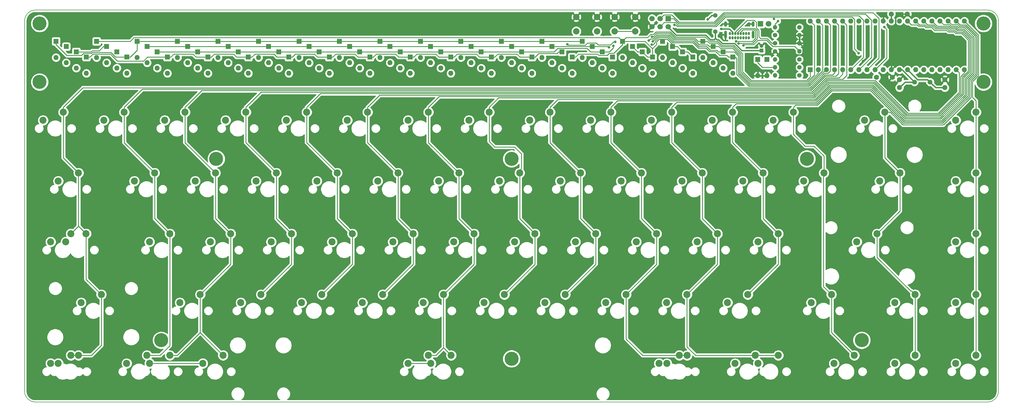
<source format=gbr>
G04 #@! TF.GenerationSoftware,KiCad,Pcbnew,5.1.7-a382d34a8~88~ubuntu20.04.1*
G04 #@! TF.CreationDate,2021-01-20T01:14:40+01:00*
G04 #@! TF.ProjectId,discipline-pcb-blocker,64697363-6970-46c6-996e-652d7063622d,rev?*
G04 #@! TF.SameCoordinates,Original*
G04 #@! TF.FileFunction,Copper,L2,Bot*
G04 #@! TF.FilePolarity,Positive*
%FSLAX46Y46*%
G04 Gerber Fmt 4.6, Leading zero omitted, Abs format (unit mm)*
G04 Created by KiCad (PCBNEW 5.1.7-a382d34a8~88~ubuntu20.04.1) date 2021-01-20 01:14:40*
%MOMM*%
%LPD*%
G01*
G04 APERTURE LIST*
G04 #@! TA.AperFunction,Profile*
%ADD10C,0.150000*%
G04 #@! TD*
G04 #@! TA.AperFunction,ComponentPad*
%ADD11C,2.200000*%
G04 #@! TD*
G04 #@! TA.AperFunction,ComponentPad*
%ADD12C,4.400000*%
G04 #@! TD*
G04 #@! TA.AperFunction,ComponentPad*
%ADD13R,1.600000X1.600000*%
G04 #@! TD*
G04 #@! TA.AperFunction,ComponentPad*
%ADD14O,1.600000X1.600000*%
G04 #@! TD*
G04 #@! TA.AperFunction,ComponentPad*
%ADD15R,1.700000X1.700000*%
G04 #@! TD*
G04 #@! TA.AperFunction,ComponentPad*
%ADD16C,1.700000*%
G04 #@! TD*
G04 #@! TA.AperFunction,ComponentPad*
%ADD17C,1.500000*%
G04 #@! TD*
G04 #@! TA.AperFunction,ComponentPad*
%ADD18C,1.600000*%
G04 #@! TD*
G04 #@! TA.AperFunction,ComponentPad*
%ADD19C,1.400000*%
G04 #@! TD*
G04 #@! TA.AperFunction,ComponentPad*
%ADD20O,1.400000X1.400000*%
G04 #@! TD*
G04 #@! TA.AperFunction,ComponentPad*
%ADD21R,1.200000X1.200000*%
G04 #@! TD*
G04 #@! TA.AperFunction,ComponentPad*
%ADD22C,1.200000*%
G04 #@! TD*
G04 #@! TA.AperFunction,ComponentPad*
%ADD23C,1.800000*%
G04 #@! TD*
G04 #@! TA.AperFunction,ComponentPad*
%ADD24R,1.800000X1.800000*%
G04 #@! TD*
G04 #@! TA.AperFunction,ComponentPad*
%ADD25O,0.650000X1.000000*%
G04 #@! TD*
G04 #@! TA.AperFunction,ComponentPad*
%ADD26O,0.900000X2.400000*%
G04 #@! TD*
G04 #@! TA.AperFunction,ComponentPad*
%ADD27O,0.900000X1.700000*%
G04 #@! TD*
G04 #@! TA.AperFunction,ComponentPad*
%ADD28C,2.000000*%
G04 #@! TD*
G04 #@! TA.AperFunction,ViaPad*
%ADD29C,0.800000*%
G04 #@! TD*
G04 #@! TA.AperFunction,Conductor*
%ADD30C,0.400000*%
G04 #@! TD*
G04 #@! TA.AperFunction,Conductor*
%ADD31C,0.250000*%
G04 #@! TD*
G04 #@! TA.AperFunction,Conductor*
%ADD32C,0.254000*%
G04 #@! TD*
G04 #@! TA.AperFunction,Conductor*
%ADD33C,0.150000*%
G04 #@! TD*
G04 APERTURE END LIST*
D10*
X355353250Y-180502219D02*
X57076441Y-180502219D01*
X358660309Y-61001809D02*
X358660309Y-177195160D01*
X57073441Y-57694750D02*
X355353250Y-57694750D01*
X53766382Y-177198159D02*
X53766382Y-61001809D01*
X355353250Y-57694750D02*
G75*
G02*
X358660309Y-61001809I0J-3307059D01*
G01*
X358660309Y-177195160D02*
G75*
G02*
X355353250Y-180502219I-3307059J0D01*
G01*
X57076441Y-180502218D02*
G75*
G02*
X53766382Y-177198159I-3000J3307059D01*
G01*
X53766382Y-61001809D02*
G75*
G02*
X57073441Y-57694750I3307059J0D01*
G01*
D11*
X282575450Y-165893750D03*
X276225450Y-168433750D03*
D12*
X206213345Y-166958110D03*
X206213345Y-104302994D03*
X298671968Y-104302994D03*
X113754723Y-104302994D03*
X315860803Y-161146960D03*
X96565888Y-161146960D03*
X353970721Y-80221243D03*
X353970721Y-61899530D03*
X58455970Y-61899530D03*
X58455970Y-80221243D03*
D11*
X258763050Y-165883620D03*
X252413050Y-168423620D03*
D13*
X299753430Y-76389182D03*
D14*
X348013430Y-61149182D03*
X302293430Y-76389182D03*
X345473430Y-61149182D03*
X304833430Y-76389182D03*
X342933430Y-61149182D03*
X307373430Y-76389182D03*
X340393430Y-61149182D03*
X309913430Y-76389182D03*
X337853430Y-61149182D03*
X312453430Y-76389182D03*
X335313430Y-61149182D03*
X314993430Y-76389182D03*
X332773430Y-61149182D03*
X317533430Y-76389182D03*
X330233430Y-61149182D03*
X320073430Y-76389182D03*
X327693430Y-61149182D03*
X322613430Y-76389182D03*
X325153430Y-61149182D03*
X325153430Y-76389182D03*
X322613430Y-61149182D03*
X327693430Y-76389182D03*
X320073430Y-61149182D03*
X330233430Y-76389182D03*
X317533430Y-61149182D03*
X332773430Y-76389182D03*
X314993430Y-61149182D03*
X335313430Y-76389182D03*
X312453430Y-61149182D03*
X337853430Y-76389182D03*
X309913430Y-61149182D03*
X340393430Y-76389182D03*
X307373430Y-61149182D03*
X342933430Y-76389182D03*
X304833430Y-61149182D03*
X345473430Y-76389182D03*
X302293430Y-61149182D03*
X348013430Y-76389182D03*
X299753430Y-61149182D03*
D11*
X283390128Y-168433750D03*
X289740128Y-165893750D03*
X254833936Y-168433750D03*
X261183936Y-165893750D03*
X180207573Y-165901640D03*
X173857573Y-168441640D03*
X92893031Y-168429819D03*
X99243031Y-165889819D03*
X64293700Y-168423620D03*
X70643700Y-165883620D03*
X68262500Y-127783620D03*
X61912500Y-130323620D03*
D15*
X255293830Y-60350870D03*
D16*
X255293830Y-62890870D03*
X252753830Y-60350870D03*
X252753830Y-62890870D03*
X250213830Y-60350870D03*
X250213830Y-62890870D03*
D11*
X323056250Y-89693750D03*
X316706250Y-92233750D03*
X314325250Y-130333750D03*
X320675250Y-127793750D03*
X71437450Y-149383750D03*
X77787450Y-146843750D03*
X68262450Y-165883620D03*
X61912450Y-168423620D03*
X92075050Y-165893750D03*
X85725050Y-168433750D03*
X115887450Y-165883620D03*
X109537450Y-168423620D03*
X73025050Y-127783620D03*
X66675050Y-130323620D03*
X306387250Y-146843750D03*
X300037250Y-149383750D03*
X64293750Y-111283750D03*
X70643750Y-108743750D03*
X321468250Y-111283750D03*
X327818250Y-108743750D03*
X294481250Y-89693750D03*
X288131250Y-92233750D03*
X132556250Y-108743750D03*
X126206250Y-111283750D03*
X65881250Y-89693750D03*
X59531250Y-92233750D03*
X84931250Y-89693750D03*
X78581250Y-92233750D03*
X103981250Y-89693750D03*
X97631250Y-92233750D03*
X123031250Y-89693750D03*
X116681250Y-92233750D03*
X142081250Y-89693750D03*
X135731250Y-92233750D03*
X161131250Y-89693750D03*
X154781250Y-92233750D03*
X180181250Y-89693750D03*
X173831250Y-92233750D03*
X199231250Y-89693750D03*
X192881250Y-92233750D03*
X218281250Y-89693750D03*
X211931250Y-92233750D03*
X237331250Y-89693750D03*
X230981250Y-92233750D03*
X256381250Y-89693750D03*
X250031250Y-92233750D03*
X275431250Y-89693750D03*
X269081250Y-92233750D03*
X351631250Y-89693750D03*
X345281250Y-92233750D03*
X94456250Y-108743750D03*
X88106250Y-111283750D03*
X113506250Y-108743750D03*
X107156250Y-111283750D03*
X151606250Y-108743750D03*
X145256250Y-111283750D03*
X170656250Y-108743750D03*
X164306250Y-111283750D03*
X189706250Y-108743750D03*
X183356250Y-111283750D03*
X208756250Y-108743750D03*
X202406250Y-111283750D03*
X227806250Y-108743750D03*
X221456250Y-111283750D03*
X246856250Y-108743750D03*
X240506250Y-111283750D03*
X265906250Y-108743750D03*
X259556250Y-111283750D03*
X284956250Y-108743750D03*
X278606250Y-111283750D03*
X304006250Y-108743750D03*
X297656250Y-111283750D03*
X351631250Y-108743750D03*
X345281250Y-111283750D03*
X99218750Y-127793750D03*
X92868750Y-130333750D03*
X118268750Y-127793750D03*
X111918750Y-130333750D03*
X137318750Y-127793750D03*
X130968750Y-130333750D03*
X156368250Y-127793750D03*
X150018250Y-130333750D03*
X175418250Y-127793750D03*
X169068250Y-130333750D03*
X194468250Y-127793750D03*
X188118250Y-130333750D03*
X213518250Y-127793750D03*
X207168250Y-130333750D03*
X232568250Y-127793750D03*
X226218250Y-130333750D03*
X251618250Y-127793750D03*
X245268250Y-130333750D03*
X270668250Y-127793750D03*
X264318250Y-130333750D03*
X289718250Y-127793750D03*
X283368250Y-130333750D03*
X351631250Y-127793750D03*
X345281250Y-130333750D03*
X108743750Y-146843750D03*
X102393750Y-149383750D03*
X127793750Y-146843750D03*
X121443750Y-149383750D03*
X146843750Y-146843750D03*
X140493750Y-149383750D03*
X165894250Y-146843750D03*
X159544250Y-149383750D03*
X184944250Y-146843750D03*
X178594250Y-149383750D03*
X203994250Y-146843750D03*
X197644250Y-149383750D03*
X223044250Y-146843750D03*
X216694250Y-149383750D03*
X242094250Y-146843750D03*
X235744250Y-149383750D03*
X261144250Y-146843750D03*
X254794250Y-149383750D03*
X280194250Y-146843750D03*
X273844250Y-149383750D03*
X332581250Y-146843750D03*
X326231250Y-149383750D03*
X351631250Y-146843750D03*
X345281250Y-149383750D03*
X187325250Y-165893750D03*
X180975250Y-168433750D03*
X313531250Y-165893750D03*
X307181250Y-168433750D03*
X332581250Y-165893750D03*
X326231250Y-168433750D03*
X351631250Y-165893750D03*
X345281250Y-168433750D03*
D17*
X337251644Y-80256240D03*
X332371644Y-80256240D03*
D18*
X341906112Y-79506040D03*
X341906112Y-82006040D03*
X327680238Y-79506040D03*
X327680238Y-82006040D03*
X330125530Y-58926178D03*
X325125530Y-58926178D03*
X325471062Y-78716416D03*
X320471062Y-78716416D03*
D19*
X296376316Y-75645517D03*
D20*
X288756316Y-75645517D03*
D19*
X296376316Y-73152052D03*
D20*
X288756316Y-73152052D03*
D19*
X296376316Y-78138982D03*
D20*
X288756316Y-78138982D03*
D19*
X288756316Y-70580211D03*
D20*
X296376316Y-70580211D03*
D19*
X288756316Y-68060499D03*
D20*
X296376316Y-68060499D03*
D19*
X288756316Y-65567034D03*
D20*
X296376316Y-65567034D03*
D19*
X296376316Y-63073204D03*
D20*
X288756316Y-63073204D03*
D21*
X284477676Y-70404866D03*
D22*
X284477676Y-68904866D03*
D23*
X286667716Y-61970830D03*
D24*
X284127716Y-61970830D03*
D25*
X278823468Y-66391022D03*
X280523468Y-66391022D03*
X279673468Y-66391022D03*
X277973468Y-66391022D03*
X277123468Y-66391022D03*
X276273468Y-66391022D03*
X275423468Y-66391022D03*
X274573468Y-66391022D03*
X280523468Y-65066022D03*
X279668468Y-65066022D03*
X278818468Y-65066022D03*
X277968468Y-65066022D03*
X277118468Y-65066022D03*
X276268468Y-65066022D03*
X275418468Y-65066022D03*
X274568468Y-65066022D03*
D26*
X281873468Y-65411022D03*
X273223468Y-65411022D03*
D27*
X281873468Y-62031022D03*
X273223468Y-62031022D03*
D19*
X270047614Y-59350838D03*
X270047614Y-64450838D03*
D28*
X244985732Y-59836074D03*
X244985732Y-64336074D03*
X238485732Y-59836074D03*
X238485732Y-64336074D03*
X232985732Y-59836074D03*
X232985732Y-64336074D03*
X226485732Y-59836074D03*
X226485732Y-64336074D03*
D14*
X63600284Y-72555612D03*
D13*
X63600284Y-67475612D03*
D14*
X73108673Y-77516199D03*
D13*
X73108673Y-72436199D03*
D14*
X85786525Y-77516199D03*
D13*
X85786525Y-72436199D03*
D14*
X88955988Y-72555612D03*
D13*
X88955988Y-67475612D03*
D14*
X101633840Y-72555612D03*
D13*
X101633840Y-67475612D03*
D14*
X114311692Y-72555612D03*
D13*
X114311692Y-67475612D03*
D14*
X126989544Y-72555612D03*
D13*
X126989544Y-67475612D03*
D14*
X139667396Y-72555612D03*
D13*
X139667396Y-67475612D03*
D14*
X152345248Y-72555612D03*
D13*
X152345248Y-67475612D03*
D14*
X165023100Y-72555612D03*
D13*
X165023100Y-67475612D03*
D14*
X177700952Y-72555612D03*
D13*
X177700952Y-67475612D03*
D14*
X190378804Y-72555612D03*
D13*
X190378804Y-67475612D03*
D14*
X203056656Y-72555612D03*
D13*
X203056656Y-67475612D03*
D14*
X215734508Y-72555612D03*
D13*
X215734508Y-67475612D03*
D14*
X228342376Y-72555612D03*
D13*
X228342376Y-67475612D03*
D14*
X275541929Y-77516199D03*
D13*
X275541929Y-72436199D03*
D14*
X66769747Y-74209141D03*
D13*
X66769747Y-69129141D03*
D14*
X82617062Y-75862670D03*
D13*
X82617062Y-70782670D03*
D14*
X92125451Y-74209141D03*
D13*
X92125451Y-69129141D03*
D14*
X104803303Y-74209141D03*
D13*
X104803303Y-69129141D03*
D14*
X117481155Y-74209141D03*
D13*
X117481155Y-69129141D03*
D14*
X130159007Y-74209141D03*
D13*
X130159007Y-69129141D03*
D14*
X142836859Y-74209141D03*
D13*
X142836859Y-69129141D03*
D14*
X155514711Y-74209141D03*
D13*
X155514711Y-69129141D03*
D14*
X168192563Y-74209141D03*
D13*
X168192563Y-69129141D03*
D14*
X180870415Y-74209141D03*
D13*
X180870415Y-69129141D03*
D14*
X193548267Y-74209141D03*
D13*
X193548267Y-69129141D03*
D14*
X206226119Y-74209141D03*
D13*
X206226119Y-69129141D03*
D14*
X218886475Y-74209141D03*
D13*
X218886475Y-69129141D03*
D14*
X231493149Y-74209141D03*
D13*
X231493149Y-69129141D03*
D14*
X272453205Y-75862670D03*
D13*
X272453205Y-70782670D03*
D14*
X69939210Y-75862670D03*
D13*
X69939210Y-70782670D03*
D14*
X79447599Y-74209141D03*
D13*
X79447599Y-69129141D03*
D14*
X95294914Y-75862670D03*
D13*
X95294914Y-70782670D03*
D14*
X107972766Y-75862670D03*
D13*
X107972766Y-70782670D03*
D14*
X120650618Y-75862670D03*
D13*
X120650618Y-70782670D03*
D14*
X133328470Y-75862670D03*
D13*
X133328470Y-70782670D03*
D14*
X146006322Y-75862670D03*
D13*
X146006322Y-70782670D03*
D14*
X158684174Y-75862670D03*
D13*
X158684174Y-70782670D03*
D14*
X171362026Y-75862670D03*
D13*
X171362026Y-70782670D03*
D14*
X184039878Y-75862670D03*
D13*
X184039878Y-70782670D03*
D14*
X196717730Y-75862670D03*
D13*
X196717730Y-70782670D03*
D14*
X209395582Y-75862670D03*
D13*
X209395582Y-70782670D03*
D14*
X234643922Y-75862670D03*
D13*
X234643922Y-70782670D03*
D14*
X269364481Y-74209141D03*
D13*
X269364481Y-69129141D03*
D14*
X98464377Y-77516199D03*
D13*
X98464377Y-72436199D03*
D14*
X111142229Y-77516199D03*
D13*
X111142229Y-72436199D03*
D14*
X123820081Y-77516199D03*
D13*
X123820081Y-72436199D03*
D14*
X136497933Y-77516199D03*
D13*
X136497933Y-72436199D03*
D14*
X149175785Y-77516199D03*
D13*
X149175785Y-72436199D03*
D14*
X161853637Y-77516199D03*
D13*
X161853637Y-72436199D03*
D14*
X174531489Y-77516199D03*
D13*
X174531489Y-72436199D03*
D14*
X187209341Y-77516199D03*
D13*
X187209341Y-72436199D03*
D14*
X199887193Y-77516199D03*
D13*
X199887193Y-72436199D03*
D14*
X212565045Y-77516199D03*
D13*
X212565045Y-72436199D03*
D14*
X222038442Y-75862670D03*
D13*
X222038442Y-70782670D03*
D14*
X237794695Y-77516199D03*
D13*
X237794695Y-72436199D03*
D14*
X266089606Y-72555612D03*
D13*
X266089606Y-67475612D03*
D14*
X259788058Y-75862670D03*
D13*
X259788058Y-70782670D03*
D14*
X76278136Y-72555612D03*
D13*
X76278136Y-67475612D03*
D14*
X256637284Y-74209141D03*
D13*
X256637284Y-69129141D03*
D14*
X253486511Y-72555612D03*
D13*
X253486511Y-67475612D03*
D14*
X250335738Y-77516199D03*
D13*
X250335738Y-72436199D03*
D14*
X225190409Y-77516199D03*
D13*
X225190409Y-72436199D03*
D14*
X244096241Y-74209141D03*
D13*
X244096241Y-69129141D03*
D14*
X240945468Y-72555612D03*
D13*
X240945468Y-67475612D03*
D14*
X262938832Y-77516199D03*
D13*
X262938832Y-72436199D03*
D14*
X247184965Y-75862670D03*
D13*
X247184965Y-70782670D03*
D14*
X286174982Y-78242196D03*
D13*
X286174982Y-73162196D03*
D14*
X283305310Y-78242196D03*
D13*
X283305310Y-73162196D03*
D29*
X317286426Y-147658536D03*
X127275644Y-177842586D03*
X254608590Y-121534022D03*
X275168740Y-121971472D03*
X104895702Y-124176220D03*
X324443108Y-92679820D03*
X316988960Y-87990356D03*
X333332092Y-169513538D03*
X283427796Y-173083130D03*
X289709578Y-173223114D03*
X276603576Y-172995640D03*
X249954122Y-173205616D03*
X342571036Y-93839906D03*
X303515500Y-88952746D03*
X57598608Y-86468030D03*
X298598562Y-78348958D03*
X276813552Y-62031022D03*
X249271700Y-70439862D03*
X235045826Y-65487928D03*
X316289040Y-78243970D03*
X212438410Y-178122554D03*
X263037486Y-64331925D03*
X262302584Y-60237471D03*
X286239392Y-65381785D03*
X317630206Y-71261001D03*
X316265388Y-73704406D03*
X317630206Y-66116687D03*
X319939898Y-71261001D03*
X322459562Y-71261001D03*
X315075545Y-66116687D03*
X312520886Y-66116687D03*
X309966227Y-66116687D03*
X307411568Y-66116687D03*
X304856909Y-66116687D03*
X302302250Y-66116687D03*
X288339112Y-60499936D03*
X271849908Y-63633140D03*
X267650388Y-60605986D03*
X250080466Y-68467729D03*
X250461158Y-67472794D03*
X236725634Y-69327582D03*
X238072980Y-68935034D03*
X249202787Y-67247085D03*
X250199094Y-66012868D03*
X238720406Y-67640182D03*
X223724620Y-68392596D03*
X278825616Y-68797705D03*
X322885786Y-63003212D03*
X289651437Y-61170830D03*
X276534836Y-67473316D03*
X277266951Y-68198326D03*
X314871702Y-71192276D03*
X257249287Y-62351160D03*
D30*
X325953429Y-75589183D02*
X325153430Y-76389182D01*
X326493429Y-75049183D02*
X325953429Y-75589183D01*
X326493429Y-60058279D02*
X326493429Y-75049183D01*
X330125530Y-58926178D02*
X327625530Y-58926178D01*
X327625530Y-58926178D02*
X326493429Y-60058279D01*
X297076315Y-68760498D02*
X296376316Y-68060499D01*
X297476317Y-69160500D02*
X297076315Y-68760498D01*
X297476317Y-71108212D02*
X297476317Y-69160500D01*
X296904317Y-71680212D02*
X297476317Y-71108212D01*
X289856317Y-71680212D02*
X296904317Y-71680212D01*
X288756316Y-70580211D02*
X289856317Y-71680212D01*
X296376316Y-68060499D02*
X296376316Y-65567034D01*
X317577713Y-71261001D02*
X317577713Y-72392081D01*
X317577713Y-72392081D02*
X316265388Y-73704406D01*
X275418468Y-65066022D02*
X275418468Y-64606403D01*
X275418468Y-64606403D02*
X274445205Y-63633140D01*
X268905536Y-59350838D02*
X267650388Y-60605986D01*
X270047614Y-59350838D02*
X268905536Y-59350838D01*
X274445205Y-63633140D02*
X271849908Y-63633140D01*
D31*
X276307675Y-72436199D02*
X276726062Y-72854586D01*
X275541929Y-72436199D02*
X276307675Y-72436199D01*
X276726062Y-72854586D02*
X276726062Y-77824018D01*
X276726062Y-77824018D02*
X280470634Y-81568590D01*
X299420968Y-81568590D02*
X298773542Y-81568590D01*
X304600376Y-76389182D02*
X299420968Y-81568590D01*
X280470634Y-81568590D02*
X298773542Y-81568590D01*
X66982343Y-71907671D02*
X71529039Y-71907671D01*
X63600284Y-67475612D02*
X63600284Y-68525612D01*
X71529039Y-71907671D02*
X72204029Y-71232681D01*
X82208844Y-72436199D02*
X84736525Y-72436199D01*
X72204029Y-71232681D02*
X74725780Y-71232681D01*
X84736525Y-72436199D02*
X85786525Y-72436199D01*
X74725780Y-71232681D02*
X74977861Y-70980600D01*
X81530933Y-71740791D02*
X81530933Y-71758288D01*
X74977861Y-70980600D02*
X80770743Y-70980600D01*
X81530933Y-71758288D02*
X82208844Y-72436199D01*
X63600284Y-68525612D02*
X66982343Y-71907671D01*
X80770743Y-70980600D02*
X81530933Y-71740791D01*
X88955988Y-68525612D02*
X88955988Y-67475612D01*
X88955988Y-70316736D02*
X88955988Y-68525612D01*
X86836525Y-72436199D02*
X88955988Y-70316736D01*
X85786525Y-72436199D02*
X86836525Y-72436199D01*
X88955988Y-67475612D02*
X101633840Y-67475612D01*
X102683840Y-67475612D02*
X114311692Y-67475612D01*
X101633840Y-67475612D02*
X102683840Y-67475612D01*
X115361692Y-67475612D02*
X126989544Y-67475612D01*
X114311692Y-67475612D02*
X115361692Y-67475612D01*
X128039544Y-67475612D02*
X139667396Y-67475612D01*
X126989544Y-67475612D02*
X128039544Y-67475612D01*
X140717396Y-67475612D02*
X152345248Y-67475612D01*
X139667396Y-67475612D02*
X140717396Y-67475612D01*
X153395248Y-67475612D02*
X165023100Y-67475612D01*
X152345248Y-67475612D02*
X153395248Y-67475612D01*
X166073100Y-67475612D02*
X177700952Y-67475612D01*
X165023100Y-67475612D02*
X166073100Y-67475612D01*
X178750952Y-67475612D02*
X190378804Y-67475612D01*
X177700952Y-67475612D02*
X178750952Y-67475612D01*
X191428804Y-67475612D02*
X203056656Y-67475612D01*
X190378804Y-67475612D02*
X191428804Y-67475612D01*
X204106656Y-67475612D02*
X215734508Y-67475612D01*
X203056656Y-67475612D02*
X204106656Y-67475612D01*
X216784508Y-67475612D02*
X228342376Y-67475612D01*
X215734508Y-67475612D02*
X216784508Y-67475612D01*
X250541163Y-68467729D02*
X250080466Y-68467729D01*
X251186566Y-67822326D02*
X250541163Y-68467729D01*
X251186566Y-67383796D02*
X251186566Y-67822326D01*
X252225032Y-66345330D02*
X251186566Y-67383796D01*
X255232035Y-66345330D02*
X252225032Y-66345330D01*
X256801918Y-67915213D02*
X255232035Y-66345330D01*
X263071383Y-67915213D02*
X256801918Y-67915213D01*
X275541929Y-72436199D02*
X274137923Y-72436199D01*
X274137923Y-72436199D02*
X273611418Y-71909694D01*
X273611418Y-71909694D02*
X271395227Y-71909694D01*
X271395227Y-71909694D02*
X270730303Y-71244770D01*
X270730303Y-71244770D02*
X270724248Y-71244770D01*
X270724248Y-71244770D02*
X270216806Y-70737328D01*
X270216806Y-70737328D02*
X268257030Y-70737328D01*
X267138460Y-69618758D02*
X264774928Y-69618758D01*
X268257030Y-70737328D02*
X267138460Y-69618758D01*
X264774928Y-69618758D02*
X263071383Y-67915213D01*
X66854850Y-68567797D02*
X66854850Y-68725276D01*
X93175451Y-69129141D02*
X104803303Y-69129141D01*
X92125451Y-69129141D02*
X93175451Y-69129141D01*
X104803303Y-69129141D02*
X117481155Y-69129141D01*
X118531155Y-69129141D02*
X130159007Y-69129141D01*
X117481155Y-69129141D02*
X118531155Y-69129141D01*
X131209007Y-69129141D02*
X142836859Y-69129141D01*
X130159007Y-69129141D02*
X131209007Y-69129141D01*
X143886859Y-69129141D02*
X155514711Y-69129141D01*
X142836859Y-69129141D02*
X143886859Y-69129141D01*
X156564711Y-69129141D02*
X168192563Y-69129141D01*
X155514711Y-69129141D02*
X156564711Y-69129141D01*
X169242563Y-69129141D02*
X180870415Y-69129141D01*
X168192563Y-69129141D02*
X169242563Y-69129141D01*
X181920415Y-69129141D02*
X193548267Y-69129141D01*
X180870415Y-69129141D02*
X181920415Y-69129141D01*
X194598267Y-69129141D02*
X206226119Y-69129141D01*
X193548267Y-69129141D02*
X194598267Y-69129141D01*
X207276119Y-69129141D02*
X218886475Y-69129141D01*
X206226119Y-69129141D02*
X207276119Y-69129141D01*
X219936475Y-69129141D02*
X231493149Y-69129141D01*
X218886475Y-69129141D02*
X219936475Y-69129141D01*
X231493149Y-69129141D02*
X236527193Y-69129141D01*
X236527193Y-69129141D02*
X236725634Y-69327582D01*
X250861157Y-67072795D02*
X250461158Y-67472794D01*
X255413498Y-65890382D02*
X252043570Y-65890382D01*
X263257783Y-67465202D02*
X256988318Y-67465202D01*
X272453205Y-70782670D02*
X271014562Y-70782670D01*
X271014562Y-70782670D02*
X270514272Y-70282380D01*
X256988318Y-67465202D02*
X255413498Y-65890382D01*
X270514272Y-70282380D02*
X268449508Y-70282380D01*
X268449508Y-70282380D02*
X267259644Y-69092516D01*
X252043570Y-65890382D02*
X250861157Y-67072795D01*
X267259644Y-69092516D02*
X264885097Y-69092516D01*
X264885097Y-69092516D02*
X263257783Y-67465202D01*
X303585492Y-62441244D02*
X302293430Y-61149182D01*
X276015581Y-70782670D02*
X277181010Y-71948099D01*
X272453205Y-70782670D02*
X276015581Y-70782670D01*
X303585492Y-76756640D02*
X303585492Y-62441244D01*
X277181010Y-77631540D02*
X280663112Y-81113642D01*
X277181010Y-71948099D02*
X277181010Y-77631540D01*
X280663112Y-81113642D02*
X299228490Y-81113642D01*
X299228490Y-81113642D02*
X303585492Y-76756640D01*
X269971834Y-68777769D02*
X269079436Y-68777769D01*
X269079436Y-68777769D02*
X269516669Y-68777769D01*
X295501416Y-80658694D02*
X295676396Y-80658694D01*
X297828650Y-80658694D02*
X299036012Y-80658694D01*
X295501416Y-80658694D02*
X297828650Y-80658694D01*
X297828650Y-80658694D02*
X298143614Y-80658694D01*
X302293430Y-77401276D02*
X302293430Y-77386568D01*
X299036012Y-80658694D02*
X302293430Y-77401276D01*
X302293430Y-76389182D02*
X302293430Y-77386568D01*
X77112000Y-70414740D02*
X74898788Y-70414740D01*
X70989210Y-70782670D02*
X69939210Y-70782670D01*
X74898788Y-70414740D02*
X74530858Y-70782670D01*
X74530858Y-70782670D02*
X70989210Y-70782670D01*
X78397599Y-69129141D02*
X77112000Y-70414740D01*
X79447599Y-69129141D02*
X78397599Y-69129141D01*
X96344914Y-70782670D02*
X107972766Y-70782670D01*
X95294914Y-70782670D02*
X96344914Y-70782670D01*
X109022766Y-70782670D02*
X120650618Y-70782670D01*
X107972766Y-70782670D02*
X109022766Y-70782670D01*
X121700618Y-70782670D02*
X133328470Y-70782670D01*
X120650618Y-70782670D02*
X121700618Y-70782670D01*
X134378470Y-70782670D02*
X146006322Y-70782670D01*
X133328470Y-70782670D02*
X134378470Y-70782670D01*
X147056322Y-70782670D02*
X158684174Y-70782670D01*
X146006322Y-70782670D02*
X147056322Y-70782670D01*
X159734174Y-70782670D02*
X171362026Y-70782670D01*
X158684174Y-70782670D02*
X159734174Y-70782670D01*
X172412026Y-70782670D02*
X184039878Y-70782670D01*
X171362026Y-70782670D02*
X172412026Y-70782670D01*
X185089878Y-70782670D02*
X196717730Y-70782670D01*
X184039878Y-70782670D02*
X185089878Y-70782670D01*
X197767730Y-70782670D02*
X209395582Y-70782670D01*
X196717730Y-70782670D02*
X197767730Y-70782670D01*
X209395582Y-70782670D02*
X219549750Y-70782670D01*
X233593922Y-70782670D02*
X234643922Y-70782670D01*
X230961676Y-70782670D02*
X233593922Y-70782670D01*
X229836675Y-69657669D02*
X230961676Y-70782670D01*
X220674751Y-69657669D02*
X229836675Y-69657669D01*
X219549750Y-70782670D02*
X220674751Y-69657669D01*
X238072980Y-69500719D02*
X236791029Y-70782670D01*
X238072980Y-68935034D02*
X238072980Y-69500719D01*
X235693922Y-70782670D02*
X234643922Y-70782670D01*
X236791029Y-70782670D02*
X235693922Y-70782670D01*
X249707774Y-66742098D02*
X249602786Y-66847086D01*
X249602786Y-66847086D02*
X249202787Y-67247085D01*
X250537242Y-66742098D02*
X249707774Y-66742098D01*
X251843906Y-65435434D02*
X250537242Y-66742098D01*
X255605976Y-65435434D02*
X251843906Y-65435434D01*
X257180796Y-67010254D02*
X255605976Y-65435434D01*
X268117046Y-69129141D02*
X268117046Y-69127512D01*
X269364481Y-69129141D02*
X268117046Y-69129141D01*
X268117046Y-69127512D02*
X267609604Y-68620070D01*
X267609604Y-68620070D02*
X265049062Y-68620070D01*
X265049062Y-68620070D02*
X263439246Y-67010254D01*
X263439246Y-67010254D02*
X257180796Y-67010254D01*
X271651642Y-69652452D02*
X275521774Y-69652452D01*
X277635958Y-77439062D02*
X280855590Y-80658694D01*
X277635958Y-71766636D02*
X277635958Y-77439062D01*
X280855590Y-80658694D02*
X295501416Y-80658694D01*
X275521774Y-69652452D02*
X277635958Y-71766636D01*
X271128331Y-69129141D02*
X271651642Y-69652452D01*
X269364481Y-69129141D02*
X271128331Y-69129141D01*
X295238946Y-80203746D02*
X295483918Y-80203746D01*
X97414377Y-72436199D02*
X98464377Y-72436199D01*
X90988977Y-73680613D02*
X92233391Y-72436199D01*
X82816848Y-73680613D02*
X90988977Y-73680613D01*
X73108673Y-72436199D02*
X74158673Y-72436199D01*
X92233391Y-72436199D02*
X97414377Y-72436199D01*
X74158673Y-72436199D02*
X75164261Y-71430611D01*
X75164261Y-71430611D02*
X80584345Y-71430611D01*
X80584345Y-71430611D02*
X81080923Y-71927189D01*
X81080923Y-71927189D02*
X81080924Y-71944689D01*
X81080924Y-71944689D02*
X82816848Y-73680613D01*
X110092229Y-72436199D02*
X111142229Y-72436199D01*
X107441293Y-72436199D02*
X110092229Y-72436199D01*
X106435705Y-71430611D02*
X107441293Y-72436199D01*
X100519965Y-71430611D02*
X106435705Y-71430611D01*
X99514377Y-72436199D02*
X100519965Y-71430611D01*
X98464377Y-72436199D02*
X99514377Y-72436199D01*
X122770081Y-72436199D02*
X123820081Y-72436199D01*
X120119145Y-72436199D02*
X122770081Y-72436199D01*
X119113557Y-71430611D02*
X120119145Y-72436199D01*
X113197817Y-71430611D02*
X119113557Y-71430611D01*
X112192229Y-72436199D02*
X113197817Y-71430611D01*
X111142229Y-72436199D02*
X112192229Y-72436199D01*
X135447933Y-72436199D02*
X136497933Y-72436199D01*
X132796997Y-72436199D02*
X135447933Y-72436199D01*
X131791409Y-71430611D02*
X132796997Y-72436199D01*
X125875669Y-71430611D02*
X131791409Y-71430611D01*
X124870081Y-72436199D02*
X125875669Y-71430611D01*
X123820081Y-72436199D02*
X124870081Y-72436199D01*
X148125785Y-72436199D02*
X149175785Y-72436199D01*
X145474849Y-72436199D02*
X148125785Y-72436199D01*
X144469261Y-71430611D02*
X145474849Y-72436199D01*
X138553521Y-71430611D02*
X144469261Y-71430611D01*
X137547933Y-72436199D02*
X138553521Y-71430611D01*
X136497933Y-72436199D02*
X137547933Y-72436199D01*
X160803637Y-72436199D02*
X161853637Y-72436199D01*
X158152701Y-72436199D02*
X160803637Y-72436199D01*
X157147113Y-71430611D02*
X158152701Y-72436199D01*
X151231373Y-71430611D02*
X157147113Y-71430611D01*
X150225785Y-72436199D02*
X151231373Y-71430611D01*
X149175785Y-72436199D02*
X150225785Y-72436199D01*
X173481489Y-72436199D02*
X174531489Y-72436199D01*
X170830553Y-72436199D02*
X173481489Y-72436199D01*
X169824965Y-71430611D02*
X170830553Y-72436199D01*
X163909225Y-71430611D02*
X169824965Y-71430611D01*
X162903637Y-72436199D02*
X163909225Y-71430611D01*
X161853637Y-72436199D02*
X162903637Y-72436199D01*
X186159341Y-72436199D02*
X187209341Y-72436199D01*
X183508405Y-72436199D02*
X186159341Y-72436199D01*
X182502817Y-71430611D02*
X183508405Y-72436199D01*
X176587077Y-71430611D02*
X182502817Y-71430611D01*
X175581489Y-72436199D02*
X176587077Y-71430611D01*
X174531489Y-72436199D02*
X175581489Y-72436199D01*
X198837193Y-72436199D02*
X199887193Y-72436199D01*
X196186257Y-72436199D02*
X198837193Y-72436199D01*
X195180669Y-71430611D02*
X196186257Y-72436199D01*
X189264929Y-71430611D02*
X195180669Y-71430611D01*
X188259341Y-72436199D02*
X189264929Y-71430611D01*
X187209341Y-72436199D02*
X188259341Y-72436199D01*
X211515045Y-72436199D02*
X212565045Y-72436199D01*
X208864109Y-72436199D02*
X211515045Y-72436199D01*
X207858521Y-71430611D02*
X208864109Y-72436199D01*
X201942781Y-71430611D02*
X207858521Y-71430611D01*
X200937193Y-72436199D02*
X201942781Y-71430611D01*
X199887193Y-72436199D02*
X200937193Y-72436199D01*
X220988442Y-70782670D02*
X222038442Y-70782670D01*
X220459914Y-71311198D02*
X220988442Y-70782670D01*
X214740046Y-71311198D02*
X220459914Y-71311198D01*
X213615045Y-72436199D02*
X214740046Y-71311198D01*
X212565045Y-72436199D02*
X213615045Y-72436199D01*
X264557864Y-67475612D02*
X266089606Y-67475612D01*
X250619046Y-66012868D02*
X251651428Y-64980486D01*
X251651428Y-64980486D02*
X255798454Y-64980486D01*
X255798454Y-64980486D02*
X257373274Y-66555306D01*
X257373274Y-66555306D02*
X263637558Y-66555306D01*
X250199094Y-66012868D02*
X250619046Y-66012868D01*
X263637558Y-66555306D02*
X264557864Y-67475612D01*
X238720406Y-67640182D02*
X238154721Y-67640182D01*
X238154721Y-67640182D02*
X237192331Y-68602572D01*
X237192331Y-68602572D02*
X233331022Y-68602572D01*
X229998850Y-68004140D02*
X229347924Y-68655066D01*
X233331022Y-68602572D02*
X232732590Y-68004140D01*
X232732590Y-68004140D02*
X229998850Y-68004140D01*
X229347924Y-68655066D02*
X223987090Y-68655066D01*
X223987090Y-68655066D02*
X223724620Y-68392596D01*
X278090906Y-71585173D02*
X278090906Y-77246584D01*
X281048068Y-80203746D02*
X295238946Y-80203746D01*
X278090906Y-77246584D02*
X281048068Y-80203746D01*
X275703237Y-69197504D02*
X278090906Y-71585173D01*
X271844120Y-69197504D02*
X275703237Y-69197504D01*
X270619260Y-67972644D02*
X271844120Y-69197504D01*
X268099548Y-67972644D02*
X270619260Y-67972644D01*
X267602516Y-67475612D02*
X268099548Y-67972644D01*
X266089606Y-67475612D02*
X267602516Y-67475612D01*
X301048282Y-62444034D02*
X299753430Y-61149182D01*
X301048282Y-77998998D02*
X301048282Y-62444034D01*
X298843534Y-80203746D02*
X301048282Y-77998998D01*
X295238946Y-80203746D02*
X298843534Y-80203746D01*
X249285738Y-72436199D02*
X250335738Y-72436199D01*
X268484504Y-67517696D02*
X268904456Y-67517696D01*
X240945468Y-67475612D02*
X240949740Y-67475612D01*
X225190409Y-72436199D02*
X226240409Y-72436199D01*
X226240409Y-72436199D02*
X227245997Y-71430611D01*
X227245997Y-71430611D02*
X233106861Y-71430611D01*
X238238399Y-71232681D02*
X240945468Y-68525612D01*
X240945468Y-68525612D02*
X240945468Y-67475612D01*
X236813211Y-71232681D02*
X238238399Y-71232681D01*
X233583921Y-71907671D02*
X236138221Y-71907671D01*
X236138221Y-71907671D02*
X236813211Y-71232681D01*
X233106861Y-71430611D02*
X233583921Y-71907671D01*
X86844854Y-67475612D02*
X87992634Y-66327832D01*
X76278136Y-67475612D02*
X86844854Y-67475612D01*
X240945468Y-67475612D02*
X240935564Y-67475612D01*
X239787784Y-66327832D02*
X239525314Y-66327832D01*
X240935564Y-67475612D02*
X239787784Y-66327832D01*
X87992634Y-66327832D02*
X239525314Y-66327832D01*
X247184965Y-70782670D02*
X247184965Y-70785349D01*
X248835815Y-72436199D02*
X249285738Y-72436199D01*
X247184965Y-70785349D02*
X248835815Y-72436199D01*
X246134965Y-70782670D02*
X247184965Y-70782670D01*
X245747450Y-70782670D02*
X246134965Y-70782670D01*
X244096241Y-69131461D02*
X245747450Y-70782670D01*
X244096241Y-69129141D02*
X244096241Y-69131461D01*
X236813211Y-71232681D02*
X236982695Y-71232681D01*
X240945468Y-67444888D02*
X240945468Y-67475612D01*
X242062524Y-66327832D02*
X240945468Y-67444888D01*
X248786184Y-66327832D02*
X242062524Y-66327832D01*
X249836064Y-65277952D02*
X248786184Y-66327832D01*
X268904456Y-67517696D02*
X268316692Y-67517696D01*
X268316692Y-67517696D02*
X266899354Y-66100358D01*
X250706536Y-65277952D02*
X249836064Y-65277952D01*
X266899354Y-66100358D02*
X257565752Y-66100358D01*
X257565752Y-66100358D02*
X255990932Y-64525538D01*
X255990932Y-64525538D02*
X251458950Y-64525538D01*
X251458950Y-64525538D02*
X250706536Y-65277952D01*
X298651056Y-79748798D02*
X281240546Y-79748798D01*
X270811738Y-67517696D02*
X268904456Y-67517696D01*
X272036598Y-68742556D02*
X270811738Y-67517696D01*
X275884700Y-68742556D02*
X272036598Y-68742556D01*
X278545854Y-71403710D02*
X275884700Y-68742556D01*
X278545854Y-77054106D02*
X278545854Y-71403710D01*
X281240546Y-79748798D02*
X278545854Y-77054106D01*
X299753430Y-78646424D02*
X298651056Y-79748798D01*
X299753430Y-76389182D02*
X299753430Y-78646424D01*
X250335738Y-72436199D02*
X250335738Y-70316127D01*
X243492712Y-67475612D02*
X240945468Y-67475612D01*
X248018914Y-67475612D02*
X243492712Y-67475612D01*
X250335738Y-69792436D02*
X248018914Y-67475612D01*
X250335738Y-70316127D02*
X250335738Y-69792436D01*
X254166783Y-66795340D02*
X253486511Y-67475612D01*
X255002301Y-66795340D02*
X254166783Y-66795340D01*
X256637284Y-69129141D02*
X256637284Y-68430323D01*
X256637284Y-68430323D02*
X255002301Y-66795340D01*
X252806239Y-66795340D02*
X253486511Y-67475612D01*
X252411432Y-66795340D02*
X252806239Y-66795340D01*
X251636576Y-67570196D02*
X252411432Y-66795340D01*
X251636576Y-68436308D02*
X251636576Y-67570196D01*
X250335738Y-70316127D02*
X250335738Y-69737146D01*
X250335738Y-69737146D02*
X251636576Y-68436308D01*
X259788058Y-70782670D02*
X259777026Y-70782670D01*
X258123497Y-69129141D02*
X256637284Y-69129141D01*
X259777026Y-70782670D02*
X258123497Y-69129141D01*
X262938832Y-72436199D02*
X262938832Y-72369686D01*
X261351816Y-70782670D02*
X259788058Y-70782670D01*
X262938832Y-72369686D02*
X261351816Y-70782670D01*
X92896962Y-168433750D02*
X92893031Y-168429819D01*
X109537450Y-168433750D02*
X92896962Y-168433750D01*
X173865463Y-168433750D02*
X173857573Y-168441640D01*
X180975250Y-168433750D02*
X173865463Y-168433750D01*
X65881250Y-103981250D02*
X70643750Y-108743750D01*
X65881250Y-89693750D02*
X65881250Y-103981250D01*
X70643750Y-125412450D02*
X73025050Y-127793750D01*
X70643750Y-108743750D02*
X70643750Y-125412450D01*
X73025050Y-142081350D02*
X77787450Y-146843750D01*
X73025050Y-127793750D02*
X73025050Y-142081350D01*
X68266381Y-165889819D02*
X68262450Y-165893750D01*
X70643700Y-165889819D02*
X68266381Y-165889819D01*
X77787450Y-156178614D02*
X77787450Y-162778676D01*
X77787450Y-146843750D02*
X77787450Y-156178614D01*
X77787450Y-156178614D02*
X77787450Y-156368750D01*
X74676307Y-165889819D02*
X70643700Y-165889819D01*
X77787450Y-162778676D02*
X74676307Y-165889819D01*
X69376298Y-126679902D02*
X70643750Y-125412450D01*
X69372160Y-126679902D02*
X69376298Y-126679902D01*
X68272161Y-127779901D02*
X69372160Y-126679902D01*
X306105204Y-62420956D02*
X304833430Y-61149182D01*
X65881250Y-89693750D02*
X65881250Y-88138116D01*
X65881250Y-88138116D02*
X71995828Y-82023538D01*
X71995828Y-82023538D02*
X299613446Y-82023538D01*
X299613446Y-82023538D02*
X304122801Y-77514183D01*
X304122801Y-77514183D02*
X305312665Y-77514183D01*
X306105204Y-76721644D02*
X306105204Y-62420956D01*
X305312665Y-77514183D02*
X306105204Y-76721644D01*
X84931250Y-99218750D02*
X94456250Y-108743750D01*
X84931250Y-89693750D02*
X84931250Y-99218750D01*
X94456250Y-123031250D02*
X99218750Y-127793750D01*
X94456250Y-108743750D02*
X94456250Y-123031250D01*
X99218750Y-127793750D02*
X99218750Y-162869506D01*
X96194506Y-165893750D02*
X92075050Y-165893750D01*
X99218750Y-162869506D02*
X96194506Y-165893750D01*
X84931250Y-89693750D02*
X84931250Y-88138116D01*
X84931250Y-88138116D02*
X90590880Y-82478486D01*
X90590880Y-82478486D02*
X296183838Y-82478486D01*
X296183838Y-82478486D02*
X296446308Y-82478486D01*
X307394071Y-76409823D02*
X307373430Y-76389182D01*
X307394071Y-77350189D02*
X307394071Y-76409823D01*
X306780066Y-77964194D02*
X307394071Y-77350189D01*
X304309200Y-77964194D02*
X306780066Y-77964194D01*
X296183838Y-82478486D02*
X299794908Y-82478486D01*
X299794908Y-82478486D02*
X304309200Y-77964194D01*
X103981250Y-99218750D02*
X113506250Y-108743750D01*
X103981250Y-89693750D02*
X103981250Y-99218750D01*
X113506250Y-123031250D02*
X118268750Y-127793750D01*
X113506250Y-108743750D02*
X113506250Y-123031250D01*
X118268750Y-137318750D02*
X108743750Y-146843750D01*
X118268750Y-127793750D02*
X118268750Y-137318750D01*
X108743750Y-158750050D02*
X115887450Y-165893750D01*
X108743750Y-146843750D02*
X108743750Y-158750050D01*
X108743750Y-158750050D02*
X108729982Y-158750050D01*
X101590213Y-165889819D02*
X101256118Y-165889819D01*
X108729982Y-158750050D02*
X101590213Y-165889819D01*
X101447737Y-165889819D02*
X101256118Y-165889819D01*
X101256118Y-165889819D02*
X99243031Y-165889819D01*
X308642414Y-62418166D02*
X307373430Y-61149182D01*
X103981250Y-89693750D02*
X103981250Y-88138116D01*
X308642414Y-77571650D02*
X308642414Y-62418166D01*
X103981250Y-88138116D02*
X109185932Y-82933434D01*
X109185932Y-82933434D02*
X299976370Y-82933434D01*
X299976370Y-82933434D02*
X304490854Y-78418950D01*
X304490854Y-78418950D02*
X307795114Y-78418950D01*
X307795114Y-78418950D02*
X308642414Y-77571650D01*
X123031250Y-99218750D02*
X132556250Y-108743750D01*
X123031250Y-89693750D02*
X123031250Y-99218750D01*
X132556250Y-123031250D02*
X137318750Y-127793750D01*
X132556250Y-108743750D02*
X132556250Y-123031250D01*
X137318750Y-137318750D02*
X127793750Y-146843750D01*
X137318750Y-127793750D02*
X137318750Y-137318750D01*
X309913430Y-77769828D02*
X309913430Y-76389182D01*
X309913735Y-77770133D02*
X309913430Y-77769828D01*
X123031250Y-89693750D02*
X123031250Y-88138116D01*
X123031250Y-88138116D02*
X127780984Y-83388382D01*
X127780984Y-83388382D02*
X300225876Y-83388382D01*
X300225876Y-83388382D02*
X304722862Y-78891396D01*
X304722862Y-78891396D02*
X308792472Y-78891396D01*
X308792472Y-78891396D02*
X309913735Y-77770133D01*
X142081250Y-99218750D02*
X151606250Y-108743750D01*
X142081250Y-89693750D02*
X142081250Y-99218750D01*
X151606250Y-123031750D02*
X156368250Y-127793750D01*
X151606250Y-108743750D02*
X151606250Y-123031750D01*
X156368250Y-137319250D02*
X146843750Y-146843750D01*
X156368250Y-127793750D02*
X156368250Y-137319250D01*
X311179624Y-62415376D02*
X309913430Y-61149182D01*
X311179624Y-78131527D02*
X311179624Y-62415376D01*
X142081250Y-89693750D02*
X142081250Y-88138116D01*
X142081250Y-88138116D02*
X146376036Y-83843330D01*
X146376036Y-83843330D02*
X300453350Y-83843330D01*
X300453350Y-83843330D02*
X304950336Y-79346344D01*
X304950336Y-79346344D02*
X309964807Y-79346344D01*
X309964807Y-79346344D02*
X311179624Y-78131527D01*
X161131250Y-99218750D02*
X170656250Y-108743750D01*
X161131250Y-89693750D02*
X161131250Y-99218750D01*
X170656250Y-123031750D02*
X175418250Y-127793750D01*
X170656250Y-108743750D02*
X170656250Y-123031750D01*
X175418250Y-137319750D02*
X165894250Y-146843750D01*
X175418250Y-127793750D02*
X175418250Y-137319750D01*
X346368102Y-77283854D02*
X345473430Y-76389182D01*
X346368102Y-83475872D02*
X346368102Y-77283854D01*
X330252444Y-89985128D02*
X339858846Y-89985128D01*
X161131250Y-89693750D02*
X161131250Y-88138116D01*
X161131250Y-88138116D02*
X164971088Y-84298278D01*
X164971088Y-84298278D02*
X300663326Y-84298278D01*
X339858846Y-89985128D02*
X346368102Y-83475872D01*
X300663326Y-84298278D02*
X305160312Y-79801292D01*
X305160312Y-79801292D02*
X320068608Y-79801292D01*
X320068608Y-79801292D02*
X330252444Y-89985128D01*
X180181250Y-99218750D02*
X189706250Y-108743750D01*
X180181250Y-89693750D02*
X180181250Y-99218750D01*
X189706250Y-123031750D02*
X194468250Y-127793750D01*
X189706250Y-108743750D02*
X189706250Y-123031750D01*
X194468250Y-137319750D02*
X184944250Y-146843750D01*
X194468250Y-127793750D02*
X194468250Y-137319750D01*
X184944250Y-163512750D02*
X187325250Y-165893750D01*
X184944250Y-146843750D02*
X184944250Y-163512750D01*
X182555360Y-165901640D02*
X184944250Y-163512750D01*
X180207573Y-165901640D02*
X182555360Y-165901640D01*
X180181250Y-89693750D02*
X180181250Y-88138116D01*
X180181250Y-88138116D02*
X183566140Y-84753226D01*
X183566140Y-84753226D02*
X297268714Y-84753226D01*
X297268714Y-84753226D02*
X297408698Y-84753226D01*
X346823050Y-79013882D02*
X346823050Y-78786408D01*
X346823050Y-78576432D02*
X346823050Y-79013882D01*
X348013430Y-76389182D02*
X348013430Y-77386052D01*
X348013430Y-77386052D02*
X346823050Y-78576432D01*
X300855804Y-84753226D02*
X297268714Y-84753226D01*
X346823050Y-79013882D02*
X346823050Y-83668350D01*
X346823050Y-83668350D02*
X340051324Y-90440076D01*
X340051324Y-90440076D02*
X330059966Y-90440076D01*
X330059966Y-90440076D02*
X319876130Y-80256240D01*
X319876130Y-80256240D02*
X305352790Y-80256240D01*
X305352790Y-80256240D02*
X300855804Y-84753226D01*
X208756250Y-123031750D02*
X213518250Y-127793750D01*
X208756250Y-108743750D02*
X208756250Y-123031750D01*
X213518250Y-137319750D02*
X203994250Y-146843750D01*
X213518250Y-127793750D02*
X213518250Y-137319750D01*
X199231250Y-98839116D02*
X199231250Y-89693750D01*
X208756250Y-107840668D02*
X209323766Y-107273152D01*
X208756250Y-108743750D02*
X208756250Y-107840668D01*
X209323766Y-107273152D02*
X209323766Y-102741170D01*
X209323766Y-102741170D02*
X207136516Y-100553920D01*
X207136516Y-100553920D02*
X200946054Y-100553920D01*
X200946054Y-100553920D02*
X199231250Y-98839116D01*
X331370042Y-62285794D02*
X330233430Y-61149182D01*
X333670636Y-62734707D02*
X333221723Y-62285794D01*
X335507892Y-62734708D02*
X333670636Y-62734707D01*
X337847650Y-63184718D02*
X335957902Y-63184718D01*
X338740031Y-64077099D02*
X337847650Y-63184718D01*
X342519527Y-64077099D02*
X338740031Y-64077099D01*
X349237774Y-67120836D02*
X347183765Y-65066827D01*
X305545268Y-80711188D02*
X319683652Y-80711188D01*
X301030784Y-85225672D02*
X305545268Y-80711188D01*
X199231250Y-89693750D02*
X199231250Y-88138116D01*
X333221723Y-62285794D02*
X331370042Y-62285794D01*
X202143694Y-85225672D02*
X301030784Y-85225672D01*
X335957902Y-63184718D02*
X335507892Y-62734708D01*
X347295496Y-78768910D02*
X349237774Y-76826632D01*
X329867488Y-90895024D02*
X340243802Y-90895024D01*
X344806791Y-64527108D02*
X342969536Y-64527108D01*
X347295496Y-83843330D02*
X347295496Y-78768910D01*
X340243802Y-90895024D02*
X347295496Y-83843330D01*
X319683652Y-80711188D02*
X329867488Y-90895024D01*
X349237774Y-76826632D02*
X349237774Y-67120836D01*
X199231250Y-88138116D02*
X202143694Y-85225672D01*
X347183765Y-65066827D02*
X345346510Y-65066827D01*
X345346510Y-65066827D02*
X344806791Y-64527108D01*
X342969536Y-64527108D02*
X342519527Y-64077099D01*
X218281250Y-99218750D02*
X227806250Y-108743750D01*
X218281250Y-89693750D02*
X218281250Y-99218750D01*
X227806250Y-123031750D02*
X232568250Y-127793750D01*
X227806250Y-108743750D02*
X227806250Y-123031750D01*
X232568250Y-137319750D02*
X223044250Y-146843750D01*
X232568250Y-127793750D02*
X232568250Y-137319750D01*
X218281250Y-89693750D02*
X218281250Y-88138116D01*
X218281250Y-88138116D02*
X220738746Y-85680620D01*
X220738746Y-85680620D02*
X297548682Y-85680620D01*
X297548682Y-85680620D02*
X297776156Y-85680620D01*
X332773430Y-61149182D02*
X332773430Y-61797124D01*
X319491174Y-81166136D02*
X305737746Y-81166136D01*
X340436280Y-91349972D02*
X329675010Y-91349972D01*
X347750444Y-84035808D02*
X340436280Y-91349972D01*
X336190301Y-62734708D02*
X338080049Y-62734708D01*
X345573560Y-64571963D02*
X347371310Y-64571963D01*
X335740291Y-62284698D02*
X336190301Y-62734708D01*
X301223262Y-85680620D02*
X297548682Y-85680620D01*
X338080049Y-62734708D02*
X338972430Y-63627089D01*
X349687785Y-66888438D02*
X349687785Y-77013032D01*
X333897414Y-62284698D02*
X335740291Y-62284698D01*
X332773430Y-61149182D02*
X332773430Y-61160714D01*
X329675010Y-91349972D02*
X319491174Y-81166136D01*
X332773430Y-61160714D02*
X333897414Y-62284698D01*
X345039191Y-64077099D02*
X345534054Y-64571962D01*
X349687785Y-77013032D02*
X347750444Y-78950373D01*
X305737746Y-81166136D02*
X301223262Y-85680620D01*
X342751926Y-63627089D02*
X343201936Y-64077099D01*
X338972430Y-63627089D02*
X342751926Y-63627089D01*
X347750444Y-78950373D02*
X347750444Y-84035808D01*
X343201936Y-64077099D02*
X345039191Y-64077099D01*
X345534054Y-64571962D02*
X345573560Y-64571963D01*
X347371310Y-64571963D02*
X349687785Y-66888438D01*
X251618250Y-137319750D02*
X251618250Y-127793750D01*
X242094250Y-146843750D02*
X251618250Y-137319750D01*
X237331250Y-99218750D02*
X246856250Y-108743750D01*
X237331250Y-89693750D02*
X237331250Y-99218750D01*
X242094250Y-146843750D02*
X242094250Y-160761268D01*
X247226732Y-165893750D02*
X256410884Y-165893750D01*
X242094250Y-160761268D02*
X247226732Y-165893750D01*
X256410884Y-165893750D02*
X258790612Y-165893750D01*
X258790612Y-165893750D02*
X261183936Y-165893750D01*
X246856250Y-123031750D02*
X251618250Y-127793750D01*
X246856250Y-108743750D02*
X246856250Y-123031750D01*
X339204829Y-63177079D02*
X338312448Y-62284698D01*
X342984325Y-63177079D02*
X339204829Y-63177079D01*
X338312448Y-62284698D02*
X336448946Y-62284698D01*
X301415740Y-86135568D02*
X305930224Y-81621084D01*
X345759960Y-64121953D02*
X345265096Y-63627089D01*
X305930224Y-81621084D02*
X319281198Y-81621084D01*
X348205392Y-79131836D02*
X350137796Y-77199432D01*
X237331250Y-88138116D02*
X239333798Y-86135568D01*
X336448946Y-62284698D02*
X335313430Y-61149182D01*
X237331250Y-89693750D02*
X237331250Y-88138116D01*
X329465034Y-91804920D02*
X340628758Y-91804920D01*
X340628758Y-91804920D02*
X348205392Y-84228286D01*
X348205392Y-84228286D02*
X348205392Y-79131836D01*
X350137796Y-66656040D02*
X347603709Y-64121953D01*
X345265096Y-63627089D02*
X343434335Y-63627089D01*
X350137796Y-77199432D02*
X350137796Y-66656040D01*
X319281198Y-81621084D02*
X329465034Y-91804920D01*
X347603709Y-64121953D02*
X345759960Y-64121953D01*
X239333798Y-86135568D02*
X301415740Y-86135568D01*
X343434335Y-63627089D02*
X342984325Y-63177079D01*
X256381250Y-99218750D02*
X265906250Y-108743750D01*
X256381250Y-89693750D02*
X256381250Y-99218750D01*
X265906250Y-123031750D02*
X270668250Y-127793750D01*
X265906250Y-108743750D02*
X265906250Y-123031750D01*
X270668250Y-137319750D02*
X261144250Y-146843750D01*
X270668250Y-127793750D02*
X270668250Y-137319750D01*
X261183936Y-146883436D02*
X261144250Y-146843750D01*
X277021840Y-165893750D02*
X282622888Y-165893750D01*
X275466206Y-165893750D02*
X277021840Y-165893750D01*
X284178522Y-165893750D02*
X289740128Y-165893750D01*
X282622888Y-165893750D02*
X284178522Y-165893750D01*
X263832334Y-165893750D02*
X275466206Y-165893750D01*
X261144250Y-163205666D02*
X263832334Y-165893750D01*
X261144250Y-146843750D02*
X261144250Y-163205666D01*
X256381250Y-89693750D02*
X256381250Y-88138116D01*
X256381250Y-88138116D02*
X257928850Y-86590516D01*
X257928850Y-86590516D02*
X297863646Y-86590516D01*
X297863646Y-86590516D02*
X298161112Y-86590516D01*
X306122702Y-82076032D02*
X301608218Y-86590516D01*
X319088720Y-82076032D02*
X306122702Y-82076032D01*
X329272556Y-92259868D02*
X319088720Y-82076032D01*
X340856232Y-92259868D02*
X329272556Y-92259868D01*
X301608218Y-86590516D02*
X297863646Y-86590516D01*
X350602618Y-77421564D02*
X348677838Y-79346344D01*
X348677838Y-79346344D02*
X348677838Y-84438262D01*
X348677838Y-84438262D02*
X340856232Y-92259868D01*
X350602618Y-71838424D02*
X350602618Y-77421564D01*
X350602618Y-66438453D02*
X350602618Y-71838424D01*
X347821320Y-63657155D02*
X350602618Y-66438453D01*
X337853430Y-61149182D02*
X339428441Y-62724193D01*
X339428441Y-62724193D02*
X343207354Y-62724193D01*
X343207354Y-62724193D02*
X343660240Y-63177079D01*
X343660240Y-63177079D02*
X345451496Y-63177079D01*
X345451496Y-63177079D02*
X345931572Y-63657155D01*
X345931572Y-63657155D02*
X347821320Y-63657155D01*
X275431250Y-99218750D02*
X284956250Y-108743750D01*
X275431250Y-89693750D02*
X275431250Y-99218750D01*
X284956250Y-123031750D02*
X289718250Y-127793750D01*
X284956250Y-108743750D02*
X284956250Y-123031750D01*
X289718250Y-137319750D02*
X280194250Y-146843750D01*
X289718250Y-127793750D02*
X289718250Y-137319750D01*
X341518431Y-62274183D02*
X340393430Y-61149182D01*
X345681019Y-62724193D02*
X343843764Y-62724193D01*
X306297682Y-82548478D02*
X318913740Y-82548478D01*
X351057566Y-66210992D02*
X348053719Y-63207145D01*
X318913740Y-82548478D02*
X329080078Y-92714816D01*
X301800696Y-87045464D02*
X306297682Y-82548478D01*
X276523902Y-87045464D02*
X301800696Y-87045464D01*
X329080078Y-92714816D02*
X341048710Y-92714816D01*
X275431250Y-88138116D02*
X276523902Y-87045464D01*
X349150284Y-84613242D02*
X349150284Y-79521324D01*
X343393754Y-62274183D02*
X341518431Y-62274183D01*
X275431250Y-89693750D02*
X275431250Y-88138116D01*
X349150284Y-79521324D02*
X351057566Y-77614042D01*
X351057566Y-77614042D02*
X351057566Y-66210992D01*
X341048710Y-92714816D02*
X349150284Y-84613242D01*
X348053719Y-63207145D02*
X346163971Y-63207145D01*
X346163971Y-63207145D02*
X345681019Y-62724193D01*
X343843764Y-62724193D02*
X343393754Y-62274183D01*
X306387250Y-158749750D02*
X313531250Y-165893750D01*
X306387250Y-146843750D02*
X306387250Y-158749750D01*
X304006250Y-109827295D02*
X304006250Y-108743750D01*
X303910249Y-109923296D02*
X304006250Y-109827295D01*
X303910249Y-144366749D02*
X303910249Y-109923296D01*
X306387250Y-146843750D02*
X303910249Y-144366749D01*
X294481250Y-88138116D02*
X295118954Y-87500412D01*
X294481250Y-89693750D02*
X294481250Y-88138116D01*
X295118954Y-87500412D02*
X298353590Y-87500412D01*
X298353590Y-87500412D02*
X298546068Y-87500412D01*
X304006250Y-106175275D02*
X304006250Y-108743750D01*
X304006250Y-103406900D02*
X304006250Y-106175275D01*
X300908298Y-100308948D02*
X304006250Y-103406900D01*
X298139923Y-100308948D02*
X300908298Y-100308948D01*
X294481250Y-89693750D02*
X294481250Y-96650275D01*
X294481250Y-96650275D02*
X298139923Y-100308948D01*
X346396370Y-62757135D02*
X345913418Y-62274183D01*
X351512514Y-77806520D02*
X351512514Y-65983531D01*
X349605232Y-79713802D02*
X351512514Y-77806520D01*
X349605232Y-84805720D02*
X349605232Y-79713802D01*
X301993174Y-87500412D02*
X306490160Y-83003426D01*
X348286118Y-62757135D02*
X346396370Y-62757135D01*
X298353590Y-87500412D02*
X301993174Y-87500412D01*
X345913418Y-62274183D02*
X344058431Y-62274183D01*
X306490160Y-83003426D02*
X318703764Y-83003426D01*
X351512514Y-65983531D02*
X348286118Y-62757135D01*
X318703764Y-83003426D02*
X328870102Y-93169764D01*
X344058431Y-62274183D02*
X342933430Y-61149182D01*
X328870102Y-93169764D02*
X341241188Y-93169764D01*
X341241188Y-93169764D02*
X349605232Y-84805720D01*
X323056250Y-103981750D02*
X327818250Y-108743750D01*
X323056250Y-89693750D02*
X323056250Y-103981750D01*
X327818250Y-120650750D02*
X320675250Y-127793750D01*
X327818250Y-108743750D02*
X327818250Y-120650750D01*
X331481251Y-145743751D02*
X332581250Y-146843750D01*
X331224249Y-145743751D02*
X331481251Y-145743751D01*
X320675250Y-135194752D02*
X331224249Y-145743751D01*
X320675250Y-127793750D02*
X320675250Y-135194752D01*
X332581250Y-157877368D02*
X332581250Y-165893750D01*
X332581250Y-146843750D02*
X332581250Y-157877368D01*
X346608946Y-62284698D02*
X345473430Y-61149182D01*
X348496090Y-62284698D02*
X346608946Y-62284698D01*
X351967462Y-77998998D02*
X351967462Y-65756070D01*
X324746662Y-89693750D02*
X328677624Y-93624712D01*
X323056250Y-89693750D02*
X324746662Y-89693750D01*
X351967462Y-65756070D02*
X348496090Y-62284698D01*
X328677624Y-93624712D02*
X341433666Y-93624712D01*
X341433666Y-93624712D02*
X350077678Y-84980700D01*
X350077678Y-84980700D02*
X350077678Y-79888782D01*
X350077678Y-79888782D02*
X351967462Y-77998998D01*
X351631250Y-91249384D02*
X351631250Y-108743750D01*
X351631250Y-89693750D02*
X351631250Y-91249384D01*
X351631250Y-110299384D02*
X351631250Y-127793750D01*
X351631250Y-108743750D02*
X351631250Y-110299384D01*
X351631250Y-129349384D02*
X351631250Y-146843750D01*
X351631250Y-127793750D02*
X351631250Y-129349384D01*
X351631250Y-148399384D02*
X351631250Y-165893750D01*
X351631250Y-146843750D02*
X351631250Y-148399384D01*
X351631250Y-88138116D02*
X351635000Y-88134366D01*
X351631250Y-89693750D02*
X351631250Y-88138116D01*
X351635000Y-86084449D02*
X350531251Y-84980700D01*
X351635000Y-88134366D02*
X351635000Y-86084449D01*
X350531251Y-84980700D02*
X350531251Y-80082635D01*
X352422410Y-78191476D02*
X352264928Y-78348958D01*
X350531251Y-80082635D02*
X352264928Y-78348958D01*
X352422410Y-65558162D02*
X348013430Y-61149182D01*
X352422410Y-71261001D02*
X352422410Y-65558162D01*
X352422410Y-71261001D02*
X352422410Y-78191476D01*
X278825616Y-68544616D02*
X278825616Y-68797705D01*
X278837652Y-68532580D02*
X278825616Y-68544616D01*
X294917800Y-69085500D02*
X296412511Y-70580211D01*
X288040252Y-69085500D02*
X294917800Y-69085500D01*
X278893159Y-68797705D02*
X279158284Y-68532580D01*
X279158284Y-68532580D02*
X281940466Y-68532580D01*
X281940466Y-68532580D02*
X283357804Y-67115242D01*
X278825616Y-68797705D02*
X278893159Y-68797705D01*
X283357804Y-67115242D02*
X286069994Y-67115242D01*
X286069994Y-67115242D02*
X288040252Y-69085500D01*
X276268468Y-65066022D02*
X276268468Y-64606403D01*
X281800482Y-60856012D02*
X281445468Y-60856012D01*
X281625502Y-60856012D02*
X281800482Y-60856012D01*
X281625502Y-60856012D02*
X281270488Y-60856012D01*
X280018859Y-60856012D02*
X281625502Y-60856012D01*
X276268468Y-64606403D02*
X280018859Y-60856012D01*
X282194487Y-60856012D02*
X281800482Y-60856012D01*
X282836859Y-61498384D02*
X282194487Y-60856012D01*
X282836859Y-63255564D02*
X282836859Y-61498384D01*
X283548497Y-63981315D02*
X283548496Y-63967201D01*
X288862503Y-68060499D02*
X287662677Y-68060499D01*
X283548496Y-63967201D02*
X282836859Y-63255564D01*
X287662677Y-68060499D02*
X286262472Y-66660294D01*
X286262472Y-66660294D02*
X284267700Y-66660294D01*
X284267700Y-66660294D02*
X283602776Y-65995370D01*
X283602776Y-65995370D02*
X283602776Y-64035594D01*
X283602776Y-64035594D02*
X283548497Y-63981315D01*
X320073430Y-76389182D02*
X323690694Y-72771918D01*
X323690694Y-72771918D02*
X323690694Y-63808120D01*
X323690694Y-63808120D02*
X322885786Y-63003212D01*
X288756316Y-62065951D02*
X289651437Y-61170830D01*
X288756316Y-63073204D02*
X288756316Y-62065951D01*
D30*
X325125530Y-61121282D02*
X325153430Y-61149182D01*
X255293830Y-62890870D02*
X255293830Y-63097401D01*
X325153430Y-58954078D02*
X325125530Y-58926178D01*
X325153430Y-61149182D02*
X325153430Y-58954078D01*
X270047614Y-64450838D02*
X270047614Y-66011096D01*
X278289487Y-70404866D02*
X284477676Y-70404866D01*
X270993093Y-66956575D02*
X272219138Y-68182620D01*
X272219138Y-68182620D02*
X276067241Y-68182620D01*
X276067241Y-68182620D02*
X278289487Y-70404866D01*
X270047614Y-64450838D02*
X270047614Y-66274166D01*
X255293830Y-63085960D02*
X255293830Y-62890870D01*
X270047614Y-66560565D02*
X269651604Y-66956575D01*
X270047614Y-66274166D02*
X270047614Y-66560565D01*
X268498047Y-66956575D02*
X267080736Y-65539264D01*
X267080736Y-65539264D02*
X257747134Y-65539264D01*
X269651604Y-66956575D02*
X268498047Y-66956575D01*
X257747134Y-65539264D02*
X255293830Y-63085960D01*
X270047614Y-66460204D02*
X270543985Y-66956575D01*
X270047614Y-66274166D02*
X270047614Y-66460204D01*
X270543985Y-66956575D02*
X270993093Y-66956575D01*
X270047614Y-64450838D02*
X270047614Y-64933282D01*
X331033429Y-77189181D02*
X330233430Y-76389182D01*
X333350489Y-79506241D02*
X331033429Y-77189181D01*
X336501645Y-79506241D02*
X333350489Y-79506241D01*
X337251644Y-80256240D02*
X336501645Y-79506241D01*
X339001444Y-82006040D02*
X341906112Y-82006040D01*
X337251644Y-80256240D02*
X339001444Y-82006040D01*
X329430038Y-80256240D02*
X327680238Y-82006040D01*
X332371644Y-80256240D02*
X329430038Y-80256240D01*
X328504586Y-76389182D02*
X327693430Y-76389182D01*
X332371644Y-80256240D02*
X328504586Y-76389182D01*
D31*
X288728674Y-73179694D02*
X288756316Y-73152052D01*
X278688859Y-63886012D02*
X277968468Y-64606403D01*
X282194487Y-63886012D02*
X278688859Y-63886012D01*
X276534836Y-67473316D02*
X281652384Y-67473316D01*
X282189668Y-66936032D02*
X282194487Y-66936032D01*
X282194487Y-66936032D02*
X282648478Y-66482041D01*
X281652384Y-67473316D02*
X282189668Y-66936032D01*
X282648478Y-66482041D02*
X282648478Y-64340003D01*
X277968468Y-64606403D02*
X277968468Y-65066022D01*
X282648478Y-64340003D02*
X282194487Y-63886012D01*
X287766367Y-75645517D02*
X288756316Y-75645517D01*
X284738631Y-75645517D02*
X287766367Y-75645517D01*
X283305310Y-74212196D02*
X284738631Y-75645517D01*
X283305310Y-73162196D02*
X283305310Y-74212196D01*
X277118468Y-64606403D02*
X277118468Y-65066022D01*
X278288870Y-63436001D02*
X277118468Y-64606403D01*
X282380886Y-63436001D02*
X278288870Y-63436001D01*
X277567758Y-68198326D02*
X277693389Y-68072695D01*
X277693389Y-68072695D02*
X281700431Y-68072695D01*
X277266951Y-68198326D02*
X277567758Y-68198326D01*
X281700431Y-68072695D02*
X283098487Y-66674639D01*
X283098487Y-66674639D02*
X283098487Y-64153602D01*
X283098487Y-64153602D02*
X282380886Y-63436001D01*
X273005605Y-59416122D02*
X270048443Y-62373284D01*
X312453430Y-76389182D02*
X316376530Y-72466082D01*
X316376530Y-72466082D02*
X316376530Y-60867280D01*
X316376530Y-60867280D02*
X314925372Y-59416122D01*
X314925372Y-59416122D02*
X273005605Y-59416122D01*
X269945224Y-62368346D02*
X258291778Y-62368346D01*
X270048443Y-62373284D02*
X269950162Y-62373284D01*
X269950162Y-62373284D02*
X269945224Y-62368346D01*
X258291778Y-62368346D02*
X257525721Y-61602289D01*
X254042411Y-61602289D02*
X252753830Y-62890870D01*
X257525721Y-61602289D02*
X254042411Y-61602289D01*
X272660179Y-58488728D02*
X269685519Y-61463388D01*
X317533430Y-76389182D02*
X321223476Y-72699136D01*
X321223476Y-72699136D02*
X321223476Y-60326018D01*
X321223476Y-60326018D02*
X319386186Y-58488728D01*
X319386186Y-58488728D02*
X272660179Y-58488728D01*
X253603829Y-59500871D02*
X252753830Y-60350870D01*
X253928831Y-59175869D02*
X253603829Y-59500871D01*
X256403831Y-59175869D02*
X253928831Y-59175869D01*
X258691350Y-61463388D02*
X256403831Y-59175869D01*
X269685519Y-61463388D02*
X258691350Y-61463388D01*
X272824143Y-58961174D02*
X269866981Y-61918336D01*
X314993430Y-76389182D02*
X318931238Y-72451374D01*
X318931238Y-72451374D02*
X318931238Y-60881988D01*
X318931238Y-60881988D02*
X317010424Y-58961174D01*
X317010424Y-58961174D02*
X272824143Y-58961174D01*
X269866981Y-61918336D02*
X258509888Y-61918336D01*
X256942422Y-60350870D02*
X257893172Y-61301620D01*
X255293830Y-60350870D02*
X256942422Y-60350870D01*
X258509888Y-61918336D02*
X257893172Y-61301620D01*
X257893172Y-61301620D02*
X257721404Y-61129852D01*
X245763140Y-64336074D02*
X244985732Y-64336074D01*
X313578431Y-69899005D02*
X313578431Y-60609181D01*
X314871702Y-71192276D02*
X313578431Y-69899005D01*
X313578431Y-60609181D02*
X312840320Y-59871070D01*
X312840320Y-59871070D02*
X273187067Y-59871070D01*
X273187067Y-59871070D02*
X270229905Y-62828232D01*
X239899945Y-64336074D02*
X244985732Y-64336074D01*
X238485732Y-64336074D02*
X239899945Y-64336074D01*
X258575581Y-62828232D02*
X258294512Y-62828232D01*
X270229905Y-62828232D02*
X258575581Y-62828232D01*
X258115254Y-62828232D02*
X257729199Y-62442177D01*
X258575581Y-62828232D02*
X258115254Y-62828232D01*
X257340304Y-62442177D02*
X257249287Y-62351160D01*
X257729199Y-62442177D02*
X257340304Y-62442177D01*
D32*
X225625688Y-58436260D02*
X225529924Y-58700661D01*
X226485732Y-59656469D01*
X227441540Y-58700661D01*
X227345776Y-58436260D01*
X227281004Y-58404750D01*
X232184639Y-58404750D01*
X232125688Y-58436260D01*
X232029924Y-58700661D01*
X232985732Y-59656469D01*
X233941540Y-58700661D01*
X233845776Y-58436260D01*
X233781004Y-58404750D01*
X237684639Y-58404750D01*
X237625688Y-58436260D01*
X237529924Y-58700661D01*
X238485732Y-59656469D01*
X239441540Y-58700661D01*
X239345776Y-58436260D01*
X239281004Y-58404750D01*
X244184639Y-58404750D01*
X244125688Y-58436260D01*
X244029924Y-58700661D01*
X244985732Y-59656469D01*
X245941540Y-58700661D01*
X245845776Y-58436260D01*
X245781004Y-58404750D01*
X269105727Y-58404750D01*
X269010652Y-58499825D01*
X268999953Y-58515838D01*
X268946543Y-58515838D01*
X268905535Y-58511799D01*
X268864527Y-58515838D01*
X268864517Y-58515838D01*
X268741847Y-58527920D01*
X268584449Y-58575666D01*
X268439390Y-58653202D01*
X268312245Y-58757547D01*
X268286094Y-58789412D01*
X267493613Y-59581893D01*
X267348490Y-59610760D01*
X267160132Y-59688781D01*
X266990614Y-59802049D01*
X266846451Y-59946212D01*
X266733183Y-60115730D01*
X266655162Y-60304088D01*
X266615388Y-60504047D01*
X266615388Y-60703388D01*
X259006153Y-60703388D01*
X256967635Y-58664871D01*
X256943832Y-58635868D01*
X256828107Y-58540895D01*
X256696078Y-58470323D01*
X256552817Y-58426866D01*
X256441164Y-58415869D01*
X256441153Y-58415869D01*
X256403831Y-58412193D01*
X256366509Y-58415869D01*
X253966153Y-58415869D01*
X253928830Y-58412193D01*
X253891507Y-58415869D01*
X253891498Y-58415869D01*
X253779845Y-58426866D01*
X253636584Y-58470323D01*
X253504555Y-58540895D01*
X253388830Y-58635868D01*
X253365027Y-58664872D01*
X253120238Y-58909661D01*
X252900090Y-58865870D01*
X252607570Y-58865870D01*
X252320672Y-58922938D01*
X252050419Y-59034880D01*
X251807198Y-59197395D01*
X251600355Y-59404238D01*
X251483830Y-59578630D01*
X251367305Y-59404238D01*
X251160462Y-59197395D01*
X250917241Y-59034880D01*
X250646988Y-58922938D01*
X250360090Y-58865870D01*
X250067570Y-58865870D01*
X249780672Y-58922938D01*
X249510419Y-59034880D01*
X249267198Y-59197395D01*
X249060355Y-59404238D01*
X248897840Y-59647459D01*
X248785898Y-59917712D01*
X248728830Y-60204610D01*
X248728830Y-60497130D01*
X248785898Y-60784028D01*
X248897840Y-61054281D01*
X249060355Y-61297502D01*
X249267198Y-61504345D01*
X249440559Y-61620181D01*
X249365038Y-61862473D01*
X250213830Y-62711265D01*
X251062622Y-61862473D01*
X250987101Y-61620181D01*
X251160462Y-61504345D01*
X251367305Y-61297502D01*
X251483830Y-61123110D01*
X251600355Y-61297502D01*
X251807198Y-61504345D01*
X251981590Y-61620870D01*
X251807198Y-61737395D01*
X251600355Y-61944238D01*
X251484519Y-62117599D01*
X251242227Y-62042078D01*
X250393435Y-62890870D01*
X250407578Y-62905013D01*
X250227973Y-63084618D01*
X250213830Y-63070475D01*
X249365038Y-63919267D01*
X249442673Y-64168342D01*
X249706713Y-64294241D01*
X249990241Y-64366209D01*
X250282361Y-64381481D01*
X250569940Y-64339746D01*
X250391735Y-64517952D01*
X249873397Y-64517952D01*
X249836064Y-64514275D01*
X249798731Y-64517952D01*
X249687078Y-64528949D01*
X249543817Y-64572406D01*
X249411788Y-64642978D01*
X249296063Y-64737951D01*
X249272265Y-64766949D01*
X248471383Y-65567832D01*
X246066213Y-65567832D01*
X246255719Y-65378326D01*
X246434650Y-65110537D01*
X246557900Y-64812986D01*
X246620732Y-64497107D01*
X246620732Y-64175041D01*
X246557900Y-63859162D01*
X246434650Y-63561611D01*
X246255719Y-63293822D01*
X246027984Y-63066087D01*
X245868318Y-62959401D01*
X248723219Y-62959401D01*
X248765231Y-63248889D01*
X248862911Y-63524617D01*
X248936358Y-63662027D01*
X249185433Y-63739662D01*
X250034225Y-62890870D01*
X249185433Y-62042078D01*
X248936358Y-62119713D01*
X248810459Y-62383753D01*
X248738491Y-62667281D01*
X248723219Y-62959401D01*
X245868318Y-62959401D01*
X245760195Y-62887156D01*
X245462644Y-62763906D01*
X245146765Y-62701074D01*
X244824699Y-62701074D01*
X244508820Y-62763906D01*
X244211269Y-62887156D01*
X243943480Y-63066087D01*
X243715745Y-63293822D01*
X243536814Y-63561611D01*
X243530823Y-63576074D01*
X239940641Y-63576074D01*
X239934650Y-63561611D01*
X239755719Y-63293822D01*
X239527984Y-63066087D01*
X239260195Y-62887156D01*
X238962644Y-62763906D01*
X238646765Y-62701074D01*
X238324699Y-62701074D01*
X238008820Y-62763906D01*
X237711269Y-62887156D01*
X237443480Y-63066087D01*
X237215745Y-63293822D01*
X237036814Y-63561611D01*
X236913564Y-63859162D01*
X236850732Y-64175041D01*
X236850732Y-64497107D01*
X236913564Y-64812986D01*
X237036814Y-65110537D01*
X237215745Y-65378326D01*
X237405251Y-65567832D01*
X234066213Y-65567832D01*
X234255719Y-65378326D01*
X234434650Y-65110537D01*
X234557900Y-64812986D01*
X234620732Y-64497107D01*
X234620732Y-64175041D01*
X234557900Y-63859162D01*
X234434650Y-63561611D01*
X234255719Y-63293822D01*
X234027984Y-63066087D01*
X233760195Y-62887156D01*
X233462644Y-62763906D01*
X233146765Y-62701074D01*
X232824699Y-62701074D01*
X232508820Y-62763906D01*
X232211269Y-62887156D01*
X231943480Y-63066087D01*
X231715745Y-63293822D01*
X231536814Y-63561611D01*
X231413564Y-63859162D01*
X231350732Y-64175041D01*
X231350732Y-64497107D01*
X231413564Y-64812986D01*
X231536814Y-65110537D01*
X231715745Y-65378326D01*
X231905251Y-65567832D01*
X227566213Y-65567832D01*
X227755719Y-65378326D01*
X227934650Y-65110537D01*
X228057900Y-64812986D01*
X228120732Y-64497107D01*
X228120732Y-64175041D01*
X228057900Y-63859162D01*
X227934650Y-63561611D01*
X227755719Y-63293822D01*
X227527984Y-63066087D01*
X227260195Y-62887156D01*
X226962644Y-62763906D01*
X226646765Y-62701074D01*
X226324699Y-62701074D01*
X226008820Y-62763906D01*
X225711269Y-62887156D01*
X225443480Y-63066087D01*
X225215745Y-63293822D01*
X225036814Y-63561611D01*
X224913564Y-63859162D01*
X224850732Y-64175041D01*
X224850732Y-64497107D01*
X224913564Y-64812986D01*
X225036814Y-65110537D01*
X225215745Y-65378326D01*
X225405251Y-65567832D01*
X88029956Y-65567832D01*
X87992633Y-65564156D01*
X87955310Y-65567832D01*
X87955301Y-65567832D01*
X87843648Y-65578829D01*
X87722890Y-65615460D01*
X87700387Y-65622286D01*
X87568357Y-65692858D01*
X87484717Y-65761500D01*
X87452633Y-65787831D01*
X87428835Y-65816829D01*
X86530053Y-66715612D01*
X77716208Y-66715612D01*
X77716208Y-66675612D01*
X77703948Y-66551130D01*
X77667638Y-66431432D01*
X77608673Y-66321118D01*
X77529321Y-66224427D01*
X77432630Y-66145075D01*
X77322316Y-66086110D01*
X77202618Y-66049800D01*
X77078136Y-66037540D01*
X75478136Y-66037540D01*
X75353654Y-66049800D01*
X75233956Y-66086110D01*
X75123642Y-66145075D01*
X75026951Y-66224427D01*
X74947599Y-66321118D01*
X74888634Y-66431432D01*
X74852324Y-66551130D01*
X74840064Y-66675612D01*
X74840064Y-68275612D01*
X74852324Y-68400094D01*
X74888634Y-68519792D01*
X74947599Y-68630106D01*
X75026951Y-68726797D01*
X75123642Y-68806149D01*
X75233956Y-68865114D01*
X75353654Y-68901424D01*
X75478136Y-68913684D01*
X77078136Y-68913684D01*
X77202618Y-68901424D01*
X77322316Y-68865114D01*
X77432630Y-68806149D01*
X77529321Y-68726797D01*
X77608673Y-68630106D01*
X77667638Y-68519792D01*
X77703948Y-68400094D01*
X77716208Y-68275612D01*
X77716208Y-68235612D01*
X78018738Y-68235612D01*
X78009527Y-68329141D01*
X78009527Y-68474815D01*
X77973323Y-68494167D01*
X77857598Y-68589140D01*
X77833800Y-68618138D01*
X76797199Y-69654740D01*
X74936121Y-69654740D01*
X74898788Y-69651063D01*
X74861455Y-69654740D01*
X74749802Y-69665737D01*
X74606541Y-69709194D01*
X74474512Y-69779766D01*
X74358787Y-69874739D01*
X74334984Y-69903743D01*
X74216057Y-70022670D01*
X71377282Y-70022670D01*
X71377282Y-69982670D01*
X71365022Y-69858188D01*
X71328712Y-69738490D01*
X71269747Y-69628176D01*
X71190395Y-69531485D01*
X71093704Y-69452133D01*
X70983390Y-69393168D01*
X70863692Y-69356858D01*
X70739210Y-69344598D01*
X69139210Y-69344598D01*
X69014728Y-69356858D01*
X68895030Y-69393168D01*
X68784716Y-69452133D01*
X68688025Y-69531485D01*
X68608673Y-69628176D01*
X68549708Y-69738490D01*
X68513398Y-69858188D01*
X68501138Y-69982670D01*
X68501138Y-71147671D01*
X67297145Y-71147671D01*
X66716687Y-70567213D01*
X67569747Y-70567213D01*
X67694229Y-70554953D01*
X67813927Y-70518643D01*
X67924241Y-70459678D01*
X68020932Y-70380326D01*
X68100284Y-70283635D01*
X68159249Y-70173321D01*
X68195559Y-70053623D01*
X68207819Y-69929141D01*
X68207819Y-68329141D01*
X68195559Y-68204659D01*
X68159249Y-68084961D01*
X68100284Y-67974647D01*
X68020932Y-67877956D01*
X67924241Y-67798604D01*
X67813927Y-67739639D01*
X67694229Y-67703329D01*
X67569747Y-67691069D01*
X65969747Y-67691069D01*
X65845265Y-67703329D01*
X65725567Y-67739639D01*
X65615253Y-67798604D01*
X65518562Y-67877956D01*
X65439210Y-67974647D01*
X65380245Y-68084961D01*
X65343935Y-68204659D01*
X65331675Y-68329141D01*
X65331675Y-69182202D01*
X64862648Y-68713175D01*
X64930821Y-68630106D01*
X64989786Y-68519792D01*
X65026096Y-68400094D01*
X65038356Y-68275612D01*
X65038356Y-66675612D01*
X65026096Y-66551130D01*
X64989786Y-66431432D01*
X64930821Y-66321118D01*
X64851469Y-66224427D01*
X64754778Y-66145075D01*
X64644464Y-66086110D01*
X64524766Y-66049800D01*
X64400284Y-66037540D01*
X62800284Y-66037540D01*
X62675802Y-66049800D01*
X62556104Y-66086110D01*
X62445790Y-66145075D01*
X62349099Y-66224427D01*
X62269747Y-66321118D01*
X62210782Y-66431432D01*
X62174472Y-66551130D01*
X62162212Y-66675612D01*
X62162212Y-68275612D01*
X62174472Y-68400094D01*
X62210782Y-68519792D01*
X62269747Y-68630106D01*
X62349099Y-68726797D01*
X62445790Y-68806149D01*
X62556104Y-68865114D01*
X62675802Y-68901424D01*
X62800284Y-68913684D01*
X62945958Y-68913684D01*
X62965310Y-68949888D01*
X63032311Y-69031528D01*
X63060284Y-69065613D01*
X63089282Y-69089411D01*
X66418544Y-72418674D01*
X66442342Y-72447672D01*
X66558067Y-72542645D01*
X66690096Y-72613217D01*
X66833357Y-72656674D01*
X66945010Y-72667671D01*
X66945018Y-72667671D01*
X66982343Y-72671347D01*
X67019668Y-72667671D01*
X71491717Y-72667671D01*
X71529039Y-72671347D01*
X71566361Y-72667671D01*
X71566372Y-72667671D01*
X71670601Y-72657405D01*
X71670601Y-73236199D01*
X71682861Y-73360681D01*
X71719171Y-73480379D01*
X71778136Y-73590693D01*
X71857488Y-73687384D01*
X71954179Y-73766736D01*
X72064493Y-73825701D01*
X72184191Y-73862011D01*
X72308673Y-73874271D01*
X73908673Y-73874271D01*
X74033155Y-73862011D01*
X74152853Y-73825701D01*
X74263167Y-73766736D01*
X74359858Y-73687384D01*
X74439210Y-73590693D01*
X74498175Y-73480379D01*
X74534485Y-73360681D01*
X74546745Y-73236199D01*
X74546745Y-73090525D01*
X74582949Y-73071173D01*
X74698674Y-72976200D01*
X74722477Y-72947197D01*
X74864637Y-72805037D01*
X74898283Y-72974186D01*
X75006456Y-73235339D01*
X75163499Y-73470371D01*
X75363377Y-73670249D01*
X75598409Y-73827292D01*
X75859562Y-73935465D01*
X76136801Y-73990612D01*
X76419471Y-73990612D01*
X76696710Y-73935465D01*
X76957863Y-73827292D01*
X77192895Y-73670249D01*
X77392773Y-73470371D01*
X77549816Y-73235339D01*
X77657989Y-72974186D01*
X77713136Y-72696947D01*
X77713136Y-72414277D01*
X77668645Y-72190611D01*
X80269544Y-72190611D01*
X80443713Y-72364780D01*
X80445950Y-72368965D01*
X80445967Y-72368985D01*
X80445975Y-72369001D01*
X80488405Y-72420696D01*
X80517125Y-72455691D01*
X80517141Y-72455707D01*
X80540954Y-72484720D01*
X80569937Y-72508503D01*
X82253049Y-74191616D01*
X82276847Y-74220614D01*
X82392572Y-74315587D01*
X82524601Y-74386159D01*
X82661447Y-74427670D01*
X82475727Y-74427670D01*
X82198488Y-74482817D01*
X81937335Y-74590990D01*
X81702303Y-74748033D01*
X81502425Y-74947911D01*
X81345382Y-75182943D01*
X81237209Y-75444096D01*
X81182062Y-75721335D01*
X81182062Y-76004005D01*
X81237209Y-76281244D01*
X81345382Y-76542397D01*
X81502425Y-76777429D01*
X81702303Y-76977307D01*
X81937335Y-77134350D01*
X82198488Y-77242523D01*
X82475727Y-77297670D01*
X82758397Y-77297670D01*
X83035636Y-77242523D01*
X83296789Y-77134350D01*
X83531821Y-76977307D01*
X83731699Y-76777429D01*
X83888742Y-76542397D01*
X83996915Y-76281244D01*
X84052062Y-76004005D01*
X84052062Y-75721335D01*
X93859914Y-75721335D01*
X93859914Y-76004005D01*
X93915061Y-76281244D01*
X94023234Y-76542397D01*
X94180277Y-76777429D01*
X94380155Y-76977307D01*
X94615187Y-77134350D01*
X94876340Y-77242523D01*
X95153579Y-77297670D01*
X95436249Y-77297670D01*
X95713488Y-77242523D01*
X95974641Y-77134350D01*
X96209673Y-76977307D01*
X96409551Y-76777429D01*
X96566594Y-76542397D01*
X96674767Y-76281244D01*
X96729914Y-76004005D01*
X96729914Y-75721335D01*
X106537766Y-75721335D01*
X106537766Y-76004005D01*
X106592913Y-76281244D01*
X106701086Y-76542397D01*
X106858129Y-76777429D01*
X107058007Y-76977307D01*
X107293039Y-77134350D01*
X107554192Y-77242523D01*
X107831431Y-77297670D01*
X108114101Y-77297670D01*
X108391340Y-77242523D01*
X108652493Y-77134350D01*
X108887525Y-76977307D01*
X109087403Y-76777429D01*
X109244446Y-76542397D01*
X109352619Y-76281244D01*
X109407766Y-76004005D01*
X109407766Y-75721335D01*
X119215618Y-75721335D01*
X119215618Y-76004005D01*
X119270765Y-76281244D01*
X119378938Y-76542397D01*
X119535981Y-76777429D01*
X119735859Y-76977307D01*
X119970891Y-77134350D01*
X120232044Y-77242523D01*
X120509283Y-77297670D01*
X120791953Y-77297670D01*
X121069192Y-77242523D01*
X121330345Y-77134350D01*
X121565377Y-76977307D01*
X121765255Y-76777429D01*
X121922298Y-76542397D01*
X122030471Y-76281244D01*
X122085618Y-76004005D01*
X122085618Y-75721335D01*
X131893470Y-75721335D01*
X131893470Y-76004005D01*
X131948617Y-76281244D01*
X132056790Y-76542397D01*
X132213833Y-76777429D01*
X132413711Y-76977307D01*
X132648743Y-77134350D01*
X132909896Y-77242523D01*
X133187135Y-77297670D01*
X133469805Y-77297670D01*
X133747044Y-77242523D01*
X134008197Y-77134350D01*
X134243229Y-76977307D01*
X134443107Y-76777429D01*
X134600150Y-76542397D01*
X134708323Y-76281244D01*
X134763470Y-76004005D01*
X134763470Y-75721335D01*
X144571322Y-75721335D01*
X144571322Y-76004005D01*
X144626469Y-76281244D01*
X144734642Y-76542397D01*
X144891685Y-76777429D01*
X145091563Y-76977307D01*
X145326595Y-77134350D01*
X145587748Y-77242523D01*
X145864987Y-77297670D01*
X146147657Y-77297670D01*
X146424896Y-77242523D01*
X146686049Y-77134350D01*
X146921081Y-76977307D01*
X147120959Y-76777429D01*
X147278002Y-76542397D01*
X147386175Y-76281244D01*
X147441322Y-76004005D01*
X147441322Y-75721335D01*
X157249174Y-75721335D01*
X157249174Y-76004005D01*
X157304321Y-76281244D01*
X157412494Y-76542397D01*
X157569537Y-76777429D01*
X157769415Y-76977307D01*
X158004447Y-77134350D01*
X158265600Y-77242523D01*
X158542839Y-77297670D01*
X158825509Y-77297670D01*
X159102748Y-77242523D01*
X159363901Y-77134350D01*
X159598933Y-76977307D01*
X159798811Y-76777429D01*
X159955854Y-76542397D01*
X160064027Y-76281244D01*
X160119174Y-76004005D01*
X160119174Y-75721335D01*
X169927026Y-75721335D01*
X169927026Y-76004005D01*
X169982173Y-76281244D01*
X170090346Y-76542397D01*
X170247389Y-76777429D01*
X170447267Y-76977307D01*
X170682299Y-77134350D01*
X170943452Y-77242523D01*
X171220691Y-77297670D01*
X171503361Y-77297670D01*
X171780600Y-77242523D01*
X172041753Y-77134350D01*
X172276785Y-76977307D01*
X172476663Y-76777429D01*
X172633706Y-76542397D01*
X172741879Y-76281244D01*
X172797026Y-76004005D01*
X172797026Y-75721335D01*
X182604878Y-75721335D01*
X182604878Y-76004005D01*
X182660025Y-76281244D01*
X182768198Y-76542397D01*
X182925241Y-76777429D01*
X183125119Y-76977307D01*
X183360151Y-77134350D01*
X183621304Y-77242523D01*
X183898543Y-77297670D01*
X184181213Y-77297670D01*
X184458452Y-77242523D01*
X184719605Y-77134350D01*
X184954637Y-76977307D01*
X185154515Y-76777429D01*
X185311558Y-76542397D01*
X185419731Y-76281244D01*
X185474878Y-76004005D01*
X185474878Y-75721335D01*
X195282730Y-75721335D01*
X195282730Y-76004005D01*
X195337877Y-76281244D01*
X195446050Y-76542397D01*
X195603093Y-76777429D01*
X195802971Y-76977307D01*
X196038003Y-77134350D01*
X196299156Y-77242523D01*
X196576395Y-77297670D01*
X196859065Y-77297670D01*
X197136304Y-77242523D01*
X197397457Y-77134350D01*
X197632489Y-76977307D01*
X197832367Y-76777429D01*
X197989410Y-76542397D01*
X198097583Y-76281244D01*
X198152730Y-76004005D01*
X198152730Y-75721335D01*
X207960582Y-75721335D01*
X207960582Y-76004005D01*
X208015729Y-76281244D01*
X208123902Y-76542397D01*
X208280945Y-76777429D01*
X208480823Y-76977307D01*
X208715855Y-77134350D01*
X208977008Y-77242523D01*
X209254247Y-77297670D01*
X209536917Y-77297670D01*
X209814156Y-77242523D01*
X210075309Y-77134350D01*
X210310341Y-76977307D01*
X210510219Y-76777429D01*
X210667262Y-76542397D01*
X210775435Y-76281244D01*
X210830582Y-76004005D01*
X210830582Y-75721335D01*
X220603442Y-75721335D01*
X220603442Y-76004005D01*
X220658589Y-76281244D01*
X220766762Y-76542397D01*
X220923805Y-76777429D01*
X221123683Y-76977307D01*
X221358715Y-77134350D01*
X221619868Y-77242523D01*
X221897107Y-77297670D01*
X222179777Y-77297670D01*
X222457016Y-77242523D01*
X222718169Y-77134350D01*
X222953201Y-76977307D01*
X223153079Y-76777429D01*
X223310122Y-76542397D01*
X223418295Y-76281244D01*
X223473442Y-76004005D01*
X223473442Y-75721335D01*
X233208922Y-75721335D01*
X233208922Y-76004005D01*
X233264069Y-76281244D01*
X233372242Y-76542397D01*
X233529285Y-76777429D01*
X233729163Y-76977307D01*
X233964195Y-77134350D01*
X234225348Y-77242523D01*
X234502587Y-77297670D01*
X234785257Y-77297670D01*
X235062496Y-77242523D01*
X235323649Y-77134350D01*
X235558681Y-76977307D01*
X235758559Y-76777429D01*
X235915602Y-76542397D01*
X236023775Y-76281244D01*
X236078922Y-76004005D01*
X236078922Y-75721335D01*
X245749965Y-75721335D01*
X245749965Y-76004005D01*
X245805112Y-76281244D01*
X245913285Y-76542397D01*
X246070328Y-76777429D01*
X246270206Y-76977307D01*
X246505238Y-77134350D01*
X246766391Y-77242523D01*
X247043630Y-77297670D01*
X247326300Y-77297670D01*
X247603539Y-77242523D01*
X247864692Y-77134350D01*
X248099724Y-76977307D01*
X248299602Y-76777429D01*
X248456645Y-76542397D01*
X248564818Y-76281244D01*
X248619965Y-76004005D01*
X248619965Y-75721335D01*
X258353058Y-75721335D01*
X258353058Y-76004005D01*
X258408205Y-76281244D01*
X258516378Y-76542397D01*
X258673421Y-76777429D01*
X258873299Y-76977307D01*
X259108331Y-77134350D01*
X259369484Y-77242523D01*
X259646723Y-77297670D01*
X259929393Y-77297670D01*
X260206632Y-77242523D01*
X260467785Y-77134350D01*
X260702817Y-76977307D01*
X260902695Y-76777429D01*
X261059738Y-76542397D01*
X261167911Y-76281244D01*
X261223058Y-76004005D01*
X261223058Y-75721335D01*
X271018205Y-75721335D01*
X271018205Y-76004005D01*
X271073352Y-76281244D01*
X271181525Y-76542397D01*
X271338568Y-76777429D01*
X271538446Y-76977307D01*
X271773478Y-77134350D01*
X272034631Y-77242523D01*
X272311870Y-77297670D01*
X272594540Y-77297670D01*
X272871779Y-77242523D01*
X273132932Y-77134350D01*
X273367964Y-76977307D01*
X273567842Y-76777429D01*
X273724885Y-76542397D01*
X273833058Y-76281244D01*
X273888205Y-76004005D01*
X273888205Y-75721335D01*
X273833058Y-75444096D01*
X273724885Y-75182943D01*
X273567842Y-74947911D01*
X273367964Y-74748033D01*
X273132932Y-74590990D01*
X272871779Y-74482817D01*
X272594540Y-74427670D01*
X272311870Y-74427670D01*
X272034631Y-74482817D01*
X271773478Y-74590990D01*
X271538446Y-74748033D01*
X271338568Y-74947911D01*
X271181525Y-75182943D01*
X271073352Y-75444096D01*
X271018205Y-75721335D01*
X261223058Y-75721335D01*
X261167911Y-75444096D01*
X261059738Y-75182943D01*
X260902695Y-74947911D01*
X260702817Y-74748033D01*
X260467785Y-74590990D01*
X260206632Y-74482817D01*
X259929393Y-74427670D01*
X259646723Y-74427670D01*
X259369484Y-74482817D01*
X259108331Y-74590990D01*
X258873299Y-74748033D01*
X258673421Y-74947911D01*
X258516378Y-75182943D01*
X258408205Y-75444096D01*
X258353058Y-75721335D01*
X248619965Y-75721335D01*
X248564818Y-75444096D01*
X248456645Y-75182943D01*
X248299602Y-74947911D01*
X248099724Y-74748033D01*
X247864692Y-74590990D01*
X247603539Y-74482817D01*
X247326300Y-74427670D01*
X247043630Y-74427670D01*
X246766391Y-74482817D01*
X246505238Y-74590990D01*
X246270206Y-74748033D01*
X246070328Y-74947911D01*
X245913285Y-75182943D01*
X245805112Y-75444096D01*
X245749965Y-75721335D01*
X236078922Y-75721335D01*
X236023775Y-75444096D01*
X235915602Y-75182943D01*
X235758559Y-74947911D01*
X235558681Y-74748033D01*
X235323649Y-74590990D01*
X235062496Y-74482817D01*
X234785257Y-74427670D01*
X234502587Y-74427670D01*
X234225348Y-74482817D01*
X233964195Y-74590990D01*
X233729163Y-74748033D01*
X233529285Y-74947911D01*
X233372242Y-75182943D01*
X233264069Y-75444096D01*
X233208922Y-75721335D01*
X223473442Y-75721335D01*
X223418295Y-75444096D01*
X223310122Y-75182943D01*
X223153079Y-74947911D01*
X222953201Y-74748033D01*
X222718169Y-74590990D01*
X222457016Y-74482817D01*
X222179777Y-74427670D01*
X221897107Y-74427670D01*
X221619868Y-74482817D01*
X221358715Y-74590990D01*
X221123683Y-74748033D01*
X220923805Y-74947911D01*
X220766762Y-75182943D01*
X220658589Y-75444096D01*
X220603442Y-75721335D01*
X210830582Y-75721335D01*
X210775435Y-75444096D01*
X210667262Y-75182943D01*
X210510219Y-74947911D01*
X210310341Y-74748033D01*
X210075309Y-74590990D01*
X209814156Y-74482817D01*
X209536917Y-74427670D01*
X209254247Y-74427670D01*
X208977008Y-74482817D01*
X208715855Y-74590990D01*
X208480823Y-74748033D01*
X208280945Y-74947911D01*
X208123902Y-75182943D01*
X208015729Y-75444096D01*
X207960582Y-75721335D01*
X198152730Y-75721335D01*
X198097583Y-75444096D01*
X197989410Y-75182943D01*
X197832367Y-74947911D01*
X197632489Y-74748033D01*
X197397457Y-74590990D01*
X197136304Y-74482817D01*
X196859065Y-74427670D01*
X196576395Y-74427670D01*
X196299156Y-74482817D01*
X196038003Y-74590990D01*
X195802971Y-74748033D01*
X195603093Y-74947911D01*
X195446050Y-75182943D01*
X195337877Y-75444096D01*
X195282730Y-75721335D01*
X185474878Y-75721335D01*
X185419731Y-75444096D01*
X185311558Y-75182943D01*
X185154515Y-74947911D01*
X184954637Y-74748033D01*
X184719605Y-74590990D01*
X184458452Y-74482817D01*
X184181213Y-74427670D01*
X183898543Y-74427670D01*
X183621304Y-74482817D01*
X183360151Y-74590990D01*
X183125119Y-74748033D01*
X182925241Y-74947911D01*
X182768198Y-75182943D01*
X182660025Y-75444096D01*
X182604878Y-75721335D01*
X172797026Y-75721335D01*
X172741879Y-75444096D01*
X172633706Y-75182943D01*
X172476663Y-74947911D01*
X172276785Y-74748033D01*
X172041753Y-74590990D01*
X171780600Y-74482817D01*
X171503361Y-74427670D01*
X171220691Y-74427670D01*
X170943452Y-74482817D01*
X170682299Y-74590990D01*
X170447267Y-74748033D01*
X170247389Y-74947911D01*
X170090346Y-75182943D01*
X169982173Y-75444096D01*
X169927026Y-75721335D01*
X160119174Y-75721335D01*
X160064027Y-75444096D01*
X159955854Y-75182943D01*
X159798811Y-74947911D01*
X159598933Y-74748033D01*
X159363901Y-74590990D01*
X159102748Y-74482817D01*
X158825509Y-74427670D01*
X158542839Y-74427670D01*
X158265600Y-74482817D01*
X158004447Y-74590990D01*
X157769415Y-74748033D01*
X157569537Y-74947911D01*
X157412494Y-75182943D01*
X157304321Y-75444096D01*
X157249174Y-75721335D01*
X147441322Y-75721335D01*
X147386175Y-75444096D01*
X147278002Y-75182943D01*
X147120959Y-74947911D01*
X146921081Y-74748033D01*
X146686049Y-74590990D01*
X146424896Y-74482817D01*
X146147657Y-74427670D01*
X145864987Y-74427670D01*
X145587748Y-74482817D01*
X145326595Y-74590990D01*
X145091563Y-74748033D01*
X144891685Y-74947911D01*
X144734642Y-75182943D01*
X144626469Y-75444096D01*
X144571322Y-75721335D01*
X134763470Y-75721335D01*
X134708323Y-75444096D01*
X134600150Y-75182943D01*
X134443107Y-74947911D01*
X134243229Y-74748033D01*
X134008197Y-74590990D01*
X133747044Y-74482817D01*
X133469805Y-74427670D01*
X133187135Y-74427670D01*
X132909896Y-74482817D01*
X132648743Y-74590990D01*
X132413711Y-74748033D01*
X132213833Y-74947911D01*
X132056790Y-75182943D01*
X131948617Y-75444096D01*
X131893470Y-75721335D01*
X122085618Y-75721335D01*
X122030471Y-75444096D01*
X121922298Y-75182943D01*
X121765255Y-74947911D01*
X121565377Y-74748033D01*
X121330345Y-74590990D01*
X121069192Y-74482817D01*
X120791953Y-74427670D01*
X120509283Y-74427670D01*
X120232044Y-74482817D01*
X119970891Y-74590990D01*
X119735859Y-74748033D01*
X119535981Y-74947911D01*
X119378938Y-75182943D01*
X119270765Y-75444096D01*
X119215618Y-75721335D01*
X109407766Y-75721335D01*
X109352619Y-75444096D01*
X109244446Y-75182943D01*
X109087403Y-74947911D01*
X108887525Y-74748033D01*
X108652493Y-74590990D01*
X108391340Y-74482817D01*
X108114101Y-74427670D01*
X107831431Y-74427670D01*
X107554192Y-74482817D01*
X107293039Y-74590990D01*
X107058007Y-74748033D01*
X106858129Y-74947911D01*
X106701086Y-75182943D01*
X106592913Y-75444096D01*
X106537766Y-75721335D01*
X96729914Y-75721335D01*
X96674767Y-75444096D01*
X96566594Y-75182943D01*
X96409551Y-74947911D01*
X96209673Y-74748033D01*
X95974641Y-74590990D01*
X95713488Y-74482817D01*
X95436249Y-74427670D01*
X95153579Y-74427670D01*
X94876340Y-74482817D01*
X94615187Y-74590990D01*
X94380155Y-74748033D01*
X94180277Y-74947911D01*
X94023234Y-75182943D01*
X93915061Y-75444096D01*
X93859914Y-75721335D01*
X84052062Y-75721335D01*
X83996915Y-75444096D01*
X83888742Y-75182943D01*
X83731699Y-74947911D01*
X83531821Y-74748033D01*
X83296789Y-74590990D01*
X83035636Y-74482817D01*
X82833633Y-74442636D01*
X82854170Y-74440613D01*
X90708381Y-74440613D01*
X90745598Y-74627715D01*
X90853771Y-74888868D01*
X91010814Y-75123900D01*
X91210692Y-75323778D01*
X91445724Y-75480821D01*
X91706877Y-75588994D01*
X91984116Y-75644141D01*
X92266786Y-75644141D01*
X92544025Y-75588994D01*
X92805178Y-75480821D01*
X93040210Y-75323778D01*
X93240088Y-75123900D01*
X93397131Y-74888868D01*
X93505304Y-74627715D01*
X93560451Y-74350476D01*
X93560451Y-74067806D01*
X103368303Y-74067806D01*
X103368303Y-74350476D01*
X103423450Y-74627715D01*
X103531623Y-74888868D01*
X103688666Y-75123900D01*
X103888544Y-75323778D01*
X104123576Y-75480821D01*
X104384729Y-75588994D01*
X104661968Y-75644141D01*
X104944638Y-75644141D01*
X105221877Y-75588994D01*
X105483030Y-75480821D01*
X105718062Y-75323778D01*
X105917940Y-75123900D01*
X106074983Y-74888868D01*
X106183156Y-74627715D01*
X106238303Y-74350476D01*
X106238303Y-74067806D01*
X116046155Y-74067806D01*
X116046155Y-74350476D01*
X116101302Y-74627715D01*
X116209475Y-74888868D01*
X116366518Y-75123900D01*
X116566396Y-75323778D01*
X116801428Y-75480821D01*
X117062581Y-75588994D01*
X117339820Y-75644141D01*
X117622490Y-75644141D01*
X117899729Y-75588994D01*
X118160882Y-75480821D01*
X118395914Y-75323778D01*
X118595792Y-75123900D01*
X118752835Y-74888868D01*
X118861008Y-74627715D01*
X118916155Y-74350476D01*
X118916155Y-74067806D01*
X128724007Y-74067806D01*
X128724007Y-74350476D01*
X128779154Y-74627715D01*
X128887327Y-74888868D01*
X129044370Y-75123900D01*
X129244248Y-75323778D01*
X129479280Y-75480821D01*
X129740433Y-75588994D01*
X130017672Y-75644141D01*
X130300342Y-75644141D01*
X130577581Y-75588994D01*
X130838734Y-75480821D01*
X131073766Y-75323778D01*
X131273644Y-75123900D01*
X131430687Y-74888868D01*
X131538860Y-74627715D01*
X131594007Y-74350476D01*
X131594007Y-74067806D01*
X141401859Y-74067806D01*
X141401859Y-74350476D01*
X141457006Y-74627715D01*
X141565179Y-74888868D01*
X141722222Y-75123900D01*
X141922100Y-75323778D01*
X142157132Y-75480821D01*
X142418285Y-75588994D01*
X142695524Y-75644141D01*
X142978194Y-75644141D01*
X143255433Y-75588994D01*
X143516586Y-75480821D01*
X143751618Y-75323778D01*
X143951496Y-75123900D01*
X144108539Y-74888868D01*
X144216712Y-74627715D01*
X144271859Y-74350476D01*
X144271859Y-74067806D01*
X154079711Y-74067806D01*
X154079711Y-74350476D01*
X154134858Y-74627715D01*
X154243031Y-74888868D01*
X154400074Y-75123900D01*
X154599952Y-75323778D01*
X154834984Y-75480821D01*
X155096137Y-75588994D01*
X155373376Y-75644141D01*
X155656046Y-75644141D01*
X155933285Y-75588994D01*
X156194438Y-75480821D01*
X156429470Y-75323778D01*
X156629348Y-75123900D01*
X156786391Y-74888868D01*
X156894564Y-74627715D01*
X156949711Y-74350476D01*
X156949711Y-74067806D01*
X166757563Y-74067806D01*
X166757563Y-74350476D01*
X166812710Y-74627715D01*
X166920883Y-74888868D01*
X167077926Y-75123900D01*
X167277804Y-75323778D01*
X167512836Y-75480821D01*
X167773989Y-75588994D01*
X168051228Y-75644141D01*
X168333898Y-75644141D01*
X168611137Y-75588994D01*
X168872290Y-75480821D01*
X169107322Y-75323778D01*
X169307200Y-75123900D01*
X169464243Y-74888868D01*
X169572416Y-74627715D01*
X169627563Y-74350476D01*
X169627563Y-74067806D01*
X179435415Y-74067806D01*
X179435415Y-74350476D01*
X179490562Y-74627715D01*
X179598735Y-74888868D01*
X179755778Y-75123900D01*
X179955656Y-75323778D01*
X180190688Y-75480821D01*
X180451841Y-75588994D01*
X180729080Y-75644141D01*
X181011750Y-75644141D01*
X181288989Y-75588994D01*
X181550142Y-75480821D01*
X181785174Y-75323778D01*
X181985052Y-75123900D01*
X182142095Y-74888868D01*
X182250268Y-74627715D01*
X182305415Y-74350476D01*
X182305415Y-74067806D01*
X192113267Y-74067806D01*
X192113267Y-74350476D01*
X192168414Y-74627715D01*
X192276587Y-74888868D01*
X192433630Y-75123900D01*
X192633508Y-75323778D01*
X192868540Y-75480821D01*
X193129693Y-75588994D01*
X193406932Y-75644141D01*
X193689602Y-75644141D01*
X193966841Y-75588994D01*
X194227994Y-75480821D01*
X194463026Y-75323778D01*
X194662904Y-75123900D01*
X194819947Y-74888868D01*
X194928120Y-74627715D01*
X194983267Y-74350476D01*
X194983267Y-74067806D01*
X204791119Y-74067806D01*
X204791119Y-74350476D01*
X204846266Y-74627715D01*
X204954439Y-74888868D01*
X205111482Y-75123900D01*
X205311360Y-75323778D01*
X205546392Y-75480821D01*
X205807545Y-75588994D01*
X206084784Y-75644141D01*
X206367454Y-75644141D01*
X206644693Y-75588994D01*
X206905846Y-75480821D01*
X207140878Y-75323778D01*
X207340756Y-75123900D01*
X207497799Y-74888868D01*
X207605972Y-74627715D01*
X207661119Y-74350476D01*
X207661119Y-74067806D01*
X217451475Y-74067806D01*
X217451475Y-74350476D01*
X217506622Y-74627715D01*
X217614795Y-74888868D01*
X217771838Y-75123900D01*
X217971716Y-75323778D01*
X218206748Y-75480821D01*
X218467901Y-75588994D01*
X218745140Y-75644141D01*
X219027810Y-75644141D01*
X219305049Y-75588994D01*
X219566202Y-75480821D01*
X219801234Y-75323778D01*
X220001112Y-75123900D01*
X220158155Y-74888868D01*
X220266328Y-74627715D01*
X220321475Y-74350476D01*
X220321475Y-74067806D01*
X230058149Y-74067806D01*
X230058149Y-74350476D01*
X230113296Y-74627715D01*
X230221469Y-74888868D01*
X230378512Y-75123900D01*
X230578390Y-75323778D01*
X230813422Y-75480821D01*
X231074575Y-75588994D01*
X231351814Y-75644141D01*
X231634484Y-75644141D01*
X231911723Y-75588994D01*
X232172876Y-75480821D01*
X232407908Y-75323778D01*
X232607786Y-75123900D01*
X232764829Y-74888868D01*
X232873002Y-74627715D01*
X232928149Y-74350476D01*
X232928149Y-74067806D01*
X242661241Y-74067806D01*
X242661241Y-74350476D01*
X242716388Y-74627715D01*
X242824561Y-74888868D01*
X242981604Y-75123900D01*
X243181482Y-75323778D01*
X243416514Y-75480821D01*
X243677667Y-75588994D01*
X243954906Y-75644141D01*
X244237576Y-75644141D01*
X244514815Y-75588994D01*
X244775968Y-75480821D01*
X245011000Y-75323778D01*
X245210878Y-75123900D01*
X245367921Y-74888868D01*
X245476094Y-74627715D01*
X245531241Y-74350476D01*
X245531241Y-74067806D01*
X255202284Y-74067806D01*
X255202284Y-74350476D01*
X255257431Y-74627715D01*
X255365604Y-74888868D01*
X255522647Y-75123900D01*
X255722525Y-75323778D01*
X255957557Y-75480821D01*
X256218710Y-75588994D01*
X256495949Y-75644141D01*
X256778619Y-75644141D01*
X257055858Y-75588994D01*
X257317011Y-75480821D01*
X257552043Y-75323778D01*
X257751921Y-75123900D01*
X257908964Y-74888868D01*
X258017137Y-74627715D01*
X258072284Y-74350476D01*
X258072284Y-74067806D01*
X267929481Y-74067806D01*
X267929481Y-74350476D01*
X267984628Y-74627715D01*
X268092801Y-74888868D01*
X268249844Y-75123900D01*
X268449722Y-75323778D01*
X268684754Y-75480821D01*
X268945907Y-75588994D01*
X269223146Y-75644141D01*
X269505816Y-75644141D01*
X269783055Y-75588994D01*
X270044208Y-75480821D01*
X270279240Y-75323778D01*
X270479118Y-75123900D01*
X270636161Y-74888868D01*
X270744334Y-74627715D01*
X270799481Y-74350476D01*
X270799481Y-74067806D01*
X270744334Y-73790567D01*
X270636161Y-73529414D01*
X270479118Y-73294382D01*
X270279240Y-73094504D01*
X270044208Y-72937461D01*
X269783055Y-72829288D01*
X269505816Y-72774141D01*
X269223146Y-72774141D01*
X268945907Y-72829288D01*
X268684754Y-72937461D01*
X268449722Y-73094504D01*
X268249844Y-73294382D01*
X268092801Y-73529414D01*
X267984628Y-73790567D01*
X267929481Y-74067806D01*
X258072284Y-74067806D01*
X258017137Y-73790567D01*
X257908964Y-73529414D01*
X257751921Y-73294382D01*
X257552043Y-73094504D01*
X257317011Y-72937461D01*
X257055858Y-72829288D01*
X256778619Y-72774141D01*
X256495949Y-72774141D01*
X256218710Y-72829288D01*
X255957557Y-72937461D01*
X255722525Y-73094504D01*
X255522647Y-73294382D01*
X255365604Y-73529414D01*
X255257431Y-73790567D01*
X255202284Y-74067806D01*
X245531241Y-74067806D01*
X245476094Y-73790567D01*
X245367921Y-73529414D01*
X245210878Y-73294382D01*
X245011000Y-73094504D01*
X244775968Y-72937461D01*
X244514815Y-72829288D01*
X244237576Y-72774141D01*
X243954906Y-72774141D01*
X243677667Y-72829288D01*
X243416514Y-72937461D01*
X243181482Y-73094504D01*
X242981604Y-73294382D01*
X242824561Y-73529414D01*
X242716388Y-73790567D01*
X242661241Y-74067806D01*
X232928149Y-74067806D01*
X232873002Y-73790567D01*
X232764829Y-73529414D01*
X232607786Y-73294382D01*
X232407908Y-73094504D01*
X232172876Y-72937461D01*
X231911723Y-72829288D01*
X231634484Y-72774141D01*
X231351814Y-72774141D01*
X231074575Y-72829288D01*
X230813422Y-72937461D01*
X230578390Y-73094504D01*
X230378512Y-73294382D01*
X230221469Y-73529414D01*
X230113296Y-73790567D01*
X230058149Y-74067806D01*
X220321475Y-74067806D01*
X220266328Y-73790567D01*
X220158155Y-73529414D01*
X220001112Y-73294382D01*
X219801234Y-73094504D01*
X219566202Y-72937461D01*
X219305049Y-72829288D01*
X219027810Y-72774141D01*
X218745140Y-72774141D01*
X218467901Y-72829288D01*
X218206748Y-72937461D01*
X217971716Y-73094504D01*
X217771838Y-73294382D01*
X217614795Y-73529414D01*
X217506622Y-73790567D01*
X217451475Y-74067806D01*
X207661119Y-74067806D01*
X207605972Y-73790567D01*
X207497799Y-73529414D01*
X207340756Y-73294382D01*
X207140878Y-73094504D01*
X206905846Y-72937461D01*
X206644693Y-72829288D01*
X206367454Y-72774141D01*
X206084784Y-72774141D01*
X205807545Y-72829288D01*
X205546392Y-72937461D01*
X205311360Y-73094504D01*
X205111482Y-73294382D01*
X204954439Y-73529414D01*
X204846266Y-73790567D01*
X204791119Y-74067806D01*
X194983267Y-74067806D01*
X194928120Y-73790567D01*
X194819947Y-73529414D01*
X194662904Y-73294382D01*
X194463026Y-73094504D01*
X194227994Y-72937461D01*
X193966841Y-72829288D01*
X193689602Y-72774141D01*
X193406932Y-72774141D01*
X193129693Y-72829288D01*
X192868540Y-72937461D01*
X192633508Y-73094504D01*
X192433630Y-73294382D01*
X192276587Y-73529414D01*
X192168414Y-73790567D01*
X192113267Y-74067806D01*
X182305415Y-74067806D01*
X182250268Y-73790567D01*
X182142095Y-73529414D01*
X181985052Y-73294382D01*
X181785174Y-73094504D01*
X181550142Y-72937461D01*
X181288989Y-72829288D01*
X181011750Y-72774141D01*
X180729080Y-72774141D01*
X180451841Y-72829288D01*
X180190688Y-72937461D01*
X179955656Y-73094504D01*
X179755778Y-73294382D01*
X179598735Y-73529414D01*
X179490562Y-73790567D01*
X179435415Y-74067806D01*
X169627563Y-74067806D01*
X169572416Y-73790567D01*
X169464243Y-73529414D01*
X169307200Y-73294382D01*
X169107322Y-73094504D01*
X168872290Y-72937461D01*
X168611137Y-72829288D01*
X168333898Y-72774141D01*
X168051228Y-72774141D01*
X167773989Y-72829288D01*
X167512836Y-72937461D01*
X167277804Y-73094504D01*
X167077926Y-73294382D01*
X166920883Y-73529414D01*
X166812710Y-73790567D01*
X166757563Y-74067806D01*
X156949711Y-74067806D01*
X156894564Y-73790567D01*
X156786391Y-73529414D01*
X156629348Y-73294382D01*
X156429470Y-73094504D01*
X156194438Y-72937461D01*
X155933285Y-72829288D01*
X155656046Y-72774141D01*
X155373376Y-72774141D01*
X155096137Y-72829288D01*
X154834984Y-72937461D01*
X154599952Y-73094504D01*
X154400074Y-73294382D01*
X154243031Y-73529414D01*
X154134858Y-73790567D01*
X154079711Y-74067806D01*
X144271859Y-74067806D01*
X144216712Y-73790567D01*
X144108539Y-73529414D01*
X143951496Y-73294382D01*
X143751618Y-73094504D01*
X143516586Y-72937461D01*
X143255433Y-72829288D01*
X142978194Y-72774141D01*
X142695524Y-72774141D01*
X142418285Y-72829288D01*
X142157132Y-72937461D01*
X141922100Y-73094504D01*
X141722222Y-73294382D01*
X141565179Y-73529414D01*
X141457006Y-73790567D01*
X141401859Y-74067806D01*
X131594007Y-74067806D01*
X131538860Y-73790567D01*
X131430687Y-73529414D01*
X131273644Y-73294382D01*
X131073766Y-73094504D01*
X130838734Y-72937461D01*
X130577581Y-72829288D01*
X130300342Y-72774141D01*
X130017672Y-72774141D01*
X129740433Y-72829288D01*
X129479280Y-72937461D01*
X129244248Y-73094504D01*
X129044370Y-73294382D01*
X128887327Y-73529414D01*
X128779154Y-73790567D01*
X128724007Y-74067806D01*
X118916155Y-74067806D01*
X118861008Y-73790567D01*
X118752835Y-73529414D01*
X118595792Y-73294382D01*
X118395914Y-73094504D01*
X118160882Y-72937461D01*
X117899729Y-72829288D01*
X117622490Y-72774141D01*
X117339820Y-72774141D01*
X117062581Y-72829288D01*
X116801428Y-72937461D01*
X116566396Y-73094504D01*
X116366518Y-73294382D01*
X116209475Y-73529414D01*
X116101302Y-73790567D01*
X116046155Y-74067806D01*
X106238303Y-74067806D01*
X106183156Y-73790567D01*
X106074983Y-73529414D01*
X105917940Y-73294382D01*
X105718062Y-73094504D01*
X105483030Y-72937461D01*
X105221877Y-72829288D01*
X104944638Y-72774141D01*
X104661968Y-72774141D01*
X104384729Y-72829288D01*
X104123576Y-72937461D01*
X103888544Y-73094504D01*
X103688666Y-73294382D01*
X103531623Y-73529414D01*
X103423450Y-73790567D01*
X103368303Y-74067806D01*
X93560451Y-74067806D01*
X93505304Y-73790567D01*
X93397131Y-73529414D01*
X93240088Y-73294382D01*
X93141905Y-73196199D01*
X97026305Y-73196199D01*
X97026305Y-73236199D01*
X97038565Y-73360681D01*
X97074875Y-73480379D01*
X97133840Y-73590693D01*
X97213192Y-73687384D01*
X97309883Y-73766736D01*
X97420197Y-73825701D01*
X97539895Y-73862011D01*
X97664377Y-73874271D01*
X99264377Y-73874271D01*
X99388859Y-73862011D01*
X99508557Y-73825701D01*
X99618871Y-73766736D01*
X99715562Y-73687384D01*
X99794914Y-73590693D01*
X99853879Y-73480379D01*
X99890189Y-73360681D01*
X99902449Y-73236199D01*
X99902449Y-73090525D01*
X99938653Y-73071173D01*
X100054378Y-72976200D01*
X100078181Y-72947197D01*
X100220341Y-72805037D01*
X100253987Y-72974186D01*
X100362160Y-73235339D01*
X100519203Y-73470371D01*
X100719081Y-73670249D01*
X100954113Y-73827292D01*
X101215266Y-73935465D01*
X101492505Y-73990612D01*
X101775175Y-73990612D01*
X102052414Y-73935465D01*
X102313567Y-73827292D01*
X102548599Y-73670249D01*
X102748477Y-73470371D01*
X102905520Y-73235339D01*
X103013693Y-72974186D01*
X103068840Y-72696947D01*
X103068840Y-72414277D01*
X103024349Y-72190611D01*
X106120904Y-72190611D01*
X106877493Y-72947201D01*
X106901292Y-72976200D01*
X107017017Y-73071173D01*
X107149046Y-73141745D01*
X107292307Y-73185202D01*
X107403960Y-73196199D01*
X107403969Y-73196199D01*
X107441292Y-73199875D01*
X107478615Y-73196199D01*
X109704157Y-73196199D01*
X109704157Y-73236199D01*
X109716417Y-73360681D01*
X109752727Y-73480379D01*
X109811692Y-73590693D01*
X109891044Y-73687384D01*
X109987735Y-73766736D01*
X110098049Y-73825701D01*
X110217747Y-73862011D01*
X110342229Y-73874271D01*
X111942229Y-73874271D01*
X112066711Y-73862011D01*
X112186409Y-73825701D01*
X112296723Y-73766736D01*
X112393414Y-73687384D01*
X112472766Y-73590693D01*
X112531731Y-73480379D01*
X112568041Y-73360681D01*
X112580301Y-73236199D01*
X112580301Y-73090525D01*
X112616505Y-73071173D01*
X112732230Y-72976200D01*
X112756033Y-72947197D01*
X112898193Y-72805037D01*
X112931839Y-72974186D01*
X113040012Y-73235339D01*
X113197055Y-73470371D01*
X113396933Y-73670249D01*
X113631965Y-73827292D01*
X113893118Y-73935465D01*
X114170357Y-73990612D01*
X114453027Y-73990612D01*
X114730266Y-73935465D01*
X114991419Y-73827292D01*
X115226451Y-73670249D01*
X115426329Y-73470371D01*
X115583372Y-73235339D01*
X115691545Y-72974186D01*
X115746692Y-72696947D01*
X115746692Y-72414277D01*
X115702201Y-72190611D01*
X118798756Y-72190611D01*
X119555345Y-72947201D01*
X119579144Y-72976200D01*
X119694869Y-73071173D01*
X119826898Y-73141745D01*
X119970159Y-73185202D01*
X120081812Y-73196199D01*
X120081821Y-73196199D01*
X120119144Y-73199875D01*
X120156467Y-73196199D01*
X122382009Y-73196199D01*
X122382009Y-73236199D01*
X122394269Y-73360681D01*
X122430579Y-73480379D01*
X122489544Y-73590693D01*
X122568896Y-73687384D01*
X122665587Y-73766736D01*
X122775901Y-73825701D01*
X122895599Y-73862011D01*
X123020081Y-73874271D01*
X124620081Y-73874271D01*
X124744563Y-73862011D01*
X124864261Y-73825701D01*
X124974575Y-73766736D01*
X125071266Y-73687384D01*
X125150618Y-73590693D01*
X125209583Y-73480379D01*
X125245893Y-73360681D01*
X125258153Y-73236199D01*
X125258153Y-73090525D01*
X125294357Y-73071173D01*
X125410082Y-72976200D01*
X125433885Y-72947197D01*
X125576045Y-72805037D01*
X125609691Y-72974186D01*
X125717864Y-73235339D01*
X125874907Y-73470371D01*
X126074785Y-73670249D01*
X126309817Y-73827292D01*
X126570970Y-73935465D01*
X126848209Y-73990612D01*
X127130879Y-73990612D01*
X127408118Y-73935465D01*
X127669271Y-73827292D01*
X127904303Y-73670249D01*
X128104181Y-73470371D01*
X128261224Y-73235339D01*
X128369397Y-72974186D01*
X128424544Y-72696947D01*
X128424544Y-72414277D01*
X128380053Y-72190611D01*
X131476608Y-72190611D01*
X132233197Y-72947201D01*
X132256996Y-72976200D01*
X132372721Y-73071173D01*
X132504750Y-73141745D01*
X132648011Y-73185202D01*
X132759664Y-73196199D01*
X132759673Y-73196199D01*
X132796996Y-73199875D01*
X132834319Y-73196199D01*
X135059861Y-73196199D01*
X135059861Y-73236199D01*
X135072121Y-73360681D01*
X135108431Y-73480379D01*
X135167396Y-73590693D01*
X135246748Y-73687384D01*
X135343439Y-73766736D01*
X135453753Y-73825701D01*
X135573451Y-73862011D01*
X135697933Y-73874271D01*
X137297933Y-73874271D01*
X137422415Y-73862011D01*
X137542113Y-73825701D01*
X137652427Y-73766736D01*
X137749118Y-73687384D01*
X137828470Y-73590693D01*
X137887435Y-73480379D01*
X137923745Y-73360681D01*
X137936005Y-73236199D01*
X137936005Y-73090525D01*
X137972209Y-73071173D01*
X138087934Y-72976200D01*
X138111737Y-72947197D01*
X138253897Y-72805037D01*
X138287543Y-72974186D01*
X138395716Y-73235339D01*
X138552759Y-73470371D01*
X138752637Y-73670249D01*
X138987669Y-73827292D01*
X139248822Y-73935465D01*
X139526061Y-73990612D01*
X139808731Y-73990612D01*
X140085970Y-73935465D01*
X140347123Y-73827292D01*
X140582155Y-73670249D01*
X140782033Y-73470371D01*
X140939076Y-73235339D01*
X141047249Y-72974186D01*
X141102396Y-72696947D01*
X141102396Y-72414277D01*
X141057905Y-72190611D01*
X144154460Y-72190611D01*
X144911049Y-72947201D01*
X144934848Y-72976200D01*
X145050573Y-73071173D01*
X145182602Y-73141745D01*
X145325863Y-73185202D01*
X145437516Y-73196199D01*
X145437525Y-73196199D01*
X145474848Y-73199875D01*
X145512171Y-73196199D01*
X147737713Y-73196199D01*
X147737713Y-73236199D01*
X147749973Y-73360681D01*
X147786283Y-73480379D01*
X147845248Y-73590693D01*
X147924600Y-73687384D01*
X148021291Y-73766736D01*
X148131605Y-73825701D01*
X148251303Y-73862011D01*
X148375785Y-73874271D01*
X149975785Y-73874271D01*
X150100267Y-73862011D01*
X150219965Y-73825701D01*
X150330279Y-73766736D01*
X150426970Y-73687384D01*
X150506322Y-73590693D01*
X150565287Y-73480379D01*
X150601597Y-73360681D01*
X150613857Y-73236199D01*
X150613857Y-73090525D01*
X150650061Y-73071173D01*
X150765786Y-72976200D01*
X150789589Y-72947197D01*
X150931749Y-72805037D01*
X150965395Y-72974186D01*
X151073568Y-73235339D01*
X151230611Y-73470371D01*
X151430489Y-73670249D01*
X151665521Y-73827292D01*
X151926674Y-73935465D01*
X152203913Y-73990612D01*
X152486583Y-73990612D01*
X152763822Y-73935465D01*
X153024975Y-73827292D01*
X153260007Y-73670249D01*
X153459885Y-73470371D01*
X153616928Y-73235339D01*
X153725101Y-72974186D01*
X153780248Y-72696947D01*
X153780248Y-72414277D01*
X153735757Y-72190611D01*
X156832312Y-72190611D01*
X157588901Y-72947201D01*
X157612700Y-72976200D01*
X157728425Y-73071173D01*
X157860454Y-73141745D01*
X158003715Y-73185202D01*
X158115368Y-73196199D01*
X158115377Y-73196199D01*
X158152700Y-73199875D01*
X158190023Y-73196199D01*
X160415565Y-73196199D01*
X160415565Y-73236199D01*
X160427825Y-73360681D01*
X160464135Y-73480379D01*
X160523100Y-73590693D01*
X160602452Y-73687384D01*
X160699143Y-73766736D01*
X160809457Y-73825701D01*
X160929155Y-73862011D01*
X161053637Y-73874271D01*
X162653637Y-73874271D01*
X162778119Y-73862011D01*
X162897817Y-73825701D01*
X163008131Y-73766736D01*
X163104822Y-73687384D01*
X163184174Y-73590693D01*
X163243139Y-73480379D01*
X163279449Y-73360681D01*
X163291709Y-73236199D01*
X163291709Y-73090525D01*
X163327913Y-73071173D01*
X163443638Y-72976200D01*
X163467441Y-72947197D01*
X163609601Y-72805037D01*
X163643247Y-72974186D01*
X163751420Y-73235339D01*
X163908463Y-73470371D01*
X164108341Y-73670249D01*
X164343373Y-73827292D01*
X164604526Y-73935465D01*
X164881765Y-73990612D01*
X165164435Y-73990612D01*
X165441674Y-73935465D01*
X165702827Y-73827292D01*
X165937859Y-73670249D01*
X166137737Y-73470371D01*
X166294780Y-73235339D01*
X166402953Y-72974186D01*
X166458100Y-72696947D01*
X166458100Y-72414277D01*
X166413609Y-72190611D01*
X169510164Y-72190611D01*
X170266753Y-72947201D01*
X170290552Y-72976200D01*
X170406277Y-73071173D01*
X170538306Y-73141745D01*
X170681567Y-73185202D01*
X170793220Y-73196199D01*
X170793229Y-73196199D01*
X170830552Y-73199875D01*
X170867875Y-73196199D01*
X173093417Y-73196199D01*
X173093417Y-73236199D01*
X173105677Y-73360681D01*
X173141987Y-73480379D01*
X173200952Y-73590693D01*
X173280304Y-73687384D01*
X173376995Y-73766736D01*
X173487309Y-73825701D01*
X173607007Y-73862011D01*
X173731489Y-73874271D01*
X175331489Y-73874271D01*
X175455971Y-73862011D01*
X175575669Y-73825701D01*
X175685983Y-73766736D01*
X175782674Y-73687384D01*
X175862026Y-73590693D01*
X175920991Y-73480379D01*
X175957301Y-73360681D01*
X175969561Y-73236199D01*
X175969561Y-73090525D01*
X176005765Y-73071173D01*
X176121490Y-72976200D01*
X176145293Y-72947197D01*
X176287453Y-72805037D01*
X176321099Y-72974186D01*
X176429272Y-73235339D01*
X176586315Y-73470371D01*
X176786193Y-73670249D01*
X177021225Y-73827292D01*
X177282378Y-73935465D01*
X177559617Y-73990612D01*
X177842287Y-73990612D01*
X178119526Y-73935465D01*
X178380679Y-73827292D01*
X178615711Y-73670249D01*
X178815589Y-73470371D01*
X178972632Y-73235339D01*
X179080805Y-72974186D01*
X179135952Y-72696947D01*
X179135952Y-72414277D01*
X179091461Y-72190611D01*
X182188016Y-72190611D01*
X182944605Y-72947201D01*
X182968404Y-72976200D01*
X183084129Y-73071173D01*
X183216158Y-73141745D01*
X183359419Y-73185202D01*
X183471072Y-73196199D01*
X183471081Y-73196199D01*
X183508404Y-73199875D01*
X183545727Y-73196199D01*
X185771269Y-73196199D01*
X185771269Y-73236199D01*
X185783529Y-73360681D01*
X185819839Y-73480379D01*
X185878804Y-73590693D01*
X185958156Y-73687384D01*
X186054847Y-73766736D01*
X186165161Y-73825701D01*
X186284859Y-73862011D01*
X186409341Y-73874271D01*
X188009341Y-73874271D01*
X188133823Y-73862011D01*
X188253521Y-73825701D01*
X188363835Y-73766736D01*
X188460526Y-73687384D01*
X188539878Y-73590693D01*
X188598843Y-73480379D01*
X188635153Y-73360681D01*
X188647413Y-73236199D01*
X188647413Y-73090525D01*
X188683617Y-73071173D01*
X188799342Y-72976200D01*
X188823145Y-72947197D01*
X188965305Y-72805037D01*
X188998951Y-72974186D01*
X189107124Y-73235339D01*
X189264167Y-73470371D01*
X189464045Y-73670249D01*
X189699077Y-73827292D01*
X189960230Y-73935465D01*
X190237469Y-73990612D01*
X190520139Y-73990612D01*
X190797378Y-73935465D01*
X191058531Y-73827292D01*
X191293563Y-73670249D01*
X191493441Y-73470371D01*
X191650484Y-73235339D01*
X191758657Y-72974186D01*
X191813804Y-72696947D01*
X191813804Y-72414277D01*
X191769313Y-72190611D01*
X194865868Y-72190611D01*
X195622457Y-72947201D01*
X195646256Y-72976200D01*
X195761981Y-73071173D01*
X195894010Y-73141745D01*
X196037271Y-73185202D01*
X196148924Y-73196199D01*
X196148933Y-73196199D01*
X196186256Y-73199875D01*
X196223579Y-73196199D01*
X198449121Y-73196199D01*
X198449121Y-73236199D01*
X198461381Y-73360681D01*
X198497691Y-73480379D01*
X198556656Y-73590693D01*
X198636008Y-73687384D01*
X198732699Y-73766736D01*
X198843013Y-73825701D01*
X198962711Y-73862011D01*
X199087193Y-73874271D01*
X200687193Y-73874271D01*
X200811675Y-73862011D01*
X200931373Y-73825701D01*
X201041687Y-73766736D01*
X201138378Y-73687384D01*
X201217730Y-73590693D01*
X201276695Y-73480379D01*
X201313005Y-73360681D01*
X201325265Y-73236199D01*
X201325265Y-73090525D01*
X201361469Y-73071173D01*
X201477194Y-72976200D01*
X201500997Y-72947197D01*
X201643157Y-72805037D01*
X201676803Y-72974186D01*
X201784976Y-73235339D01*
X201942019Y-73470371D01*
X202141897Y-73670249D01*
X202376929Y-73827292D01*
X202638082Y-73935465D01*
X202915321Y-73990612D01*
X203197991Y-73990612D01*
X203475230Y-73935465D01*
X203736383Y-73827292D01*
X203971415Y-73670249D01*
X204171293Y-73470371D01*
X204328336Y-73235339D01*
X204436509Y-72974186D01*
X204491656Y-72696947D01*
X204491656Y-72414277D01*
X204447165Y-72190611D01*
X207543720Y-72190611D01*
X208300309Y-72947201D01*
X208324108Y-72976200D01*
X208439833Y-73071173D01*
X208571862Y-73141745D01*
X208715123Y-73185202D01*
X208826776Y-73196199D01*
X208826785Y-73196199D01*
X208864108Y-73199875D01*
X208901431Y-73196199D01*
X211126973Y-73196199D01*
X211126973Y-73236199D01*
X211139233Y-73360681D01*
X211175543Y-73480379D01*
X211234508Y-73590693D01*
X211313860Y-73687384D01*
X211410551Y-73766736D01*
X211520865Y-73825701D01*
X211640563Y-73862011D01*
X211765045Y-73874271D01*
X213365045Y-73874271D01*
X213489527Y-73862011D01*
X213609225Y-73825701D01*
X213719539Y-73766736D01*
X213816230Y-73687384D01*
X213895582Y-73590693D01*
X213954547Y-73480379D01*
X213990857Y-73360681D01*
X214003117Y-73236199D01*
X214003117Y-73090525D01*
X214039321Y-73071173D01*
X214155046Y-72976200D01*
X214178849Y-72947197D01*
X214321009Y-72805037D01*
X214354655Y-72974186D01*
X214462828Y-73235339D01*
X214619871Y-73470371D01*
X214819749Y-73670249D01*
X215054781Y-73827292D01*
X215315934Y-73935465D01*
X215593173Y-73990612D01*
X215875843Y-73990612D01*
X216153082Y-73935465D01*
X216414235Y-73827292D01*
X216649267Y-73670249D01*
X216849145Y-73470371D01*
X217006188Y-73235339D01*
X217114361Y-72974186D01*
X217169508Y-72696947D01*
X217169508Y-72414277D01*
X217114361Y-72137038D01*
X217087089Y-72071198D01*
X220422592Y-72071198D01*
X220459914Y-72074874D01*
X220497236Y-72071198D01*
X220497247Y-72071198D01*
X220608900Y-72060201D01*
X220752161Y-72016744D01*
X220766795Y-72008922D01*
X220787257Y-72033855D01*
X220883948Y-72113207D01*
X220994262Y-72172172D01*
X221113960Y-72208482D01*
X221238442Y-72220742D01*
X222838442Y-72220742D01*
X222962924Y-72208482D01*
X223082622Y-72172172D01*
X223192936Y-72113207D01*
X223289627Y-72033855D01*
X223368979Y-71937164D01*
X223427944Y-71826850D01*
X223464254Y-71707152D01*
X223476514Y-71582670D01*
X223476514Y-70417669D01*
X229521874Y-70417669D01*
X229774816Y-70670611D01*
X227283319Y-70670611D01*
X227245996Y-70666935D01*
X227208673Y-70670611D01*
X227208664Y-70670611D01*
X227097011Y-70681608D01*
X226953750Y-70725065D01*
X226821721Y-70795637D01*
X226705996Y-70890610D01*
X226682198Y-70919608D01*
X226427972Y-71173835D01*
X226344903Y-71105662D01*
X226234589Y-71046697D01*
X226114891Y-71010387D01*
X225990409Y-70998127D01*
X224390409Y-70998127D01*
X224265927Y-71010387D01*
X224146229Y-71046697D01*
X224035915Y-71105662D01*
X223939224Y-71185014D01*
X223859872Y-71281705D01*
X223800907Y-71392019D01*
X223764597Y-71511717D01*
X223752337Y-71636199D01*
X223752337Y-73236199D01*
X223764597Y-73360681D01*
X223800907Y-73480379D01*
X223859872Y-73590693D01*
X223939224Y-73687384D01*
X224035915Y-73766736D01*
X224146229Y-73825701D01*
X224265927Y-73862011D01*
X224390409Y-73874271D01*
X225990409Y-73874271D01*
X226114891Y-73862011D01*
X226234589Y-73825701D01*
X226344903Y-73766736D01*
X226441594Y-73687384D01*
X226520946Y-73590693D01*
X226579911Y-73480379D01*
X226616221Y-73360681D01*
X226628481Y-73236199D01*
X226628481Y-73090525D01*
X226664685Y-73071173D01*
X226780410Y-72976200D01*
X226804213Y-72947197D01*
X226931779Y-72819630D01*
X226962523Y-72974186D01*
X227070696Y-73235339D01*
X227227739Y-73470371D01*
X227427617Y-73670249D01*
X227662649Y-73827292D01*
X227923802Y-73935465D01*
X228201041Y-73990612D01*
X228483711Y-73990612D01*
X228760950Y-73935465D01*
X229022103Y-73827292D01*
X229257135Y-73670249D01*
X229457013Y-73470371D01*
X229614056Y-73235339D01*
X229722229Y-72974186D01*
X229777376Y-72696947D01*
X229777376Y-72414277D01*
X229732885Y-72190611D01*
X232792060Y-72190611D01*
X233020117Y-72418668D01*
X233043920Y-72447672D01*
X233159645Y-72542645D01*
X233291674Y-72613217D01*
X233434935Y-72656674D01*
X233546588Y-72667671D01*
X233546596Y-72667671D01*
X233583921Y-72671347D01*
X233621246Y-72667671D01*
X236100899Y-72667671D01*
X236138221Y-72671347D01*
X236175543Y-72667671D01*
X236175554Y-72667671D01*
X236287207Y-72656674D01*
X236356623Y-72635617D01*
X236356623Y-73236199D01*
X236368883Y-73360681D01*
X236405193Y-73480379D01*
X236464158Y-73590693D01*
X236543510Y-73687384D01*
X236640201Y-73766736D01*
X236750515Y-73825701D01*
X236870213Y-73862011D01*
X236994695Y-73874271D01*
X238594695Y-73874271D01*
X238719177Y-73862011D01*
X238838875Y-73825701D01*
X238949189Y-73766736D01*
X239045880Y-73687384D01*
X239125232Y-73590693D01*
X239184197Y-73480379D01*
X239220507Y-73360681D01*
X239232767Y-73236199D01*
X239232767Y-72414277D01*
X239510468Y-72414277D01*
X239510468Y-72696947D01*
X239565615Y-72974186D01*
X239673788Y-73235339D01*
X239830831Y-73470371D01*
X240030709Y-73670249D01*
X240265741Y-73827292D01*
X240526894Y-73935465D01*
X240804133Y-73990612D01*
X241086803Y-73990612D01*
X241364042Y-73935465D01*
X241625195Y-73827292D01*
X241860227Y-73670249D01*
X242060105Y-73470371D01*
X242217148Y-73235339D01*
X242325321Y-72974186D01*
X242380468Y-72696947D01*
X242380468Y-72414277D01*
X242325321Y-72137038D01*
X242217148Y-71875885D01*
X242060105Y-71640853D01*
X241860227Y-71440975D01*
X241625195Y-71283932D01*
X241364042Y-71175759D01*
X241086803Y-71120612D01*
X240804133Y-71120612D01*
X240526894Y-71175759D01*
X240265741Y-71283932D01*
X240030709Y-71440975D01*
X239830831Y-71640853D01*
X239673788Y-71875885D01*
X239565615Y-72137038D01*
X239510468Y-72414277D01*
X239232767Y-72414277D01*
X239232767Y-71636199D01*
X239220507Y-71511717D01*
X239184197Y-71392019D01*
X239173630Y-71372251D01*
X241456472Y-69089410D01*
X241485469Y-69065613D01*
X241580442Y-68949888D01*
X241599794Y-68913684D01*
X241745468Y-68913684D01*
X241869950Y-68901424D01*
X241989648Y-68865114D01*
X242099962Y-68806149D01*
X242196653Y-68726797D01*
X242276005Y-68630106D01*
X242334970Y-68519792D01*
X242371280Y-68400094D01*
X242383540Y-68275612D01*
X242383540Y-68235612D01*
X242667380Y-68235612D01*
X242658169Y-68329141D01*
X242658169Y-69929141D01*
X242670429Y-70053623D01*
X242706739Y-70173321D01*
X242765704Y-70283635D01*
X242845056Y-70380326D01*
X242941747Y-70459678D01*
X243052061Y-70518643D01*
X243171759Y-70554953D01*
X243296241Y-70567213D01*
X244457191Y-70567213D01*
X245183650Y-71293672D01*
X245207449Y-71322671D01*
X245323174Y-71417644D01*
X245455203Y-71488216D01*
X245598464Y-71531673D01*
X245710117Y-71542670D01*
X245710126Y-71542670D01*
X245746893Y-71546291D01*
X245746893Y-71582670D01*
X245759153Y-71707152D01*
X245795463Y-71826850D01*
X245854428Y-71937164D01*
X245933780Y-72033855D01*
X246030471Y-72113207D01*
X246140785Y-72172172D01*
X246260483Y-72208482D01*
X246384965Y-72220742D01*
X247545556Y-72220742D01*
X248272020Y-72947207D01*
X248295814Y-72976200D01*
X248324807Y-72999994D01*
X248324811Y-72999998D01*
X248349874Y-73020566D01*
X248411539Y-73071173D01*
X248543568Y-73141745D01*
X248686829Y-73185202D01*
X248798482Y-73196199D01*
X248798491Y-73196199D01*
X248835814Y-73199875D01*
X248873137Y-73196199D01*
X248897666Y-73196199D01*
X248897666Y-73236199D01*
X248909926Y-73360681D01*
X248946236Y-73480379D01*
X249005201Y-73590693D01*
X249084553Y-73687384D01*
X249181244Y-73766736D01*
X249291558Y-73825701D01*
X249411256Y-73862011D01*
X249535738Y-73874271D01*
X251135738Y-73874271D01*
X251260220Y-73862011D01*
X251379918Y-73825701D01*
X251490232Y-73766736D01*
X251586923Y-73687384D01*
X251666275Y-73590693D01*
X251725240Y-73480379D01*
X251761550Y-73360681D01*
X251773810Y-73236199D01*
X251773810Y-72414277D01*
X252051511Y-72414277D01*
X252051511Y-72696947D01*
X252106658Y-72974186D01*
X252214831Y-73235339D01*
X252371874Y-73470371D01*
X252571752Y-73670249D01*
X252806784Y-73827292D01*
X253067937Y-73935465D01*
X253345176Y-73990612D01*
X253627846Y-73990612D01*
X253905085Y-73935465D01*
X254166238Y-73827292D01*
X254401270Y-73670249D01*
X254601148Y-73470371D01*
X254758191Y-73235339D01*
X254866364Y-72974186D01*
X254921511Y-72696947D01*
X254921511Y-72414277D01*
X254866364Y-72137038D01*
X254758191Y-71875885D01*
X254601148Y-71640853D01*
X254401270Y-71440975D01*
X254166238Y-71283932D01*
X253905085Y-71175759D01*
X253627846Y-71120612D01*
X253345176Y-71120612D01*
X253067937Y-71175759D01*
X252806784Y-71283932D01*
X252571752Y-71440975D01*
X252371874Y-71640853D01*
X252214831Y-71875885D01*
X252106658Y-72137038D01*
X252051511Y-72414277D01*
X251773810Y-72414277D01*
X251773810Y-71636199D01*
X251761550Y-71511717D01*
X251725240Y-71392019D01*
X251666275Y-71281705D01*
X251586923Y-71185014D01*
X251490232Y-71105662D01*
X251379918Y-71046697D01*
X251260220Y-71010387D01*
X251135738Y-70998127D01*
X251095738Y-70998127D01*
X251095738Y-70051947D01*
X252147580Y-69000106D01*
X252176577Y-68976309D01*
X252271550Y-68860584D01*
X252310212Y-68788254D01*
X252332017Y-68806149D01*
X252442331Y-68865114D01*
X252562029Y-68901424D01*
X252686511Y-68913684D01*
X254286511Y-68913684D01*
X254410993Y-68901424D01*
X254530691Y-68865114D01*
X254641005Y-68806149D01*
X254737696Y-68726797D01*
X254817048Y-68630106D01*
X254876013Y-68519792D01*
X254912323Y-68400094D01*
X254924583Y-68275612D01*
X254924583Y-67792423D01*
X255240646Y-68108486D01*
X255211472Y-68204659D01*
X255199212Y-68329141D01*
X255199212Y-69929141D01*
X255211472Y-70053623D01*
X255247782Y-70173321D01*
X255306747Y-70283635D01*
X255386099Y-70380326D01*
X255482790Y-70459678D01*
X255593104Y-70518643D01*
X255712802Y-70554953D01*
X255837284Y-70567213D01*
X257437284Y-70567213D01*
X257561766Y-70554953D01*
X257681464Y-70518643D01*
X257791778Y-70459678D01*
X257888469Y-70380326D01*
X257967821Y-70283635D01*
X258026786Y-70173321D01*
X258042168Y-70122613D01*
X258349986Y-70430431D01*
X258349986Y-71582670D01*
X258362246Y-71707152D01*
X258398556Y-71826850D01*
X258457521Y-71937164D01*
X258536873Y-72033855D01*
X258633564Y-72113207D01*
X258743878Y-72172172D01*
X258863576Y-72208482D01*
X258988058Y-72220742D01*
X260588058Y-72220742D01*
X260712540Y-72208482D01*
X260832238Y-72172172D01*
X260942552Y-72113207D01*
X261039243Y-72033855D01*
X261118595Y-71937164D01*
X261177560Y-71826850D01*
X261210990Y-71716645D01*
X261500760Y-72006415D01*
X261500760Y-73236199D01*
X261513020Y-73360681D01*
X261549330Y-73480379D01*
X261608295Y-73590693D01*
X261687647Y-73687384D01*
X261784338Y-73766736D01*
X261894652Y-73825701D01*
X262014350Y-73862011D01*
X262138832Y-73874271D01*
X263738832Y-73874271D01*
X263863314Y-73862011D01*
X263983012Y-73825701D01*
X264093326Y-73766736D01*
X264190017Y-73687384D01*
X264269369Y-73590693D01*
X264328334Y-73480379D01*
X264364644Y-73360681D01*
X264376904Y-73236199D01*
X264376904Y-72414277D01*
X264654606Y-72414277D01*
X264654606Y-72696947D01*
X264709753Y-72974186D01*
X264817926Y-73235339D01*
X264974969Y-73470371D01*
X265174847Y-73670249D01*
X265409879Y-73827292D01*
X265671032Y-73935465D01*
X265948271Y-73990612D01*
X266230941Y-73990612D01*
X266508180Y-73935465D01*
X266769333Y-73827292D01*
X267004365Y-73670249D01*
X267204243Y-73470371D01*
X267361286Y-73235339D01*
X267469459Y-72974186D01*
X267524606Y-72696947D01*
X267524606Y-72414277D01*
X267469459Y-72137038D01*
X267361286Y-71875885D01*
X267204243Y-71640853D01*
X267004365Y-71440975D01*
X266769333Y-71283932D01*
X266508180Y-71175759D01*
X266230941Y-71120612D01*
X265948271Y-71120612D01*
X265671032Y-71175759D01*
X265409879Y-71283932D01*
X265174847Y-71440975D01*
X264974969Y-71640853D01*
X264817926Y-71875885D01*
X264709753Y-72137038D01*
X264654606Y-72414277D01*
X264376904Y-72414277D01*
X264376904Y-71636199D01*
X264364644Y-71511717D01*
X264328334Y-71392019D01*
X264269369Y-71281705D01*
X264190017Y-71185014D01*
X264093326Y-71105662D01*
X263983012Y-71046697D01*
X263863314Y-71010387D01*
X263738832Y-70998127D01*
X262642074Y-70998127D01*
X261915620Y-70271673D01*
X261891817Y-70242669D01*
X261776092Y-70147696D01*
X261644063Y-70077124D01*
X261500802Y-70033667D01*
X261389149Y-70022670D01*
X261389138Y-70022670D01*
X261351816Y-70018994D01*
X261314494Y-70022670D01*
X261226130Y-70022670D01*
X261226130Y-69982670D01*
X261213870Y-69858188D01*
X261177560Y-69738490D01*
X261118595Y-69628176D01*
X261039243Y-69531485D01*
X260942552Y-69452133D01*
X260832238Y-69393168D01*
X260712540Y-69356858D01*
X260588058Y-69344598D01*
X259413755Y-69344598D01*
X258744370Y-68675213D01*
X262756582Y-68675213D01*
X264211133Y-70129766D01*
X264234927Y-70158759D01*
X264263920Y-70182553D01*
X264263924Y-70182557D01*
X264334613Y-70240569D01*
X264350652Y-70253732D01*
X264482681Y-70324304D01*
X264625942Y-70367761D01*
X264737595Y-70378758D01*
X264737604Y-70378758D01*
X264774927Y-70382434D01*
X264812250Y-70378758D01*
X266823659Y-70378758D01*
X267693230Y-71248330D01*
X267717029Y-71277329D01*
X267832754Y-71372302D01*
X267964783Y-71442874D01*
X268108044Y-71486331D01*
X268219697Y-71497328D01*
X268219707Y-71497328D01*
X268257030Y-71501004D01*
X268294353Y-71497328D01*
X269902005Y-71497328D01*
X270160444Y-71755767D01*
X270184247Y-71784771D01*
X270247016Y-71836284D01*
X270831427Y-72420696D01*
X270855226Y-72449695D01*
X270970951Y-72544668D01*
X271102980Y-72615240D01*
X271246241Y-72658697D01*
X271337355Y-72667671D01*
X271395227Y-72673371D01*
X271432560Y-72669694D01*
X273296617Y-72669694D01*
X273574123Y-72947201D01*
X273597922Y-72976200D01*
X273626920Y-72999998D01*
X273713647Y-73071173D01*
X273845676Y-73141745D01*
X273988937Y-73185202D01*
X274103857Y-73196521D01*
X274103857Y-73236199D01*
X274116117Y-73360681D01*
X274152427Y-73480379D01*
X274211392Y-73590693D01*
X274290744Y-73687384D01*
X274387435Y-73766736D01*
X274497749Y-73825701D01*
X274617447Y-73862011D01*
X274741929Y-73874271D01*
X275966062Y-73874271D01*
X275966063Y-76138649D01*
X275960503Y-76136346D01*
X275683264Y-76081199D01*
X275400594Y-76081199D01*
X275123355Y-76136346D01*
X274862202Y-76244519D01*
X274627170Y-76401562D01*
X274427292Y-76601440D01*
X274270249Y-76836472D01*
X274162076Y-77097625D01*
X274106929Y-77374864D01*
X274106929Y-77657534D01*
X274162076Y-77934773D01*
X274270249Y-78195926D01*
X274427292Y-78430958D01*
X274627170Y-78630836D01*
X274862202Y-78787879D01*
X275123355Y-78896052D01*
X275400594Y-78951199D01*
X275683264Y-78951199D01*
X275960503Y-78896052D01*
X276221656Y-78787879D01*
X276456688Y-78630836D01*
X276457383Y-78630141D01*
X279090780Y-81263538D01*
X72033150Y-81263538D01*
X71995827Y-81259862D01*
X71958504Y-81263538D01*
X71958495Y-81263538D01*
X71846842Y-81274535D01*
X71735189Y-81308404D01*
X71703581Y-81317992D01*
X71571551Y-81388564D01*
X71503260Y-81444610D01*
X71455827Y-81483537D01*
X71432029Y-81512535D01*
X65370248Y-87574317D01*
X65341250Y-87598115D01*
X65317452Y-87627113D01*
X65317451Y-87627114D01*
X65246276Y-87713840D01*
X65175704Y-87845870D01*
X65151796Y-87924688D01*
X65133386Y-87985381D01*
X65132248Y-87989131D01*
X65118189Y-88131870D01*
X65059419Y-88156213D01*
X64775252Y-88346087D01*
X64533587Y-88587752D01*
X64343713Y-88871919D01*
X64212925Y-89187669D01*
X64146250Y-89522867D01*
X64146250Y-89864633D01*
X64212925Y-90199831D01*
X64343713Y-90515581D01*
X64533587Y-90799748D01*
X64775252Y-91041413D01*
X65059419Y-91231287D01*
X65121250Y-91256898D01*
X65121250Y-92827297D01*
X65020965Y-92727012D01*
X64589391Y-92438643D01*
X64109851Y-92240011D01*
X63600775Y-92138750D01*
X63081725Y-92138750D01*
X62572649Y-92240011D01*
X62093109Y-92438643D01*
X61661535Y-92727012D01*
X61294512Y-93094035D01*
X61006143Y-93525609D01*
X60807511Y-94005149D01*
X60706250Y-94514225D01*
X60706250Y-95033275D01*
X60807511Y-95542351D01*
X61006143Y-96021891D01*
X61294512Y-96453465D01*
X61661535Y-96820488D01*
X62093109Y-97108857D01*
X62572649Y-97307489D01*
X63081725Y-97408750D01*
X63600775Y-97408750D01*
X64109851Y-97307489D01*
X64589391Y-97108857D01*
X65020965Y-96820488D01*
X65121250Y-96720203D01*
X65121251Y-103943918D01*
X65117574Y-103981250D01*
X65121251Y-104018583D01*
X65132248Y-104130236D01*
X65132400Y-104130736D01*
X65175704Y-104273496D01*
X65246276Y-104405526D01*
X65317451Y-104492252D01*
X65341250Y-104521251D01*
X65370248Y-104545049D01*
X69001036Y-108175838D01*
X68975425Y-108237669D01*
X68908750Y-108572867D01*
X68908750Y-108914633D01*
X68975425Y-109249831D01*
X69106213Y-109565581D01*
X69296087Y-109849748D01*
X69537752Y-110091413D01*
X69821919Y-110281287D01*
X69883750Y-110306898D01*
X69883750Y-111877297D01*
X69783465Y-111777012D01*
X69351891Y-111488643D01*
X68872351Y-111290011D01*
X68363275Y-111188750D01*
X67844225Y-111188750D01*
X67335149Y-111290011D01*
X66855609Y-111488643D01*
X66424035Y-111777012D01*
X66057012Y-112144035D01*
X65768643Y-112575609D01*
X65570011Y-113055149D01*
X65468750Y-113564225D01*
X65468750Y-114083275D01*
X65570011Y-114592351D01*
X65768643Y-115071891D01*
X66057012Y-115503465D01*
X66424035Y-115870488D01*
X66855609Y-116158857D01*
X67335149Y-116357489D01*
X67844225Y-116458750D01*
X68363275Y-116458750D01*
X68872351Y-116357489D01*
X69351891Y-116158857D01*
X69783465Y-115870488D01*
X69883750Y-115770203D01*
X69883751Y-125097647D01*
X68884238Y-126097161D01*
X68832159Y-126139901D01*
X68831100Y-126141191D01*
X68768581Y-126115295D01*
X68433383Y-126048620D01*
X68091617Y-126048620D01*
X67756419Y-126115295D01*
X67440669Y-126246083D01*
X67156502Y-126435957D01*
X66914837Y-126677622D01*
X66724963Y-126961789D01*
X66594175Y-127277539D01*
X66527500Y-127612737D01*
X66527500Y-127954503D01*
X66594175Y-128289701D01*
X66717991Y-128588620D01*
X66504167Y-128588620D01*
X66168969Y-128655295D01*
X65853219Y-128786083D01*
X65569052Y-128975957D01*
X65327387Y-129217622D01*
X65137513Y-129501789D01*
X65006725Y-129817539D01*
X64940050Y-130152737D01*
X64940050Y-130335617D01*
X64474359Y-130528513D01*
X64042785Y-130816882D01*
X63675762Y-131183905D01*
X63387393Y-131615479D01*
X63188761Y-132095019D01*
X63087500Y-132604095D01*
X63087500Y-133123145D01*
X63188761Y-133632221D01*
X63387393Y-134111761D01*
X63675762Y-134543335D01*
X64042785Y-134910358D01*
X64474359Y-135198727D01*
X64953899Y-135397359D01*
X65462975Y-135498620D01*
X65982025Y-135498620D01*
X66491101Y-135397359D01*
X66970641Y-135198727D01*
X67402215Y-134910358D01*
X67769238Y-134543335D01*
X68057607Y-134111761D01*
X68103775Y-134000302D01*
X68149943Y-134111761D01*
X68438312Y-134543335D01*
X68805335Y-134910358D01*
X69236909Y-135198727D01*
X69716449Y-135397359D01*
X70225525Y-135498620D01*
X70744575Y-135498620D01*
X71253651Y-135397359D01*
X71733191Y-135198727D01*
X72164765Y-134910358D01*
X72265050Y-134810073D01*
X72265051Y-142044018D01*
X72261374Y-142081350D01*
X72276048Y-142230335D01*
X72319504Y-142373596D01*
X72390076Y-142505626D01*
X72461251Y-142592352D01*
X72485050Y-142621351D01*
X72514048Y-142645149D01*
X76144736Y-146275838D01*
X76119125Y-146337669D01*
X76052450Y-146672867D01*
X76052450Y-147014633D01*
X76119125Y-147349831D01*
X76249913Y-147665581D01*
X76439787Y-147949748D01*
X76681452Y-148191413D01*
X76965619Y-148381287D01*
X77027450Y-148406898D01*
X77027450Y-149977297D01*
X76927165Y-149877012D01*
X76495591Y-149588643D01*
X76016051Y-149390011D01*
X75506975Y-149288750D01*
X74987925Y-149288750D01*
X74478849Y-149390011D01*
X73999309Y-149588643D01*
X73567735Y-149877012D01*
X73200712Y-150244035D01*
X72912343Y-150675609D01*
X72713711Y-151155149D01*
X72612450Y-151664225D01*
X72612450Y-152183275D01*
X72713711Y-152692351D01*
X72912343Y-153171891D01*
X73200712Y-153603465D01*
X73567735Y-153970488D01*
X73999309Y-154258857D01*
X74478849Y-154457489D01*
X74987925Y-154558750D01*
X75506975Y-154558750D01*
X76016051Y-154457489D01*
X76495591Y-154258857D01*
X76927165Y-153970488D01*
X77027451Y-153870202D01*
X77027451Y-156141272D01*
X77027450Y-156141282D01*
X77027451Y-162463873D01*
X74361506Y-165129819D01*
X72209416Y-165129819D01*
X72181237Y-165061789D01*
X71991363Y-164777622D01*
X71749698Y-164535957D01*
X71465531Y-164346083D01*
X71149781Y-164215295D01*
X70814583Y-164148620D01*
X70472817Y-164148620D01*
X70137619Y-164215295D01*
X69821869Y-164346083D01*
X69537702Y-164535957D01*
X69453075Y-164620584D01*
X69368448Y-164535957D01*
X69084281Y-164346083D01*
X68768531Y-164215295D01*
X68433333Y-164148620D01*
X68091567Y-164148620D01*
X67756369Y-164215295D01*
X67440619Y-164346083D01*
X67156452Y-164535957D01*
X66914787Y-164777622D01*
X66724913Y-165061789D01*
X66594125Y-165377539D01*
X66527450Y-165712737D01*
X66527450Y-166054503D01*
X66594125Y-166389701D01*
X66724913Y-166705451D01*
X66914787Y-166989618D01*
X67156452Y-167231283D01*
X67440619Y-167421157D01*
X67756369Y-167551945D01*
X68091567Y-167618620D01*
X68433333Y-167618620D01*
X68768531Y-167551945D01*
X69084281Y-167421157D01*
X69368448Y-167231283D01*
X69453075Y-167146656D01*
X69537702Y-167231283D01*
X69821869Y-167421157D01*
X70137619Y-167551945D01*
X70472817Y-167618620D01*
X70814583Y-167618620D01*
X71149781Y-167551945D01*
X71465531Y-167421157D01*
X71749698Y-167231283D01*
X71991363Y-166989618D01*
X72181237Y-166705451D01*
X72204281Y-166649819D01*
X74638985Y-166649819D01*
X74676307Y-166653495D01*
X74713629Y-166649819D01*
X74713640Y-166649819D01*
X74825293Y-166638822D01*
X74968554Y-166595365D01*
X75100583Y-166524793D01*
X75216308Y-166429820D01*
X75240111Y-166400816D01*
X78298453Y-163342475D01*
X78327451Y-163318677D01*
X78422424Y-163202952D01*
X78492996Y-163070923D01*
X78536453Y-162927662D01*
X78547450Y-162816009D01*
X78551127Y-162778676D01*
X78547450Y-162741343D01*
X78547450Y-159904225D01*
X84512450Y-159904225D01*
X84512450Y-160423275D01*
X84613711Y-160932351D01*
X84812343Y-161411891D01*
X85100712Y-161843465D01*
X85467735Y-162210488D01*
X85899309Y-162498857D01*
X86378849Y-162697489D01*
X86887925Y-162798750D01*
X87406975Y-162798750D01*
X87916051Y-162697489D01*
X88395591Y-162498857D01*
X88827165Y-162210488D01*
X89194188Y-161843465D01*
X89482557Y-161411891D01*
X89681189Y-160932351D01*
X89782450Y-160423275D01*
X89782450Y-159904225D01*
X89681189Y-159395149D01*
X89482557Y-158915609D01*
X89194188Y-158484035D01*
X88827165Y-158117012D01*
X88395591Y-157828643D01*
X87916051Y-157630011D01*
X87406975Y-157528750D01*
X86887925Y-157528750D01*
X86378849Y-157630011D01*
X85899309Y-157828643D01*
X85467735Y-158117012D01*
X85100712Y-158484035D01*
X84812343Y-158915609D01*
X84613711Y-159395149D01*
X84512450Y-159904225D01*
X78547450Y-159904225D01*
X78547450Y-151777490D01*
X78842450Y-151777490D01*
X78842450Y-152070010D01*
X78899518Y-152356908D01*
X79011460Y-152627161D01*
X79173975Y-152870382D01*
X79380818Y-153077225D01*
X79624039Y-153239740D01*
X79894292Y-153351682D01*
X80181190Y-153408750D01*
X80473710Y-153408750D01*
X80760608Y-153351682D01*
X81030861Y-153239740D01*
X81274082Y-153077225D01*
X81480925Y-152870382D01*
X81643440Y-152627161D01*
X81755382Y-152356908D01*
X81812450Y-152070010D01*
X81812450Y-151777490D01*
X81755382Y-151490592D01*
X81643440Y-151220339D01*
X81480925Y-150977118D01*
X81274082Y-150770275D01*
X81030861Y-150607760D01*
X80760608Y-150495818D01*
X80473710Y-150438750D01*
X80181190Y-150438750D01*
X79894292Y-150495818D01*
X79624039Y-150607760D01*
X79380818Y-150770275D01*
X79173975Y-150977118D01*
X79011460Y-151220339D01*
X78899518Y-151490592D01*
X78842450Y-151777490D01*
X78547450Y-151777490D01*
X78547450Y-148406898D01*
X78609281Y-148381287D01*
X78893448Y-148191413D01*
X79135113Y-147949748D01*
X79324987Y-147665581D01*
X79455775Y-147349831D01*
X79522450Y-147014633D01*
X79522450Y-146672867D01*
X79455775Y-146337669D01*
X79324987Y-146021919D01*
X79135113Y-145737752D01*
X78893448Y-145496087D01*
X78609281Y-145306213D01*
X78293531Y-145175425D01*
X77958333Y-145108750D01*
X77616567Y-145108750D01*
X77281369Y-145175425D01*
X77219538Y-145201036D01*
X76729511Y-144711009D01*
X84987450Y-144711009D01*
X84987450Y-145136491D01*
X85070458Y-145553799D01*
X85233283Y-145946894D01*
X85469669Y-146300670D01*
X85770530Y-146601531D01*
X86124306Y-146837917D01*
X86517401Y-147000742D01*
X86934709Y-147083750D01*
X87360191Y-147083750D01*
X87777499Y-147000742D01*
X88170594Y-146837917D01*
X88524370Y-146601531D01*
X88825231Y-146300670D01*
X89061617Y-145946894D01*
X89224442Y-145553799D01*
X89307450Y-145136491D01*
X89307450Y-144711009D01*
X89224442Y-144293701D01*
X89061617Y-143900606D01*
X88825231Y-143546830D01*
X88524370Y-143245969D01*
X88170594Y-143009583D01*
X87777499Y-142846758D01*
X87360191Y-142763750D01*
X86934709Y-142763750D01*
X86517401Y-142846758D01*
X86124306Y-143009583D01*
X85770530Y-143245969D01*
X85469669Y-143546830D01*
X85233283Y-143900606D01*
X85070458Y-144293701D01*
X84987450Y-144711009D01*
X76729511Y-144711009D01*
X73785050Y-141766549D01*
X73785050Y-132717360D01*
X74080050Y-132717360D01*
X74080050Y-133009880D01*
X74137118Y-133296778D01*
X74249060Y-133567031D01*
X74411575Y-133810252D01*
X74618418Y-134017095D01*
X74861639Y-134179610D01*
X75131892Y-134291552D01*
X75418790Y-134348620D01*
X75711310Y-134348620D01*
X75998208Y-134291552D01*
X76268461Y-134179610D01*
X76511682Y-134017095D01*
X76718525Y-133810252D01*
X76881040Y-133567031D01*
X76992982Y-133296778D01*
X77050050Y-133009880D01*
X77050050Y-132727490D01*
X90113750Y-132727490D01*
X90113750Y-133020010D01*
X90170818Y-133306908D01*
X90282760Y-133577161D01*
X90445275Y-133820382D01*
X90652118Y-134027225D01*
X90895339Y-134189740D01*
X91165592Y-134301682D01*
X91452490Y-134358750D01*
X91745010Y-134358750D01*
X92031908Y-134301682D01*
X92302161Y-134189740D01*
X92545382Y-134027225D01*
X92752225Y-133820382D01*
X92914740Y-133577161D01*
X93026682Y-133306908D01*
X93083750Y-133020010D01*
X93083750Y-132727490D01*
X93026682Y-132440592D01*
X92914740Y-132170339D01*
X92846860Y-132068750D01*
X93039633Y-132068750D01*
X93374831Y-132002075D01*
X93690581Y-131871287D01*
X93974748Y-131681413D01*
X94216413Y-131439748D01*
X94406287Y-131155581D01*
X94537075Y-130839831D01*
X94603750Y-130504633D01*
X94603750Y-130162867D01*
X94537075Y-129827669D01*
X94406287Y-129511919D01*
X94216413Y-129227752D01*
X93974748Y-128986087D01*
X93690581Y-128796213D01*
X93374831Y-128665425D01*
X93039633Y-128598750D01*
X92697867Y-128598750D01*
X92362669Y-128665425D01*
X92046919Y-128796213D01*
X91762752Y-128986087D01*
X91521087Y-129227752D01*
X91331213Y-129511919D01*
X91200425Y-129827669D01*
X91133750Y-130162867D01*
X91133750Y-130504633D01*
X91200425Y-130839831D01*
X91331213Y-131155581D01*
X91487011Y-131388750D01*
X91452490Y-131388750D01*
X91165592Y-131445818D01*
X90895339Y-131557760D01*
X90652118Y-131720275D01*
X90445275Y-131927118D01*
X90282760Y-132170339D01*
X90170818Y-132440592D01*
X90113750Y-132727490D01*
X77050050Y-132727490D01*
X77050050Y-132717360D01*
X76992982Y-132430462D01*
X76881040Y-132160209D01*
X76718525Y-131916988D01*
X76511682Y-131710145D01*
X76268461Y-131547630D01*
X75998208Y-131435688D01*
X75711310Y-131378620D01*
X75418790Y-131378620D01*
X75131892Y-131435688D01*
X74861639Y-131547630D01*
X74618418Y-131710145D01*
X74411575Y-131916988D01*
X74249060Y-132160209D01*
X74137118Y-132430462D01*
X74080050Y-132717360D01*
X73785050Y-132717360D01*
X73785050Y-129346768D01*
X73846881Y-129321157D01*
X74131048Y-129131283D01*
X74372713Y-128889618D01*
X74562587Y-128605451D01*
X74693375Y-128289701D01*
X74760050Y-127954503D01*
X74760050Y-127612737D01*
X74693375Y-127277539D01*
X74562587Y-126961789D01*
X74372713Y-126677622D01*
X74131048Y-126435957D01*
X73846881Y-126246083D01*
X73531131Y-126115295D01*
X73195933Y-126048620D01*
X72854167Y-126048620D01*
X72518969Y-126115295D01*
X72449975Y-126143873D01*
X71403750Y-125097649D01*
X71403750Y-113677490D01*
X71698750Y-113677490D01*
X71698750Y-113970010D01*
X71755818Y-114256908D01*
X71867760Y-114527161D01*
X72030275Y-114770382D01*
X72237118Y-114977225D01*
X72480339Y-115139740D01*
X72750592Y-115251682D01*
X73037490Y-115308750D01*
X73330010Y-115308750D01*
X73616908Y-115251682D01*
X73887161Y-115139740D01*
X74130382Y-114977225D01*
X74337225Y-114770382D01*
X74499740Y-114527161D01*
X74611682Y-114256908D01*
X74668750Y-113970010D01*
X74668750Y-113677490D01*
X85351250Y-113677490D01*
X85351250Y-113970010D01*
X85408318Y-114256908D01*
X85520260Y-114527161D01*
X85682775Y-114770382D01*
X85889618Y-114977225D01*
X86132839Y-115139740D01*
X86403092Y-115251682D01*
X86689990Y-115308750D01*
X86982510Y-115308750D01*
X87269408Y-115251682D01*
X87539661Y-115139740D01*
X87782882Y-114977225D01*
X87989725Y-114770382D01*
X88152240Y-114527161D01*
X88264182Y-114256908D01*
X88321250Y-113970010D01*
X88321250Y-113677490D01*
X88264182Y-113390592D01*
X88152240Y-113120339D01*
X88084360Y-113018750D01*
X88277133Y-113018750D01*
X88612331Y-112952075D01*
X88928081Y-112821287D01*
X89212248Y-112631413D01*
X89453913Y-112389748D01*
X89643787Y-112105581D01*
X89774575Y-111789831D01*
X89841250Y-111454633D01*
X89841250Y-111112867D01*
X89774575Y-110777669D01*
X89643787Y-110461919D01*
X89453913Y-110177752D01*
X89212248Y-109936087D01*
X88928081Y-109746213D01*
X88612331Y-109615425D01*
X88277133Y-109548750D01*
X87935367Y-109548750D01*
X87600169Y-109615425D01*
X87284419Y-109746213D01*
X87000252Y-109936087D01*
X86758587Y-110177752D01*
X86568713Y-110461919D01*
X86437925Y-110777669D01*
X86371250Y-111112867D01*
X86371250Y-111454633D01*
X86437925Y-111789831D01*
X86568713Y-112105581D01*
X86724511Y-112338750D01*
X86689990Y-112338750D01*
X86403092Y-112395818D01*
X86132839Y-112507760D01*
X85889618Y-112670275D01*
X85682775Y-112877118D01*
X85520260Y-113120339D01*
X85408318Y-113390592D01*
X85351250Y-113677490D01*
X74668750Y-113677490D01*
X74611682Y-113390592D01*
X74499740Y-113120339D01*
X74337225Y-112877118D01*
X74130382Y-112670275D01*
X73887161Y-112507760D01*
X73616908Y-112395818D01*
X73330010Y-112338750D01*
X73037490Y-112338750D01*
X72750592Y-112395818D01*
X72480339Y-112507760D01*
X72237118Y-112670275D01*
X72030275Y-112877118D01*
X71867760Y-113120339D01*
X71755818Y-113390592D01*
X71698750Y-113677490D01*
X71403750Y-113677490D01*
X71403750Y-110306898D01*
X71465581Y-110281287D01*
X71749748Y-110091413D01*
X71991413Y-109849748D01*
X72181287Y-109565581D01*
X72312075Y-109249831D01*
X72378750Y-108914633D01*
X72378750Y-108572867D01*
X72312075Y-108237669D01*
X72181287Y-107921919D01*
X71991413Y-107637752D01*
X71749748Y-107396087D01*
X71465581Y-107206213D01*
X71149831Y-107075425D01*
X70814633Y-107008750D01*
X70472867Y-107008750D01*
X70137669Y-107075425D01*
X70075838Y-107101036D01*
X66641250Y-103666449D01*
X66641250Y-94627490D01*
X66936250Y-94627490D01*
X66936250Y-94920010D01*
X66993318Y-95206908D01*
X67105260Y-95477161D01*
X67267775Y-95720382D01*
X67474618Y-95927225D01*
X67717839Y-96089740D01*
X67988092Y-96201682D01*
X68274990Y-96258750D01*
X68567510Y-96258750D01*
X68854408Y-96201682D01*
X69124661Y-96089740D01*
X69367882Y-95927225D01*
X69574725Y-95720382D01*
X69737240Y-95477161D01*
X69849182Y-95206908D01*
X69906250Y-94920010D01*
X69906250Y-94627490D01*
X75826250Y-94627490D01*
X75826250Y-94920010D01*
X75883318Y-95206908D01*
X75995260Y-95477161D01*
X76157775Y-95720382D01*
X76364618Y-95927225D01*
X76607839Y-96089740D01*
X76878092Y-96201682D01*
X77164990Y-96258750D01*
X77457510Y-96258750D01*
X77744408Y-96201682D01*
X78014661Y-96089740D01*
X78257882Y-95927225D01*
X78464725Y-95720382D01*
X78627240Y-95477161D01*
X78739182Y-95206908D01*
X78796250Y-94920010D01*
X78796250Y-94627490D01*
X78739182Y-94340592D01*
X78627240Y-94070339D01*
X78559360Y-93968750D01*
X78752133Y-93968750D01*
X79087331Y-93902075D01*
X79403081Y-93771287D01*
X79687248Y-93581413D01*
X79928913Y-93339748D01*
X80118787Y-93055581D01*
X80249575Y-92739831D01*
X80316250Y-92404633D01*
X80316250Y-92062867D01*
X80249575Y-91727669D01*
X80118787Y-91411919D01*
X79928913Y-91127752D01*
X79687248Y-90886087D01*
X79403081Y-90696213D01*
X79087331Y-90565425D01*
X78752133Y-90498750D01*
X78410367Y-90498750D01*
X78075169Y-90565425D01*
X77759419Y-90696213D01*
X77475252Y-90886087D01*
X77233587Y-91127752D01*
X77043713Y-91411919D01*
X76912925Y-91727669D01*
X76846250Y-92062867D01*
X76846250Y-92404633D01*
X76912925Y-92739831D01*
X77043713Y-93055581D01*
X77199511Y-93288750D01*
X77164990Y-93288750D01*
X76878092Y-93345818D01*
X76607839Y-93457760D01*
X76364618Y-93620275D01*
X76157775Y-93827118D01*
X75995260Y-94070339D01*
X75883318Y-94340592D01*
X75826250Y-94627490D01*
X69906250Y-94627490D01*
X69849182Y-94340592D01*
X69737240Y-94070339D01*
X69574725Y-93827118D01*
X69367882Y-93620275D01*
X69124661Y-93457760D01*
X68854408Y-93345818D01*
X68567510Y-93288750D01*
X68274990Y-93288750D01*
X67988092Y-93345818D01*
X67717839Y-93457760D01*
X67474618Y-93620275D01*
X67267775Y-93827118D01*
X67105260Y-94070339D01*
X66993318Y-94340592D01*
X66936250Y-94627490D01*
X66641250Y-94627490D01*
X66641250Y-91256898D01*
X66703081Y-91231287D01*
X66987248Y-91041413D01*
X67228913Y-90799748D01*
X67418787Y-90515581D01*
X67549575Y-90199831D01*
X67616250Y-89864633D01*
X67616250Y-89522867D01*
X67549575Y-89187669D01*
X67418787Y-88871919D01*
X67228913Y-88587752D01*
X66987248Y-88346087D01*
X66843877Y-88250290D01*
X72310630Y-82783538D01*
X89211026Y-82783538D01*
X84420248Y-87574317D01*
X84391250Y-87598115D01*
X84367452Y-87627113D01*
X84367451Y-87627114D01*
X84296276Y-87713840D01*
X84225704Y-87845870D01*
X84201796Y-87924688D01*
X84183386Y-87985381D01*
X84182248Y-87989131D01*
X84168189Y-88131870D01*
X84109419Y-88156213D01*
X83825252Y-88346087D01*
X83583587Y-88587752D01*
X83393713Y-88871919D01*
X83262925Y-89187669D01*
X83196250Y-89522867D01*
X83196250Y-89864633D01*
X83262925Y-90199831D01*
X83393713Y-90515581D01*
X83583587Y-90799748D01*
X83825252Y-91041413D01*
X84109419Y-91231287D01*
X84171250Y-91256898D01*
X84171250Y-92827297D01*
X84070965Y-92727012D01*
X83639391Y-92438643D01*
X83159851Y-92240011D01*
X82650775Y-92138750D01*
X82131725Y-92138750D01*
X81622649Y-92240011D01*
X81143109Y-92438643D01*
X80711535Y-92727012D01*
X80344512Y-93094035D01*
X80056143Y-93525609D01*
X79857511Y-94005149D01*
X79756250Y-94514225D01*
X79756250Y-95033275D01*
X79857511Y-95542351D01*
X80056143Y-96021891D01*
X80344512Y-96453465D01*
X80711535Y-96820488D01*
X81143109Y-97108857D01*
X81622649Y-97307489D01*
X82131725Y-97408750D01*
X82650775Y-97408750D01*
X83159851Y-97307489D01*
X83639391Y-97108857D01*
X84070965Y-96820488D01*
X84171251Y-96720202D01*
X84171251Y-99181418D01*
X84167574Y-99218750D01*
X84171251Y-99256083D01*
X84182248Y-99367736D01*
X84195430Y-99411192D01*
X84225704Y-99510996D01*
X84296276Y-99643026D01*
X84321675Y-99673974D01*
X84391250Y-99758751D01*
X84420248Y-99782549D01*
X92813536Y-108175838D01*
X92787925Y-108237669D01*
X92721250Y-108572867D01*
X92721250Y-108914633D01*
X92787925Y-109249831D01*
X92918713Y-109565581D01*
X93108587Y-109849748D01*
X93350252Y-110091413D01*
X93634419Y-110281287D01*
X93696250Y-110306898D01*
X93696250Y-111877297D01*
X93595965Y-111777012D01*
X93164391Y-111488643D01*
X92684851Y-111290011D01*
X92175775Y-111188750D01*
X91656725Y-111188750D01*
X91147649Y-111290011D01*
X90668109Y-111488643D01*
X90236535Y-111777012D01*
X89869512Y-112144035D01*
X89581143Y-112575609D01*
X89382511Y-113055149D01*
X89281250Y-113564225D01*
X89281250Y-114083275D01*
X89382511Y-114592351D01*
X89581143Y-115071891D01*
X89869512Y-115503465D01*
X90236535Y-115870488D01*
X90668109Y-116158857D01*
X91147649Y-116357489D01*
X91656725Y-116458750D01*
X92175775Y-116458750D01*
X92684851Y-116357489D01*
X93164391Y-116158857D01*
X93595965Y-115870488D01*
X93696250Y-115770203D01*
X93696251Y-122993918D01*
X93692574Y-123031250D01*
X93696251Y-123068583D01*
X93707248Y-123180236D01*
X93707400Y-123180736D01*
X93750704Y-123323496D01*
X93821276Y-123455526D01*
X93892451Y-123542252D01*
X93916250Y-123571251D01*
X93945248Y-123595049D01*
X97576036Y-127225838D01*
X97550425Y-127287669D01*
X97483750Y-127622867D01*
X97483750Y-127964633D01*
X97550425Y-128299831D01*
X97681213Y-128615581D01*
X97871087Y-128899748D01*
X98112752Y-129141413D01*
X98396919Y-129331287D01*
X98458750Y-129356898D01*
X98458750Y-130927297D01*
X98358465Y-130827012D01*
X97926891Y-130538643D01*
X97447351Y-130340011D01*
X96938275Y-130238750D01*
X96419225Y-130238750D01*
X95910149Y-130340011D01*
X95430609Y-130538643D01*
X94999035Y-130827012D01*
X94632012Y-131194035D01*
X94343643Y-131625609D01*
X94145011Y-132105149D01*
X94043750Y-132614225D01*
X94043750Y-133133275D01*
X94145011Y-133642351D01*
X94343643Y-134121891D01*
X94632012Y-134553465D01*
X94999035Y-134920488D01*
X95430609Y-135208857D01*
X95910149Y-135407489D01*
X96419225Y-135508750D01*
X96938275Y-135508750D01*
X97447351Y-135407489D01*
X97926891Y-135208857D01*
X98358465Y-134920488D01*
X98458750Y-134820203D01*
X98458751Y-159030528D01*
X98373095Y-158944872D01*
X97908764Y-158634616D01*
X97392827Y-158420908D01*
X96845111Y-158311960D01*
X96286665Y-158311960D01*
X95738949Y-158420908D01*
X95223012Y-158634616D01*
X94758681Y-158944872D01*
X94363800Y-159339753D01*
X94053544Y-159804084D01*
X93839836Y-160320021D01*
X93730888Y-160867737D01*
X93730888Y-161426183D01*
X93839836Y-161973899D01*
X94053544Y-162489836D01*
X94363800Y-162954167D01*
X94758681Y-163349048D01*
X95223012Y-163659304D01*
X95738949Y-163873012D01*
X96286665Y-163981960D01*
X96845111Y-163981960D01*
X97077774Y-163935680D01*
X95879705Y-165133750D01*
X93638198Y-165133750D01*
X93612587Y-165071919D01*
X93422713Y-164787752D01*
X93181048Y-164546087D01*
X92896881Y-164356213D01*
X92581131Y-164225425D01*
X92245933Y-164158750D01*
X91904167Y-164158750D01*
X91568969Y-164225425D01*
X91253219Y-164356213D01*
X90969052Y-164546087D01*
X90727387Y-164787752D01*
X90537513Y-165071919D01*
X90406725Y-165387669D01*
X90340050Y-165722867D01*
X90340050Y-166064633D01*
X90406725Y-166399831D01*
X90537513Y-166715581D01*
X90727387Y-166999748D01*
X90969052Y-167241413D01*
X91253219Y-167431287D01*
X91425797Y-167502771D01*
X91355494Y-167607988D01*
X91224706Y-167923738D01*
X91158031Y-168258936D01*
X91158031Y-168600702D01*
X91224706Y-168935900D01*
X91225451Y-168937698D01*
X91214765Y-168927012D01*
X90783191Y-168638643D01*
X90303651Y-168440011D01*
X89794575Y-168338750D01*
X89275525Y-168338750D01*
X88766449Y-168440011D01*
X88286909Y-168638643D01*
X87855335Y-168927012D01*
X87488312Y-169294035D01*
X87199943Y-169725609D01*
X87001311Y-170205149D01*
X86900050Y-170714225D01*
X86900050Y-171233275D01*
X87001311Y-171742351D01*
X87199943Y-172221891D01*
X87488312Y-172653465D01*
X87855335Y-173020488D01*
X88286909Y-173308857D01*
X88766449Y-173507489D01*
X89275525Y-173608750D01*
X89794575Y-173608750D01*
X90303651Y-173507489D01*
X90783191Y-173308857D01*
X91214765Y-173020488D01*
X91581788Y-172653465D01*
X91714519Y-172454819D01*
X91769291Y-172454819D01*
X92056189Y-172397751D01*
X92326442Y-172285809D01*
X92569663Y-172123294D01*
X92776506Y-171916451D01*
X92939021Y-171673230D01*
X93050963Y-171402977D01*
X93108031Y-171116079D01*
X93108031Y-170823559D01*
X93050963Y-170536661D01*
X92939021Y-170266408D01*
X92871141Y-170164819D01*
X93063914Y-170164819D01*
X93399112Y-170098144D01*
X93419859Y-170089550D01*
X93299060Y-170270339D01*
X93187118Y-170540592D01*
X93130050Y-170827490D01*
X93130050Y-171120010D01*
X93187118Y-171406908D01*
X93299060Y-171677161D01*
X93461575Y-171920382D01*
X93668418Y-172127225D01*
X93911639Y-172289740D01*
X94181892Y-172401682D01*
X94468790Y-172458750D01*
X94528815Y-172458750D01*
X94656293Y-172649534D01*
X95023316Y-173016557D01*
X95454890Y-173304926D01*
X95934430Y-173503558D01*
X96443506Y-173604819D01*
X96962556Y-173604819D01*
X97471632Y-173503558D01*
X97951172Y-173304926D01*
X98382746Y-173016557D01*
X98749769Y-172649534D01*
X99038138Y-172217960D01*
X99236770Y-171738420D01*
X99338031Y-171229344D01*
X99338031Y-170823559D01*
X100298031Y-170823559D01*
X100298031Y-171116079D01*
X100355099Y-171402977D01*
X100467041Y-171673230D01*
X100629556Y-171916451D01*
X100836399Y-172123294D01*
X101079620Y-172285809D01*
X101349873Y-172397751D01*
X101636771Y-172454819D01*
X101929291Y-172454819D01*
X102216189Y-172397751D01*
X102486442Y-172285809D01*
X102729663Y-172123294D01*
X102936506Y-171916451D01*
X103099021Y-171673230D01*
X103210963Y-171402977D01*
X103268031Y-171116079D01*
X103268031Y-170823559D01*
X103210963Y-170536661D01*
X103099021Y-170266408D01*
X102936506Y-170023187D01*
X102729663Y-169816344D01*
X102486442Y-169653829D01*
X102216189Y-169541887D01*
X101929291Y-169484819D01*
X101636771Y-169484819D01*
X101349873Y-169541887D01*
X101079620Y-169653829D01*
X100836399Y-169816344D01*
X100629556Y-170023187D01*
X100467041Y-170266408D01*
X100355099Y-170536661D01*
X100298031Y-170823559D01*
X99338031Y-170823559D01*
X99338031Y-170710294D01*
X99236770Y-170201218D01*
X99038138Y-169721678D01*
X98749769Y-169290104D01*
X98653415Y-169193750D01*
X107978498Y-169193750D01*
X107999913Y-169245451D01*
X108155711Y-169478620D01*
X108121190Y-169478620D01*
X107834292Y-169535688D01*
X107564039Y-169647630D01*
X107320818Y-169810145D01*
X107113975Y-170016988D01*
X106951460Y-170260209D01*
X106839518Y-170530462D01*
X106782450Y-170817360D01*
X106782450Y-171109880D01*
X106839518Y-171396778D01*
X106951460Y-171667031D01*
X107113975Y-171910252D01*
X107320818Y-172117095D01*
X107564039Y-172279610D01*
X107834292Y-172391552D01*
X108121190Y-172448620D01*
X108413710Y-172448620D01*
X108700608Y-172391552D01*
X108970861Y-172279610D01*
X109214082Y-172117095D01*
X109420925Y-171910252D01*
X109583440Y-171667031D01*
X109695382Y-171396778D01*
X109752450Y-171109880D01*
X109752450Y-170817360D01*
X109729921Y-170704095D01*
X110712450Y-170704095D01*
X110712450Y-171223145D01*
X110813711Y-171732221D01*
X111012343Y-172211761D01*
X111300712Y-172643335D01*
X111667735Y-173010358D01*
X112099309Y-173298727D01*
X112578849Y-173497359D01*
X113087925Y-173598620D01*
X113606975Y-173598620D01*
X114116051Y-173497359D01*
X114595591Y-173298727D01*
X115027165Y-173010358D01*
X115394188Y-172643335D01*
X115682557Y-172211761D01*
X115881189Y-171732221D01*
X115982450Y-171223145D01*
X115982450Y-170817360D01*
X116942450Y-170817360D01*
X116942450Y-171109880D01*
X116999518Y-171396778D01*
X117111460Y-171667031D01*
X117273975Y-171910252D01*
X117480818Y-172117095D01*
X117724039Y-172279610D01*
X117994292Y-172391552D01*
X118281190Y-172448620D01*
X118573710Y-172448620D01*
X118860608Y-172391552D01*
X119130861Y-172279610D01*
X119374082Y-172117095D01*
X119580925Y-171910252D01*
X119743440Y-171667031D01*
X119855382Y-171396778D01*
X119912450Y-171109880D01*
X119912450Y-170817360D01*
X119855382Y-170530462D01*
X119743440Y-170260209D01*
X119580925Y-170016988D01*
X119374082Y-169810145D01*
X119130861Y-169647630D01*
X118860608Y-169535688D01*
X118573710Y-169478620D01*
X118281190Y-169478620D01*
X117994292Y-169535688D01*
X117724039Y-169647630D01*
X117480818Y-169810145D01*
X117273975Y-170016988D01*
X117111460Y-170260209D01*
X116999518Y-170530462D01*
X116942450Y-170817360D01*
X115982450Y-170817360D01*
X115982450Y-170704095D01*
X115881189Y-170195019D01*
X115682557Y-169715479D01*
X115394188Y-169283905D01*
X115027165Y-168916882D01*
X114595591Y-168628513D01*
X114116051Y-168429881D01*
X113606975Y-168328620D01*
X113087925Y-168328620D01*
X112578849Y-168429881D01*
X112099309Y-168628513D01*
X111667735Y-168916882D01*
X111300712Y-169283905D01*
X111012343Y-169715479D01*
X110813711Y-170195019D01*
X110712450Y-170704095D01*
X109729921Y-170704095D01*
X109695382Y-170530462D01*
X109583440Y-170260209D01*
X109515560Y-170158620D01*
X109708333Y-170158620D01*
X110043531Y-170091945D01*
X110359281Y-169961157D01*
X110643448Y-169771283D01*
X110885113Y-169529618D01*
X111074987Y-169245451D01*
X111205775Y-168929701D01*
X111272450Y-168594503D01*
X111272450Y-168252737D01*
X111205775Y-167917539D01*
X111074987Y-167601789D01*
X110885113Y-167317622D01*
X110643448Y-167075957D01*
X110359281Y-166886083D01*
X110043531Y-166755295D01*
X109708333Y-166688620D01*
X109366567Y-166688620D01*
X109031369Y-166755295D01*
X108715619Y-166886083D01*
X108431452Y-167075957D01*
X108189787Y-167317622D01*
X107999913Y-167601789D01*
X107970106Y-167673750D01*
X94457808Y-167673750D01*
X94430568Y-167607988D01*
X94240694Y-167323821D01*
X93999029Y-167082156D01*
X93714862Y-166892282D01*
X93542284Y-166820798D01*
X93612587Y-166715581D01*
X93638198Y-166653750D01*
X96157184Y-166653750D01*
X96194506Y-166657426D01*
X96231828Y-166653750D01*
X96231839Y-166653750D01*
X96343492Y-166642753D01*
X96486753Y-166599296D01*
X96618782Y-166528724D01*
X96734507Y-166433751D01*
X96758310Y-166404747D01*
X97523900Y-165639157D01*
X97508031Y-165718936D01*
X97508031Y-166060702D01*
X97574706Y-166395900D01*
X97705494Y-166711650D01*
X97895368Y-166995817D01*
X98137033Y-167237482D01*
X98421200Y-167427356D01*
X98736950Y-167558144D01*
X99072148Y-167624819D01*
X99413914Y-167624819D01*
X99749112Y-167558144D01*
X100064862Y-167427356D01*
X100349029Y-167237482D01*
X100590694Y-166995817D01*
X100780568Y-166711650D01*
X100806179Y-166649819D01*
X101552891Y-166649819D01*
X101590213Y-166653495D01*
X101627535Y-166649819D01*
X101627546Y-166649819D01*
X101739199Y-166638822D01*
X101882460Y-166595365D01*
X102014489Y-166524793D01*
X102130214Y-166429820D01*
X102154017Y-166400816D01*
X108736866Y-159817968D01*
X114241769Y-165322872D01*
X114219125Y-165377539D01*
X114152450Y-165712737D01*
X114152450Y-166054503D01*
X114219125Y-166389701D01*
X114349913Y-166705451D01*
X114539787Y-166989618D01*
X114781452Y-167231283D01*
X115065619Y-167421157D01*
X115381369Y-167551945D01*
X115716567Y-167618620D01*
X116058333Y-167618620D01*
X116393531Y-167551945D01*
X116709281Y-167421157D01*
X116993448Y-167231283D01*
X117235113Y-166989618D01*
X117424987Y-166705451D01*
X117555775Y-166389701D01*
X117622450Y-166054503D01*
X117622450Y-165712737D01*
X117555775Y-165377539D01*
X117424987Y-165061789D01*
X117235113Y-164777622D01*
X116993448Y-164535957D01*
X116709281Y-164346083D01*
X116393531Y-164215295D01*
X116058333Y-164148620D01*
X115716567Y-164148620D01*
X115381369Y-164215295D01*
X115312376Y-164243873D01*
X113536219Y-162467716D01*
X117888673Y-162467716D01*
X117888673Y-162985564D01*
X117989700Y-163493462D01*
X118187872Y-163971891D01*
X118475573Y-164402466D01*
X118841747Y-164768640D01*
X119272322Y-165056341D01*
X119750751Y-165254513D01*
X120258649Y-165355540D01*
X120776497Y-165355540D01*
X121284395Y-165254513D01*
X121762824Y-165056341D01*
X122193399Y-164768640D01*
X122559573Y-164402466D01*
X122847274Y-163971891D01*
X123045446Y-163493462D01*
X123146473Y-162985564D01*
X123146473Y-162467716D01*
X132182523Y-162467716D01*
X132182523Y-162985564D01*
X132283550Y-163493462D01*
X132481722Y-163971891D01*
X132769423Y-164402466D01*
X133135597Y-164768640D01*
X133566172Y-165056341D01*
X134044601Y-165254513D01*
X134552499Y-165355540D01*
X135070347Y-165355540D01*
X135578245Y-165254513D01*
X136056674Y-165056341D01*
X136487249Y-164768640D01*
X136853423Y-164402466D01*
X137141124Y-163971891D01*
X137339296Y-163493462D01*
X137440323Y-162985564D01*
X137440323Y-162467716D01*
X137339296Y-161959818D01*
X137141124Y-161481389D01*
X136853423Y-161050814D01*
X136487249Y-160684640D01*
X136056674Y-160396939D01*
X135578245Y-160198767D01*
X135070347Y-160097740D01*
X134552499Y-160097740D01*
X134044601Y-160198767D01*
X133566172Y-160396939D01*
X133135597Y-160684640D01*
X132769423Y-161050814D01*
X132481722Y-161481389D01*
X132283550Y-161959818D01*
X132182523Y-162467716D01*
X123146473Y-162467716D01*
X123045446Y-161959818D01*
X122847274Y-161481389D01*
X122559573Y-161050814D01*
X122193399Y-160684640D01*
X121762824Y-160396939D01*
X121284395Y-160198767D01*
X120776497Y-160097740D01*
X120258649Y-160097740D01*
X119750751Y-160198767D01*
X119272322Y-160396939D01*
X118841747Y-160684640D01*
X118475573Y-161050814D01*
X118187872Y-161481389D01*
X117989700Y-161959818D01*
X117888673Y-162467716D01*
X113536219Y-162467716D01*
X109503750Y-158435249D01*
X109503750Y-151777490D01*
X109798750Y-151777490D01*
X109798750Y-152070010D01*
X109855818Y-152356908D01*
X109967760Y-152627161D01*
X110130275Y-152870382D01*
X110337118Y-153077225D01*
X110580339Y-153239740D01*
X110850592Y-153351682D01*
X111137490Y-153408750D01*
X111430010Y-153408750D01*
X111716908Y-153351682D01*
X111987161Y-153239740D01*
X112230382Y-153077225D01*
X112437225Y-152870382D01*
X112599740Y-152627161D01*
X112711682Y-152356908D01*
X112768750Y-152070010D01*
X112768750Y-151777490D01*
X118688750Y-151777490D01*
X118688750Y-152070010D01*
X118745818Y-152356908D01*
X118857760Y-152627161D01*
X119020275Y-152870382D01*
X119227118Y-153077225D01*
X119470339Y-153239740D01*
X119740592Y-153351682D01*
X120027490Y-153408750D01*
X120320010Y-153408750D01*
X120606908Y-153351682D01*
X120877161Y-153239740D01*
X121120382Y-153077225D01*
X121327225Y-152870382D01*
X121489740Y-152627161D01*
X121601682Y-152356908D01*
X121658750Y-152070010D01*
X121658750Y-151777490D01*
X121636221Y-151664225D01*
X122618750Y-151664225D01*
X122618750Y-152183275D01*
X122720011Y-152692351D01*
X122918643Y-153171891D01*
X123207012Y-153603465D01*
X123574035Y-153970488D01*
X124005609Y-154258857D01*
X124485149Y-154457489D01*
X124994225Y-154558750D01*
X125513275Y-154558750D01*
X126022351Y-154457489D01*
X126501891Y-154258857D01*
X126933465Y-153970488D01*
X127300488Y-153603465D01*
X127588857Y-153171891D01*
X127787489Y-152692351D01*
X127888750Y-152183275D01*
X127888750Y-151777490D01*
X128848750Y-151777490D01*
X128848750Y-152070010D01*
X128905818Y-152356908D01*
X129017760Y-152627161D01*
X129180275Y-152870382D01*
X129387118Y-153077225D01*
X129630339Y-153239740D01*
X129900592Y-153351682D01*
X130187490Y-153408750D01*
X130480010Y-153408750D01*
X130766908Y-153351682D01*
X131037161Y-153239740D01*
X131280382Y-153077225D01*
X131487225Y-152870382D01*
X131649740Y-152627161D01*
X131761682Y-152356908D01*
X131818750Y-152070010D01*
X131818750Y-151777490D01*
X137738750Y-151777490D01*
X137738750Y-152070010D01*
X137795818Y-152356908D01*
X137907760Y-152627161D01*
X138070275Y-152870382D01*
X138277118Y-153077225D01*
X138520339Y-153239740D01*
X138790592Y-153351682D01*
X139077490Y-153408750D01*
X139370010Y-153408750D01*
X139656908Y-153351682D01*
X139927161Y-153239740D01*
X140170382Y-153077225D01*
X140377225Y-152870382D01*
X140539740Y-152627161D01*
X140651682Y-152356908D01*
X140708750Y-152070010D01*
X140708750Y-151777490D01*
X140686221Y-151664225D01*
X141668750Y-151664225D01*
X141668750Y-152183275D01*
X141770011Y-152692351D01*
X141968643Y-153171891D01*
X142257012Y-153603465D01*
X142624035Y-153970488D01*
X143055609Y-154258857D01*
X143535149Y-154457489D01*
X144044225Y-154558750D01*
X144563275Y-154558750D01*
X145072351Y-154457489D01*
X145551891Y-154258857D01*
X145983465Y-153970488D01*
X146350488Y-153603465D01*
X146638857Y-153171891D01*
X146837489Y-152692351D01*
X146938750Y-152183275D01*
X146938750Y-151777490D01*
X147898750Y-151777490D01*
X147898750Y-152070010D01*
X147955818Y-152356908D01*
X148067760Y-152627161D01*
X148230275Y-152870382D01*
X148437118Y-153077225D01*
X148680339Y-153239740D01*
X148950592Y-153351682D01*
X149237490Y-153408750D01*
X149530010Y-153408750D01*
X149816908Y-153351682D01*
X150087161Y-153239740D01*
X150330382Y-153077225D01*
X150537225Y-152870382D01*
X150699740Y-152627161D01*
X150811682Y-152356908D01*
X150868750Y-152070010D01*
X150868750Y-151777490D01*
X156789250Y-151777490D01*
X156789250Y-152070010D01*
X156846318Y-152356908D01*
X156958260Y-152627161D01*
X157120775Y-152870382D01*
X157327618Y-153077225D01*
X157570839Y-153239740D01*
X157841092Y-153351682D01*
X158127990Y-153408750D01*
X158420510Y-153408750D01*
X158707408Y-153351682D01*
X158977661Y-153239740D01*
X159220882Y-153077225D01*
X159427725Y-152870382D01*
X159590240Y-152627161D01*
X159702182Y-152356908D01*
X159759250Y-152070010D01*
X159759250Y-151777490D01*
X159736721Y-151664225D01*
X160719250Y-151664225D01*
X160719250Y-152183275D01*
X160820511Y-152692351D01*
X161019143Y-153171891D01*
X161307512Y-153603465D01*
X161674535Y-153970488D01*
X162106109Y-154258857D01*
X162585649Y-154457489D01*
X163094725Y-154558750D01*
X163613775Y-154558750D01*
X164122851Y-154457489D01*
X164602391Y-154258857D01*
X165033965Y-153970488D01*
X165400988Y-153603465D01*
X165689357Y-153171891D01*
X165887989Y-152692351D01*
X165989250Y-152183275D01*
X165989250Y-151777490D01*
X166949250Y-151777490D01*
X166949250Y-152070010D01*
X167006318Y-152356908D01*
X167118260Y-152627161D01*
X167280775Y-152870382D01*
X167487618Y-153077225D01*
X167730839Y-153239740D01*
X168001092Y-153351682D01*
X168287990Y-153408750D01*
X168580510Y-153408750D01*
X168867408Y-153351682D01*
X169137661Y-153239740D01*
X169380882Y-153077225D01*
X169587725Y-152870382D01*
X169750240Y-152627161D01*
X169862182Y-152356908D01*
X169919250Y-152070010D01*
X169919250Y-151777490D01*
X175839250Y-151777490D01*
X175839250Y-152070010D01*
X175896318Y-152356908D01*
X176008260Y-152627161D01*
X176170775Y-152870382D01*
X176377618Y-153077225D01*
X176620839Y-153239740D01*
X176891092Y-153351682D01*
X177177990Y-153408750D01*
X177470510Y-153408750D01*
X177757408Y-153351682D01*
X178027661Y-153239740D01*
X178270882Y-153077225D01*
X178477725Y-152870382D01*
X178640240Y-152627161D01*
X178752182Y-152356908D01*
X178809250Y-152070010D01*
X178809250Y-151777490D01*
X178752182Y-151490592D01*
X178640240Y-151220339D01*
X178572360Y-151118750D01*
X178765133Y-151118750D01*
X179100331Y-151052075D01*
X179416081Y-150921287D01*
X179700248Y-150731413D01*
X179941913Y-150489748D01*
X180131787Y-150205581D01*
X180262575Y-149889831D01*
X180329250Y-149554633D01*
X180329250Y-149212867D01*
X180262575Y-148877669D01*
X180131787Y-148561919D01*
X179941913Y-148277752D01*
X179700248Y-148036087D01*
X179416081Y-147846213D01*
X179100331Y-147715425D01*
X178765133Y-147648750D01*
X178423367Y-147648750D01*
X178088169Y-147715425D01*
X177772419Y-147846213D01*
X177488252Y-148036087D01*
X177246587Y-148277752D01*
X177056713Y-148561919D01*
X176925925Y-148877669D01*
X176859250Y-149212867D01*
X176859250Y-149554633D01*
X176925925Y-149889831D01*
X177056713Y-150205581D01*
X177212511Y-150438750D01*
X177177990Y-150438750D01*
X176891092Y-150495818D01*
X176620839Y-150607760D01*
X176377618Y-150770275D01*
X176170775Y-150977118D01*
X176008260Y-151220339D01*
X175896318Y-151490592D01*
X175839250Y-151777490D01*
X169919250Y-151777490D01*
X169862182Y-151490592D01*
X169750240Y-151220339D01*
X169587725Y-150977118D01*
X169380882Y-150770275D01*
X169137661Y-150607760D01*
X168867408Y-150495818D01*
X168580510Y-150438750D01*
X168287990Y-150438750D01*
X168001092Y-150495818D01*
X167730839Y-150607760D01*
X167487618Y-150770275D01*
X167280775Y-150977118D01*
X167118260Y-151220339D01*
X167006318Y-151490592D01*
X166949250Y-151777490D01*
X165989250Y-151777490D01*
X165989250Y-151664225D01*
X165887989Y-151155149D01*
X165689357Y-150675609D01*
X165400988Y-150244035D01*
X165033965Y-149877012D01*
X164602391Y-149588643D01*
X164122851Y-149390011D01*
X163613775Y-149288750D01*
X163094725Y-149288750D01*
X162585649Y-149390011D01*
X162106109Y-149588643D01*
X161674535Y-149877012D01*
X161307512Y-150244035D01*
X161019143Y-150675609D01*
X160820511Y-151155149D01*
X160719250Y-151664225D01*
X159736721Y-151664225D01*
X159702182Y-151490592D01*
X159590240Y-151220339D01*
X159522360Y-151118750D01*
X159715133Y-151118750D01*
X160050331Y-151052075D01*
X160366081Y-150921287D01*
X160650248Y-150731413D01*
X160891913Y-150489748D01*
X161081787Y-150205581D01*
X161212575Y-149889831D01*
X161279250Y-149554633D01*
X161279250Y-149212867D01*
X161212575Y-148877669D01*
X161081787Y-148561919D01*
X160891913Y-148277752D01*
X160650248Y-148036087D01*
X160366081Y-147846213D01*
X160050331Y-147715425D01*
X159715133Y-147648750D01*
X159373367Y-147648750D01*
X159038169Y-147715425D01*
X158722419Y-147846213D01*
X158438252Y-148036087D01*
X158196587Y-148277752D01*
X158006713Y-148561919D01*
X157875925Y-148877669D01*
X157809250Y-149212867D01*
X157809250Y-149554633D01*
X157875925Y-149889831D01*
X158006713Y-150205581D01*
X158162511Y-150438750D01*
X158127990Y-150438750D01*
X157841092Y-150495818D01*
X157570839Y-150607760D01*
X157327618Y-150770275D01*
X157120775Y-150977118D01*
X156958260Y-151220339D01*
X156846318Y-151490592D01*
X156789250Y-151777490D01*
X150868750Y-151777490D01*
X150811682Y-151490592D01*
X150699740Y-151220339D01*
X150537225Y-150977118D01*
X150330382Y-150770275D01*
X150087161Y-150607760D01*
X149816908Y-150495818D01*
X149530010Y-150438750D01*
X149237490Y-150438750D01*
X148950592Y-150495818D01*
X148680339Y-150607760D01*
X148437118Y-150770275D01*
X148230275Y-150977118D01*
X148067760Y-151220339D01*
X147955818Y-151490592D01*
X147898750Y-151777490D01*
X146938750Y-151777490D01*
X146938750Y-151664225D01*
X146837489Y-151155149D01*
X146638857Y-150675609D01*
X146350488Y-150244035D01*
X145983465Y-149877012D01*
X145551891Y-149588643D01*
X145072351Y-149390011D01*
X144563275Y-149288750D01*
X144044225Y-149288750D01*
X143535149Y-149390011D01*
X143055609Y-149588643D01*
X142624035Y-149877012D01*
X142257012Y-150244035D01*
X141968643Y-150675609D01*
X141770011Y-151155149D01*
X141668750Y-151664225D01*
X140686221Y-151664225D01*
X140651682Y-151490592D01*
X140539740Y-151220339D01*
X140471860Y-151118750D01*
X140664633Y-151118750D01*
X140999831Y-151052075D01*
X141315581Y-150921287D01*
X141599748Y-150731413D01*
X141841413Y-150489748D01*
X142031287Y-150205581D01*
X142162075Y-149889831D01*
X142228750Y-149554633D01*
X142228750Y-149212867D01*
X142162075Y-148877669D01*
X142031287Y-148561919D01*
X141841413Y-148277752D01*
X141599748Y-148036087D01*
X141315581Y-147846213D01*
X140999831Y-147715425D01*
X140664633Y-147648750D01*
X140322867Y-147648750D01*
X139987669Y-147715425D01*
X139671919Y-147846213D01*
X139387752Y-148036087D01*
X139146087Y-148277752D01*
X138956213Y-148561919D01*
X138825425Y-148877669D01*
X138758750Y-149212867D01*
X138758750Y-149554633D01*
X138825425Y-149889831D01*
X138956213Y-150205581D01*
X139112011Y-150438750D01*
X139077490Y-150438750D01*
X138790592Y-150495818D01*
X138520339Y-150607760D01*
X138277118Y-150770275D01*
X138070275Y-150977118D01*
X137907760Y-151220339D01*
X137795818Y-151490592D01*
X137738750Y-151777490D01*
X131818750Y-151777490D01*
X131761682Y-151490592D01*
X131649740Y-151220339D01*
X131487225Y-150977118D01*
X131280382Y-150770275D01*
X131037161Y-150607760D01*
X130766908Y-150495818D01*
X130480010Y-150438750D01*
X130187490Y-150438750D01*
X129900592Y-150495818D01*
X129630339Y-150607760D01*
X129387118Y-150770275D01*
X129180275Y-150977118D01*
X129017760Y-151220339D01*
X128905818Y-151490592D01*
X128848750Y-151777490D01*
X127888750Y-151777490D01*
X127888750Y-151664225D01*
X127787489Y-151155149D01*
X127588857Y-150675609D01*
X127300488Y-150244035D01*
X126933465Y-149877012D01*
X126501891Y-149588643D01*
X126022351Y-149390011D01*
X125513275Y-149288750D01*
X124994225Y-149288750D01*
X124485149Y-149390011D01*
X124005609Y-149588643D01*
X123574035Y-149877012D01*
X123207012Y-150244035D01*
X122918643Y-150675609D01*
X122720011Y-151155149D01*
X122618750Y-151664225D01*
X121636221Y-151664225D01*
X121601682Y-151490592D01*
X121489740Y-151220339D01*
X121421860Y-151118750D01*
X121614633Y-151118750D01*
X121949831Y-151052075D01*
X122265581Y-150921287D01*
X122549748Y-150731413D01*
X122791413Y-150489748D01*
X122981287Y-150205581D01*
X123112075Y-149889831D01*
X123178750Y-149554633D01*
X123178750Y-149212867D01*
X123112075Y-148877669D01*
X122981287Y-148561919D01*
X122791413Y-148277752D01*
X122549748Y-148036087D01*
X122265581Y-147846213D01*
X121949831Y-147715425D01*
X121614633Y-147648750D01*
X121272867Y-147648750D01*
X120937669Y-147715425D01*
X120621919Y-147846213D01*
X120337752Y-148036087D01*
X120096087Y-148277752D01*
X119906213Y-148561919D01*
X119775425Y-148877669D01*
X119708750Y-149212867D01*
X119708750Y-149554633D01*
X119775425Y-149889831D01*
X119906213Y-150205581D01*
X120062011Y-150438750D01*
X120027490Y-150438750D01*
X119740592Y-150495818D01*
X119470339Y-150607760D01*
X119227118Y-150770275D01*
X119020275Y-150977118D01*
X118857760Y-151220339D01*
X118745818Y-151490592D01*
X118688750Y-151777490D01*
X112768750Y-151777490D01*
X112711682Y-151490592D01*
X112599740Y-151220339D01*
X112437225Y-150977118D01*
X112230382Y-150770275D01*
X111987161Y-150607760D01*
X111716908Y-150495818D01*
X111430010Y-150438750D01*
X111137490Y-150438750D01*
X110850592Y-150495818D01*
X110580339Y-150607760D01*
X110337118Y-150770275D01*
X110130275Y-150977118D01*
X109967760Y-151220339D01*
X109855818Y-151490592D01*
X109798750Y-151777490D01*
X109503750Y-151777490D01*
X109503750Y-148406898D01*
X109565581Y-148381287D01*
X109849748Y-148191413D01*
X110091413Y-147949748D01*
X110281287Y-147665581D01*
X110412075Y-147349831D01*
X110478750Y-147014633D01*
X110478750Y-146672867D01*
X110412075Y-146337669D01*
X110386464Y-146275838D01*
X118779753Y-137882549D01*
X118808751Y-137858751D01*
X118903724Y-137743026D01*
X118974296Y-137610997D01*
X119017753Y-137467736D01*
X119028750Y-137356083D01*
X119028750Y-137356074D01*
X119032426Y-137318751D01*
X119028750Y-137281428D01*
X119028750Y-132727490D01*
X119323750Y-132727490D01*
X119323750Y-133020010D01*
X119380818Y-133306908D01*
X119492760Y-133577161D01*
X119655275Y-133820382D01*
X119862118Y-134027225D01*
X120105339Y-134189740D01*
X120375592Y-134301682D01*
X120662490Y-134358750D01*
X120955010Y-134358750D01*
X121241908Y-134301682D01*
X121512161Y-134189740D01*
X121755382Y-134027225D01*
X121962225Y-133820382D01*
X122124740Y-133577161D01*
X122236682Y-133306908D01*
X122293750Y-133020010D01*
X122293750Y-132727490D01*
X128213750Y-132727490D01*
X128213750Y-133020010D01*
X128270818Y-133306908D01*
X128382760Y-133577161D01*
X128545275Y-133820382D01*
X128752118Y-134027225D01*
X128995339Y-134189740D01*
X129265592Y-134301682D01*
X129552490Y-134358750D01*
X129845010Y-134358750D01*
X130131908Y-134301682D01*
X130402161Y-134189740D01*
X130645382Y-134027225D01*
X130852225Y-133820382D01*
X131014740Y-133577161D01*
X131126682Y-133306908D01*
X131183750Y-133020010D01*
X131183750Y-132727490D01*
X131126682Y-132440592D01*
X131014740Y-132170339D01*
X130946860Y-132068750D01*
X131139633Y-132068750D01*
X131474831Y-132002075D01*
X131790581Y-131871287D01*
X132074748Y-131681413D01*
X132316413Y-131439748D01*
X132506287Y-131155581D01*
X132637075Y-130839831D01*
X132703750Y-130504633D01*
X132703750Y-130162867D01*
X132637075Y-129827669D01*
X132506287Y-129511919D01*
X132316413Y-129227752D01*
X132074748Y-128986087D01*
X131790581Y-128796213D01*
X131474831Y-128665425D01*
X131139633Y-128598750D01*
X130797867Y-128598750D01*
X130462669Y-128665425D01*
X130146919Y-128796213D01*
X129862752Y-128986087D01*
X129621087Y-129227752D01*
X129431213Y-129511919D01*
X129300425Y-129827669D01*
X129233750Y-130162867D01*
X129233750Y-130504633D01*
X129300425Y-130839831D01*
X129431213Y-131155581D01*
X129587011Y-131388750D01*
X129552490Y-131388750D01*
X129265592Y-131445818D01*
X128995339Y-131557760D01*
X128752118Y-131720275D01*
X128545275Y-131927118D01*
X128382760Y-132170339D01*
X128270818Y-132440592D01*
X128213750Y-132727490D01*
X122293750Y-132727490D01*
X122236682Y-132440592D01*
X122124740Y-132170339D01*
X121962225Y-131927118D01*
X121755382Y-131720275D01*
X121512161Y-131557760D01*
X121241908Y-131445818D01*
X120955010Y-131388750D01*
X120662490Y-131388750D01*
X120375592Y-131445818D01*
X120105339Y-131557760D01*
X119862118Y-131720275D01*
X119655275Y-131927118D01*
X119492760Y-132170339D01*
X119380818Y-132440592D01*
X119323750Y-132727490D01*
X119028750Y-132727490D01*
X119028750Y-129356898D01*
X119090581Y-129331287D01*
X119374748Y-129141413D01*
X119616413Y-128899748D01*
X119806287Y-128615581D01*
X119937075Y-128299831D01*
X120003750Y-127964633D01*
X120003750Y-127622867D01*
X119937075Y-127287669D01*
X119806287Y-126971919D01*
X119616413Y-126687752D01*
X119374748Y-126446087D01*
X119090581Y-126256213D01*
X118774831Y-126125425D01*
X118439633Y-126058750D01*
X118097867Y-126058750D01*
X117762669Y-126125425D01*
X117700838Y-126151036D01*
X114266250Y-122716449D01*
X114266250Y-113677490D01*
X114561250Y-113677490D01*
X114561250Y-113970010D01*
X114618318Y-114256908D01*
X114730260Y-114527161D01*
X114892775Y-114770382D01*
X115099618Y-114977225D01*
X115342839Y-115139740D01*
X115613092Y-115251682D01*
X115899990Y-115308750D01*
X116192510Y-115308750D01*
X116479408Y-115251682D01*
X116749661Y-115139740D01*
X116992882Y-114977225D01*
X117199725Y-114770382D01*
X117362240Y-114527161D01*
X117474182Y-114256908D01*
X117531250Y-113970010D01*
X117531250Y-113677490D01*
X123451250Y-113677490D01*
X123451250Y-113970010D01*
X123508318Y-114256908D01*
X123620260Y-114527161D01*
X123782775Y-114770382D01*
X123989618Y-114977225D01*
X124232839Y-115139740D01*
X124503092Y-115251682D01*
X124789990Y-115308750D01*
X125082510Y-115308750D01*
X125369408Y-115251682D01*
X125639661Y-115139740D01*
X125882882Y-114977225D01*
X126089725Y-114770382D01*
X126252240Y-114527161D01*
X126364182Y-114256908D01*
X126421250Y-113970010D01*
X126421250Y-113677490D01*
X126364182Y-113390592D01*
X126252240Y-113120339D01*
X126184360Y-113018750D01*
X126377133Y-113018750D01*
X126712331Y-112952075D01*
X127028081Y-112821287D01*
X127312248Y-112631413D01*
X127553913Y-112389748D01*
X127743787Y-112105581D01*
X127874575Y-111789831D01*
X127941250Y-111454633D01*
X127941250Y-111112867D01*
X127874575Y-110777669D01*
X127743787Y-110461919D01*
X127553913Y-110177752D01*
X127312248Y-109936087D01*
X127028081Y-109746213D01*
X126712331Y-109615425D01*
X126377133Y-109548750D01*
X126035367Y-109548750D01*
X125700169Y-109615425D01*
X125384419Y-109746213D01*
X125100252Y-109936087D01*
X124858587Y-110177752D01*
X124668713Y-110461919D01*
X124537925Y-110777669D01*
X124471250Y-111112867D01*
X124471250Y-111454633D01*
X124537925Y-111789831D01*
X124668713Y-112105581D01*
X124824511Y-112338750D01*
X124789990Y-112338750D01*
X124503092Y-112395818D01*
X124232839Y-112507760D01*
X123989618Y-112670275D01*
X123782775Y-112877118D01*
X123620260Y-113120339D01*
X123508318Y-113390592D01*
X123451250Y-113677490D01*
X117531250Y-113677490D01*
X117474182Y-113390592D01*
X117362240Y-113120339D01*
X117199725Y-112877118D01*
X116992882Y-112670275D01*
X116749661Y-112507760D01*
X116479408Y-112395818D01*
X116192510Y-112338750D01*
X115899990Y-112338750D01*
X115613092Y-112395818D01*
X115342839Y-112507760D01*
X115099618Y-112670275D01*
X114892775Y-112877118D01*
X114730260Y-113120339D01*
X114618318Y-113390592D01*
X114561250Y-113677490D01*
X114266250Y-113677490D01*
X114266250Y-110306898D01*
X114328081Y-110281287D01*
X114612248Y-110091413D01*
X114853913Y-109849748D01*
X115043787Y-109565581D01*
X115174575Y-109249831D01*
X115241250Y-108914633D01*
X115241250Y-108572867D01*
X115174575Y-108237669D01*
X115043787Y-107921919D01*
X114853913Y-107637752D01*
X114612248Y-107396087D01*
X114328081Y-107206213D01*
X114121392Y-107120600D01*
X114581662Y-107029046D01*
X115097599Y-106815338D01*
X115561930Y-106505082D01*
X115956811Y-106110201D01*
X116267067Y-105645870D01*
X116480775Y-105129933D01*
X116589723Y-104582217D01*
X116589723Y-104023771D01*
X116480775Y-103476055D01*
X116267067Y-102960118D01*
X115956811Y-102495787D01*
X115561930Y-102100906D01*
X115097599Y-101790650D01*
X114581662Y-101576942D01*
X114033946Y-101467994D01*
X113475500Y-101467994D01*
X112927784Y-101576942D01*
X112411847Y-101790650D01*
X111947516Y-102100906D01*
X111552635Y-102495787D01*
X111242379Y-102960118D01*
X111028671Y-103476055D01*
X110919723Y-104023771D01*
X110919723Y-104582217D01*
X111028671Y-105129933D01*
X111072113Y-105234811D01*
X104741250Y-98903949D01*
X104741250Y-94627490D01*
X105036250Y-94627490D01*
X105036250Y-94920010D01*
X105093318Y-95206908D01*
X105205260Y-95477161D01*
X105367775Y-95720382D01*
X105574618Y-95927225D01*
X105817839Y-96089740D01*
X106088092Y-96201682D01*
X106374990Y-96258750D01*
X106667510Y-96258750D01*
X106954408Y-96201682D01*
X107224661Y-96089740D01*
X107467882Y-95927225D01*
X107674725Y-95720382D01*
X107837240Y-95477161D01*
X107949182Y-95206908D01*
X108006250Y-94920010D01*
X108006250Y-94627490D01*
X113926250Y-94627490D01*
X113926250Y-94920010D01*
X113983318Y-95206908D01*
X114095260Y-95477161D01*
X114257775Y-95720382D01*
X114464618Y-95927225D01*
X114707839Y-96089740D01*
X114978092Y-96201682D01*
X115264990Y-96258750D01*
X115557510Y-96258750D01*
X115844408Y-96201682D01*
X116114661Y-96089740D01*
X116357882Y-95927225D01*
X116564725Y-95720382D01*
X116727240Y-95477161D01*
X116839182Y-95206908D01*
X116896250Y-94920010D01*
X116896250Y-94627490D01*
X116839182Y-94340592D01*
X116727240Y-94070339D01*
X116659360Y-93968750D01*
X116852133Y-93968750D01*
X117187331Y-93902075D01*
X117503081Y-93771287D01*
X117787248Y-93581413D01*
X118028913Y-93339748D01*
X118218787Y-93055581D01*
X118349575Y-92739831D01*
X118416250Y-92404633D01*
X118416250Y-92062867D01*
X118349575Y-91727669D01*
X118218787Y-91411919D01*
X118028913Y-91127752D01*
X117787248Y-90886087D01*
X117503081Y-90696213D01*
X117187331Y-90565425D01*
X116852133Y-90498750D01*
X116510367Y-90498750D01*
X116175169Y-90565425D01*
X115859419Y-90696213D01*
X115575252Y-90886087D01*
X115333587Y-91127752D01*
X115143713Y-91411919D01*
X115012925Y-91727669D01*
X114946250Y-92062867D01*
X114946250Y-92404633D01*
X115012925Y-92739831D01*
X115143713Y-93055581D01*
X115299511Y-93288750D01*
X115264990Y-93288750D01*
X114978092Y-93345818D01*
X114707839Y-93457760D01*
X114464618Y-93620275D01*
X114257775Y-93827118D01*
X114095260Y-94070339D01*
X113983318Y-94340592D01*
X113926250Y-94627490D01*
X108006250Y-94627490D01*
X107949182Y-94340592D01*
X107837240Y-94070339D01*
X107674725Y-93827118D01*
X107467882Y-93620275D01*
X107224661Y-93457760D01*
X106954408Y-93345818D01*
X106667510Y-93288750D01*
X106374990Y-93288750D01*
X106088092Y-93345818D01*
X105817839Y-93457760D01*
X105574618Y-93620275D01*
X105367775Y-93827118D01*
X105205260Y-94070339D01*
X105093318Y-94340592D01*
X105036250Y-94627490D01*
X104741250Y-94627490D01*
X104741250Y-91256898D01*
X104803081Y-91231287D01*
X105087248Y-91041413D01*
X105328913Y-90799748D01*
X105518787Y-90515581D01*
X105649575Y-90199831D01*
X105716250Y-89864633D01*
X105716250Y-89522867D01*
X105649575Y-89187669D01*
X105518787Y-88871919D01*
X105328913Y-88587752D01*
X105087248Y-88346087D01*
X104943877Y-88250290D01*
X109500734Y-83693434D01*
X126401130Y-83693434D01*
X122520248Y-87574317D01*
X122491250Y-87598115D01*
X122467452Y-87627113D01*
X122467451Y-87627114D01*
X122396276Y-87713840D01*
X122325704Y-87845870D01*
X122301796Y-87924688D01*
X122283386Y-87985381D01*
X122282248Y-87989131D01*
X122268189Y-88131870D01*
X122209419Y-88156213D01*
X121925252Y-88346087D01*
X121683587Y-88587752D01*
X121493713Y-88871919D01*
X121362925Y-89187669D01*
X121296250Y-89522867D01*
X121296250Y-89864633D01*
X121362925Y-90199831D01*
X121493713Y-90515581D01*
X121683587Y-90799748D01*
X121925252Y-91041413D01*
X122209419Y-91231287D01*
X122271250Y-91256898D01*
X122271250Y-92827297D01*
X122170965Y-92727012D01*
X121739391Y-92438643D01*
X121259851Y-92240011D01*
X120750775Y-92138750D01*
X120231725Y-92138750D01*
X119722649Y-92240011D01*
X119243109Y-92438643D01*
X118811535Y-92727012D01*
X118444512Y-93094035D01*
X118156143Y-93525609D01*
X117957511Y-94005149D01*
X117856250Y-94514225D01*
X117856250Y-95033275D01*
X117957511Y-95542351D01*
X118156143Y-96021891D01*
X118444512Y-96453465D01*
X118811535Y-96820488D01*
X119243109Y-97108857D01*
X119722649Y-97307489D01*
X120231725Y-97408750D01*
X120750775Y-97408750D01*
X121259851Y-97307489D01*
X121739391Y-97108857D01*
X122170965Y-96820488D01*
X122271251Y-96720202D01*
X122271251Y-99181418D01*
X122267574Y-99218750D01*
X122271251Y-99256083D01*
X122282248Y-99367736D01*
X122295430Y-99411192D01*
X122325704Y-99510996D01*
X122396276Y-99643026D01*
X122421675Y-99673974D01*
X122491250Y-99758751D01*
X122520248Y-99782549D01*
X130913536Y-108175838D01*
X130887925Y-108237669D01*
X130821250Y-108572867D01*
X130821250Y-108914633D01*
X130887925Y-109249831D01*
X131018713Y-109565581D01*
X131208587Y-109849748D01*
X131450252Y-110091413D01*
X131734419Y-110281287D01*
X131796250Y-110306898D01*
X131796250Y-111877297D01*
X131695965Y-111777012D01*
X131264391Y-111488643D01*
X130784851Y-111290011D01*
X130275775Y-111188750D01*
X129756725Y-111188750D01*
X129247649Y-111290011D01*
X128768109Y-111488643D01*
X128336535Y-111777012D01*
X127969512Y-112144035D01*
X127681143Y-112575609D01*
X127482511Y-113055149D01*
X127381250Y-113564225D01*
X127381250Y-114083275D01*
X127482511Y-114592351D01*
X127681143Y-115071891D01*
X127969512Y-115503465D01*
X128336535Y-115870488D01*
X128768109Y-116158857D01*
X129247649Y-116357489D01*
X129756725Y-116458750D01*
X130275775Y-116458750D01*
X130784851Y-116357489D01*
X131264391Y-116158857D01*
X131695965Y-115870488D01*
X131796250Y-115770203D01*
X131796251Y-122993918D01*
X131792574Y-123031250D01*
X131796251Y-123068583D01*
X131807248Y-123180236D01*
X131807400Y-123180736D01*
X131850704Y-123323496D01*
X131921276Y-123455526D01*
X131992451Y-123542252D01*
X132016250Y-123571251D01*
X132045248Y-123595049D01*
X135676036Y-127225838D01*
X135650425Y-127287669D01*
X135583750Y-127622867D01*
X135583750Y-127964633D01*
X135650425Y-128299831D01*
X135781213Y-128615581D01*
X135971087Y-128899748D01*
X136212752Y-129141413D01*
X136496919Y-129331287D01*
X136558750Y-129356898D01*
X136558750Y-130927297D01*
X136458465Y-130827012D01*
X136026891Y-130538643D01*
X135547351Y-130340011D01*
X135038275Y-130238750D01*
X134519225Y-130238750D01*
X134010149Y-130340011D01*
X133530609Y-130538643D01*
X133099035Y-130827012D01*
X132732012Y-131194035D01*
X132443643Y-131625609D01*
X132245011Y-132105149D01*
X132143750Y-132614225D01*
X132143750Y-133133275D01*
X132245011Y-133642351D01*
X132443643Y-134121891D01*
X132732012Y-134553465D01*
X133099035Y-134920488D01*
X133530609Y-135208857D01*
X134010149Y-135407489D01*
X134519225Y-135508750D01*
X135038275Y-135508750D01*
X135547351Y-135407489D01*
X136026891Y-135208857D01*
X136458465Y-134920488D01*
X136558751Y-134820202D01*
X136558751Y-137003947D01*
X128361662Y-145201036D01*
X128299831Y-145175425D01*
X127964633Y-145108750D01*
X127622867Y-145108750D01*
X127287669Y-145175425D01*
X126971919Y-145306213D01*
X126687752Y-145496087D01*
X126446087Y-145737752D01*
X126256213Y-146021919D01*
X126125425Y-146337669D01*
X126058750Y-146672867D01*
X126058750Y-147014633D01*
X126125425Y-147349831D01*
X126256213Y-147665581D01*
X126446087Y-147949748D01*
X126687752Y-148191413D01*
X126971919Y-148381287D01*
X127287669Y-148512075D01*
X127622867Y-148578750D01*
X127964633Y-148578750D01*
X128299831Y-148512075D01*
X128615581Y-148381287D01*
X128899748Y-148191413D01*
X129141413Y-147949748D01*
X129331287Y-147665581D01*
X129462075Y-147349831D01*
X129528750Y-147014633D01*
X129528750Y-146672867D01*
X129462075Y-146337669D01*
X129436464Y-146275838D01*
X137829753Y-137882549D01*
X137858751Y-137858751D01*
X137953724Y-137743026D01*
X138024296Y-137610997D01*
X138067753Y-137467736D01*
X138078750Y-137356083D01*
X138078750Y-137356074D01*
X138082426Y-137318751D01*
X138078750Y-137281428D01*
X138078750Y-132727490D01*
X138373750Y-132727490D01*
X138373750Y-133020010D01*
X138430818Y-133306908D01*
X138542760Y-133577161D01*
X138705275Y-133820382D01*
X138912118Y-134027225D01*
X139155339Y-134189740D01*
X139425592Y-134301682D01*
X139712490Y-134358750D01*
X140005010Y-134358750D01*
X140291908Y-134301682D01*
X140562161Y-134189740D01*
X140805382Y-134027225D01*
X141012225Y-133820382D01*
X141174740Y-133577161D01*
X141286682Y-133306908D01*
X141343750Y-133020010D01*
X141343750Y-132727490D01*
X147263250Y-132727490D01*
X147263250Y-133020010D01*
X147320318Y-133306908D01*
X147432260Y-133577161D01*
X147594775Y-133820382D01*
X147801618Y-134027225D01*
X148044839Y-134189740D01*
X148315092Y-134301682D01*
X148601990Y-134358750D01*
X148894510Y-134358750D01*
X149181408Y-134301682D01*
X149451661Y-134189740D01*
X149694882Y-134027225D01*
X149901725Y-133820382D01*
X150064240Y-133577161D01*
X150176182Y-133306908D01*
X150233250Y-133020010D01*
X150233250Y-132727490D01*
X150176182Y-132440592D01*
X150064240Y-132170339D01*
X149996360Y-132068750D01*
X150189133Y-132068750D01*
X150524331Y-132002075D01*
X150840081Y-131871287D01*
X151124248Y-131681413D01*
X151365913Y-131439748D01*
X151555787Y-131155581D01*
X151686575Y-130839831D01*
X151753250Y-130504633D01*
X151753250Y-130162867D01*
X151686575Y-129827669D01*
X151555787Y-129511919D01*
X151365913Y-129227752D01*
X151124248Y-128986087D01*
X150840081Y-128796213D01*
X150524331Y-128665425D01*
X150189133Y-128598750D01*
X149847367Y-128598750D01*
X149512169Y-128665425D01*
X149196419Y-128796213D01*
X148912252Y-128986087D01*
X148670587Y-129227752D01*
X148480713Y-129511919D01*
X148349925Y-129827669D01*
X148283250Y-130162867D01*
X148283250Y-130504633D01*
X148349925Y-130839831D01*
X148480713Y-131155581D01*
X148636511Y-131388750D01*
X148601990Y-131388750D01*
X148315092Y-131445818D01*
X148044839Y-131557760D01*
X147801618Y-131720275D01*
X147594775Y-131927118D01*
X147432260Y-132170339D01*
X147320318Y-132440592D01*
X147263250Y-132727490D01*
X141343750Y-132727490D01*
X141286682Y-132440592D01*
X141174740Y-132170339D01*
X141012225Y-131927118D01*
X140805382Y-131720275D01*
X140562161Y-131557760D01*
X140291908Y-131445818D01*
X140005010Y-131388750D01*
X139712490Y-131388750D01*
X139425592Y-131445818D01*
X139155339Y-131557760D01*
X138912118Y-131720275D01*
X138705275Y-131927118D01*
X138542760Y-132170339D01*
X138430818Y-132440592D01*
X138373750Y-132727490D01*
X138078750Y-132727490D01*
X138078750Y-129356898D01*
X138140581Y-129331287D01*
X138424748Y-129141413D01*
X138666413Y-128899748D01*
X138856287Y-128615581D01*
X138987075Y-128299831D01*
X139053750Y-127964633D01*
X139053750Y-127622867D01*
X138987075Y-127287669D01*
X138856287Y-126971919D01*
X138666413Y-126687752D01*
X138424748Y-126446087D01*
X138140581Y-126256213D01*
X137824831Y-126125425D01*
X137489633Y-126058750D01*
X137147867Y-126058750D01*
X136812669Y-126125425D01*
X136750838Y-126151036D01*
X133316250Y-122716449D01*
X133316250Y-113677490D01*
X133611250Y-113677490D01*
X133611250Y-113970010D01*
X133668318Y-114256908D01*
X133780260Y-114527161D01*
X133942775Y-114770382D01*
X134149618Y-114977225D01*
X134392839Y-115139740D01*
X134663092Y-115251682D01*
X134949990Y-115308750D01*
X135242510Y-115308750D01*
X135529408Y-115251682D01*
X135799661Y-115139740D01*
X136042882Y-114977225D01*
X136249725Y-114770382D01*
X136412240Y-114527161D01*
X136524182Y-114256908D01*
X136581250Y-113970010D01*
X136581250Y-113677490D01*
X142501250Y-113677490D01*
X142501250Y-113970010D01*
X142558318Y-114256908D01*
X142670260Y-114527161D01*
X142832775Y-114770382D01*
X143039618Y-114977225D01*
X143282839Y-115139740D01*
X143553092Y-115251682D01*
X143839990Y-115308750D01*
X144132510Y-115308750D01*
X144419408Y-115251682D01*
X144689661Y-115139740D01*
X144932882Y-114977225D01*
X145139725Y-114770382D01*
X145302240Y-114527161D01*
X145414182Y-114256908D01*
X145471250Y-113970010D01*
X145471250Y-113677490D01*
X145414182Y-113390592D01*
X145302240Y-113120339D01*
X145234360Y-113018750D01*
X145427133Y-113018750D01*
X145762331Y-112952075D01*
X146078081Y-112821287D01*
X146362248Y-112631413D01*
X146603913Y-112389748D01*
X146793787Y-112105581D01*
X146924575Y-111789831D01*
X146991250Y-111454633D01*
X146991250Y-111112867D01*
X146924575Y-110777669D01*
X146793787Y-110461919D01*
X146603913Y-110177752D01*
X146362248Y-109936087D01*
X146078081Y-109746213D01*
X145762331Y-109615425D01*
X145427133Y-109548750D01*
X145085367Y-109548750D01*
X144750169Y-109615425D01*
X144434419Y-109746213D01*
X144150252Y-109936087D01*
X143908587Y-110177752D01*
X143718713Y-110461919D01*
X143587925Y-110777669D01*
X143521250Y-111112867D01*
X143521250Y-111454633D01*
X143587925Y-111789831D01*
X143718713Y-112105581D01*
X143874511Y-112338750D01*
X143839990Y-112338750D01*
X143553092Y-112395818D01*
X143282839Y-112507760D01*
X143039618Y-112670275D01*
X142832775Y-112877118D01*
X142670260Y-113120339D01*
X142558318Y-113390592D01*
X142501250Y-113677490D01*
X136581250Y-113677490D01*
X136524182Y-113390592D01*
X136412240Y-113120339D01*
X136249725Y-112877118D01*
X136042882Y-112670275D01*
X135799661Y-112507760D01*
X135529408Y-112395818D01*
X135242510Y-112338750D01*
X134949990Y-112338750D01*
X134663092Y-112395818D01*
X134392839Y-112507760D01*
X134149618Y-112670275D01*
X133942775Y-112877118D01*
X133780260Y-113120339D01*
X133668318Y-113390592D01*
X133611250Y-113677490D01*
X133316250Y-113677490D01*
X133316250Y-110306898D01*
X133378081Y-110281287D01*
X133662248Y-110091413D01*
X133903913Y-109849748D01*
X134093787Y-109565581D01*
X134224575Y-109249831D01*
X134291250Y-108914633D01*
X134291250Y-108572867D01*
X134224575Y-108237669D01*
X134093787Y-107921919D01*
X133903913Y-107637752D01*
X133662248Y-107396087D01*
X133378081Y-107206213D01*
X133062331Y-107075425D01*
X132727133Y-107008750D01*
X132385367Y-107008750D01*
X132050169Y-107075425D01*
X131988338Y-107101036D01*
X123791250Y-98903949D01*
X123791250Y-94627490D01*
X124086250Y-94627490D01*
X124086250Y-94920010D01*
X124143318Y-95206908D01*
X124255260Y-95477161D01*
X124417775Y-95720382D01*
X124624618Y-95927225D01*
X124867839Y-96089740D01*
X125138092Y-96201682D01*
X125424990Y-96258750D01*
X125717510Y-96258750D01*
X126004408Y-96201682D01*
X126274661Y-96089740D01*
X126517882Y-95927225D01*
X126724725Y-95720382D01*
X126887240Y-95477161D01*
X126999182Y-95206908D01*
X127056250Y-94920010D01*
X127056250Y-94627490D01*
X132976250Y-94627490D01*
X132976250Y-94920010D01*
X133033318Y-95206908D01*
X133145260Y-95477161D01*
X133307775Y-95720382D01*
X133514618Y-95927225D01*
X133757839Y-96089740D01*
X134028092Y-96201682D01*
X134314990Y-96258750D01*
X134607510Y-96258750D01*
X134894408Y-96201682D01*
X135164661Y-96089740D01*
X135407882Y-95927225D01*
X135614725Y-95720382D01*
X135777240Y-95477161D01*
X135889182Y-95206908D01*
X135946250Y-94920010D01*
X135946250Y-94627490D01*
X135889182Y-94340592D01*
X135777240Y-94070339D01*
X135709360Y-93968750D01*
X135902133Y-93968750D01*
X136237331Y-93902075D01*
X136553081Y-93771287D01*
X136837248Y-93581413D01*
X137078913Y-93339748D01*
X137268787Y-93055581D01*
X137399575Y-92739831D01*
X137466250Y-92404633D01*
X137466250Y-92062867D01*
X137399575Y-91727669D01*
X137268787Y-91411919D01*
X137078913Y-91127752D01*
X136837248Y-90886087D01*
X136553081Y-90696213D01*
X136237331Y-90565425D01*
X135902133Y-90498750D01*
X135560367Y-90498750D01*
X135225169Y-90565425D01*
X134909419Y-90696213D01*
X134625252Y-90886087D01*
X134383587Y-91127752D01*
X134193713Y-91411919D01*
X134062925Y-91727669D01*
X133996250Y-92062867D01*
X133996250Y-92404633D01*
X134062925Y-92739831D01*
X134193713Y-93055581D01*
X134349511Y-93288750D01*
X134314990Y-93288750D01*
X134028092Y-93345818D01*
X133757839Y-93457760D01*
X133514618Y-93620275D01*
X133307775Y-93827118D01*
X133145260Y-94070339D01*
X133033318Y-94340592D01*
X132976250Y-94627490D01*
X127056250Y-94627490D01*
X126999182Y-94340592D01*
X126887240Y-94070339D01*
X126724725Y-93827118D01*
X126517882Y-93620275D01*
X126274661Y-93457760D01*
X126004408Y-93345818D01*
X125717510Y-93288750D01*
X125424990Y-93288750D01*
X125138092Y-93345818D01*
X124867839Y-93457760D01*
X124624618Y-93620275D01*
X124417775Y-93827118D01*
X124255260Y-94070339D01*
X124143318Y-94340592D01*
X124086250Y-94627490D01*
X123791250Y-94627490D01*
X123791250Y-91256898D01*
X123853081Y-91231287D01*
X124137248Y-91041413D01*
X124378913Y-90799748D01*
X124568787Y-90515581D01*
X124699575Y-90199831D01*
X124766250Y-89864633D01*
X124766250Y-89522867D01*
X124699575Y-89187669D01*
X124568787Y-88871919D01*
X124378913Y-88587752D01*
X124137248Y-88346087D01*
X123993877Y-88250290D01*
X128095786Y-84148382D01*
X144996182Y-84148382D01*
X141570248Y-87574317D01*
X141541250Y-87598115D01*
X141517452Y-87627113D01*
X141517451Y-87627114D01*
X141446276Y-87713840D01*
X141375704Y-87845870D01*
X141351796Y-87924688D01*
X141333386Y-87985381D01*
X141332248Y-87989131D01*
X141318189Y-88131870D01*
X141259419Y-88156213D01*
X140975252Y-88346087D01*
X140733587Y-88587752D01*
X140543713Y-88871919D01*
X140412925Y-89187669D01*
X140346250Y-89522867D01*
X140346250Y-89864633D01*
X140412925Y-90199831D01*
X140543713Y-90515581D01*
X140733587Y-90799748D01*
X140975252Y-91041413D01*
X141259419Y-91231287D01*
X141321250Y-91256898D01*
X141321250Y-92827297D01*
X141220965Y-92727012D01*
X140789391Y-92438643D01*
X140309851Y-92240011D01*
X139800775Y-92138750D01*
X139281725Y-92138750D01*
X138772649Y-92240011D01*
X138293109Y-92438643D01*
X137861535Y-92727012D01*
X137494512Y-93094035D01*
X137206143Y-93525609D01*
X137007511Y-94005149D01*
X136906250Y-94514225D01*
X136906250Y-95033275D01*
X137007511Y-95542351D01*
X137206143Y-96021891D01*
X137494512Y-96453465D01*
X137861535Y-96820488D01*
X138293109Y-97108857D01*
X138772649Y-97307489D01*
X139281725Y-97408750D01*
X139800775Y-97408750D01*
X140309851Y-97307489D01*
X140789391Y-97108857D01*
X141220965Y-96820488D01*
X141321251Y-96720202D01*
X141321251Y-99181418D01*
X141317574Y-99218750D01*
X141321251Y-99256083D01*
X141332248Y-99367736D01*
X141345430Y-99411192D01*
X141375704Y-99510996D01*
X141446276Y-99643026D01*
X141471675Y-99673974D01*
X141541250Y-99758751D01*
X141570248Y-99782549D01*
X149963536Y-108175838D01*
X149937925Y-108237669D01*
X149871250Y-108572867D01*
X149871250Y-108914633D01*
X149937925Y-109249831D01*
X150068713Y-109565581D01*
X150258587Y-109849748D01*
X150500252Y-110091413D01*
X150784419Y-110281287D01*
X150846250Y-110306898D01*
X150846250Y-111877297D01*
X150745965Y-111777012D01*
X150314391Y-111488643D01*
X149834851Y-111290011D01*
X149325775Y-111188750D01*
X148806725Y-111188750D01*
X148297649Y-111290011D01*
X147818109Y-111488643D01*
X147386535Y-111777012D01*
X147019512Y-112144035D01*
X146731143Y-112575609D01*
X146532511Y-113055149D01*
X146431250Y-113564225D01*
X146431250Y-114083275D01*
X146532511Y-114592351D01*
X146731143Y-115071891D01*
X147019512Y-115503465D01*
X147386535Y-115870488D01*
X147818109Y-116158857D01*
X148297649Y-116357489D01*
X148806725Y-116458750D01*
X149325775Y-116458750D01*
X149834851Y-116357489D01*
X150314391Y-116158857D01*
X150745965Y-115870488D01*
X150846250Y-115770203D01*
X150846251Y-122994418D01*
X150842574Y-123031750D01*
X150857248Y-123180735D01*
X150900704Y-123323996D01*
X150971276Y-123456026D01*
X151042041Y-123542252D01*
X151066250Y-123571751D01*
X151095248Y-123595549D01*
X154725536Y-127225838D01*
X154699925Y-127287669D01*
X154633250Y-127622867D01*
X154633250Y-127964633D01*
X154699925Y-128299831D01*
X154830713Y-128615581D01*
X155020587Y-128899748D01*
X155262252Y-129141413D01*
X155546419Y-129331287D01*
X155608250Y-129356898D01*
X155608250Y-130927297D01*
X155507965Y-130827012D01*
X155076391Y-130538643D01*
X154596851Y-130340011D01*
X154087775Y-130238750D01*
X153568725Y-130238750D01*
X153059649Y-130340011D01*
X152580109Y-130538643D01*
X152148535Y-130827012D01*
X151781512Y-131194035D01*
X151493143Y-131625609D01*
X151294511Y-132105149D01*
X151193250Y-132614225D01*
X151193250Y-133133275D01*
X151294511Y-133642351D01*
X151493143Y-134121891D01*
X151781512Y-134553465D01*
X152148535Y-134920488D01*
X152580109Y-135208857D01*
X153059649Y-135407489D01*
X153568725Y-135508750D01*
X154087775Y-135508750D01*
X154596851Y-135407489D01*
X155076391Y-135208857D01*
X155507965Y-134920488D01*
X155608251Y-134820202D01*
X155608251Y-137004447D01*
X147411662Y-145201036D01*
X147349831Y-145175425D01*
X147014633Y-145108750D01*
X146672867Y-145108750D01*
X146337669Y-145175425D01*
X146021919Y-145306213D01*
X145737752Y-145496087D01*
X145496087Y-145737752D01*
X145306213Y-146021919D01*
X145175425Y-146337669D01*
X145108750Y-146672867D01*
X145108750Y-147014633D01*
X145175425Y-147349831D01*
X145306213Y-147665581D01*
X145496087Y-147949748D01*
X145737752Y-148191413D01*
X146021919Y-148381287D01*
X146337669Y-148512075D01*
X146672867Y-148578750D01*
X147014633Y-148578750D01*
X147349831Y-148512075D01*
X147665581Y-148381287D01*
X147949748Y-148191413D01*
X148191413Y-147949748D01*
X148381287Y-147665581D01*
X148512075Y-147349831D01*
X148578750Y-147014633D01*
X148578750Y-146672867D01*
X148512075Y-146337669D01*
X148486464Y-146275838D01*
X156879253Y-137883049D01*
X156908251Y-137859251D01*
X156934582Y-137827167D01*
X157003224Y-137743527D01*
X157073796Y-137611497D01*
X157117101Y-137468736D01*
X157117253Y-137468236D01*
X157128250Y-137356583D01*
X157128250Y-137356574D01*
X157131926Y-137319251D01*
X157128250Y-137281928D01*
X157128250Y-132727490D01*
X157423250Y-132727490D01*
X157423250Y-133020010D01*
X157480318Y-133306908D01*
X157592260Y-133577161D01*
X157754775Y-133820382D01*
X157961618Y-134027225D01*
X158204839Y-134189740D01*
X158475092Y-134301682D01*
X158761990Y-134358750D01*
X159054510Y-134358750D01*
X159341408Y-134301682D01*
X159611661Y-134189740D01*
X159854882Y-134027225D01*
X160061725Y-133820382D01*
X160224240Y-133577161D01*
X160336182Y-133306908D01*
X160393250Y-133020010D01*
X160393250Y-132727490D01*
X166313250Y-132727490D01*
X166313250Y-133020010D01*
X166370318Y-133306908D01*
X166482260Y-133577161D01*
X166644775Y-133820382D01*
X166851618Y-134027225D01*
X167094839Y-134189740D01*
X167365092Y-134301682D01*
X167651990Y-134358750D01*
X167944510Y-134358750D01*
X168231408Y-134301682D01*
X168501661Y-134189740D01*
X168744882Y-134027225D01*
X168951725Y-133820382D01*
X169114240Y-133577161D01*
X169226182Y-133306908D01*
X169283250Y-133020010D01*
X169283250Y-132727490D01*
X169226182Y-132440592D01*
X169114240Y-132170339D01*
X169046360Y-132068750D01*
X169239133Y-132068750D01*
X169574331Y-132002075D01*
X169890081Y-131871287D01*
X170174248Y-131681413D01*
X170415913Y-131439748D01*
X170605787Y-131155581D01*
X170736575Y-130839831D01*
X170803250Y-130504633D01*
X170803250Y-130162867D01*
X170736575Y-129827669D01*
X170605787Y-129511919D01*
X170415913Y-129227752D01*
X170174248Y-128986087D01*
X169890081Y-128796213D01*
X169574331Y-128665425D01*
X169239133Y-128598750D01*
X168897367Y-128598750D01*
X168562169Y-128665425D01*
X168246419Y-128796213D01*
X167962252Y-128986087D01*
X167720587Y-129227752D01*
X167530713Y-129511919D01*
X167399925Y-129827669D01*
X167333250Y-130162867D01*
X167333250Y-130504633D01*
X167399925Y-130839831D01*
X167530713Y-131155581D01*
X167686511Y-131388750D01*
X167651990Y-131388750D01*
X167365092Y-131445818D01*
X167094839Y-131557760D01*
X166851618Y-131720275D01*
X166644775Y-131927118D01*
X166482260Y-132170339D01*
X166370318Y-132440592D01*
X166313250Y-132727490D01*
X160393250Y-132727490D01*
X160336182Y-132440592D01*
X160224240Y-132170339D01*
X160061725Y-131927118D01*
X159854882Y-131720275D01*
X159611661Y-131557760D01*
X159341408Y-131445818D01*
X159054510Y-131388750D01*
X158761990Y-131388750D01*
X158475092Y-131445818D01*
X158204839Y-131557760D01*
X157961618Y-131720275D01*
X157754775Y-131927118D01*
X157592260Y-132170339D01*
X157480318Y-132440592D01*
X157423250Y-132727490D01*
X157128250Y-132727490D01*
X157128250Y-129356898D01*
X157190081Y-129331287D01*
X157474248Y-129141413D01*
X157715913Y-128899748D01*
X157905787Y-128615581D01*
X158036575Y-128299831D01*
X158103250Y-127964633D01*
X158103250Y-127622867D01*
X158036575Y-127287669D01*
X157905787Y-126971919D01*
X157715913Y-126687752D01*
X157474248Y-126446087D01*
X157190081Y-126256213D01*
X156874331Y-126125425D01*
X156539133Y-126058750D01*
X156197367Y-126058750D01*
X155862169Y-126125425D01*
X155800338Y-126151036D01*
X152366250Y-122716949D01*
X152366250Y-113677490D01*
X152661250Y-113677490D01*
X152661250Y-113970010D01*
X152718318Y-114256908D01*
X152830260Y-114527161D01*
X152992775Y-114770382D01*
X153199618Y-114977225D01*
X153442839Y-115139740D01*
X153713092Y-115251682D01*
X153999990Y-115308750D01*
X154292510Y-115308750D01*
X154579408Y-115251682D01*
X154849661Y-115139740D01*
X155092882Y-114977225D01*
X155299725Y-114770382D01*
X155462240Y-114527161D01*
X155574182Y-114256908D01*
X155631250Y-113970010D01*
X155631250Y-113677490D01*
X161551250Y-113677490D01*
X161551250Y-113970010D01*
X161608318Y-114256908D01*
X161720260Y-114527161D01*
X161882775Y-114770382D01*
X162089618Y-114977225D01*
X162332839Y-115139740D01*
X162603092Y-115251682D01*
X162889990Y-115308750D01*
X163182510Y-115308750D01*
X163469408Y-115251682D01*
X163739661Y-115139740D01*
X163982882Y-114977225D01*
X164189725Y-114770382D01*
X164352240Y-114527161D01*
X164464182Y-114256908D01*
X164521250Y-113970010D01*
X164521250Y-113677490D01*
X164464182Y-113390592D01*
X164352240Y-113120339D01*
X164284360Y-113018750D01*
X164477133Y-113018750D01*
X164812331Y-112952075D01*
X165128081Y-112821287D01*
X165412248Y-112631413D01*
X165653913Y-112389748D01*
X165843787Y-112105581D01*
X165974575Y-111789831D01*
X166041250Y-111454633D01*
X166041250Y-111112867D01*
X165974575Y-110777669D01*
X165843787Y-110461919D01*
X165653913Y-110177752D01*
X165412248Y-109936087D01*
X165128081Y-109746213D01*
X164812331Y-109615425D01*
X164477133Y-109548750D01*
X164135367Y-109548750D01*
X163800169Y-109615425D01*
X163484419Y-109746213D01*
X163200252Y-109936087D01*
X162958587Y-110177752D01*
X162768713Y-110461919D01*
X162637925Y-110777669D01*
X162571250Y-111112867D01*
X162571250Y-111454633D01*
X162637925Y-111789831D01*
X162768713Y-112105581D01*
X162924511Y-112338750D01*
X162889990Y-112338750D01*
X162603092Y-112395818D01*
X162332839Y-112507760D01*
X162089618Y-112670275D01*
X161882775Y-112877118D01*
X161720260Y-113120339D01*
X161608318Y-113390592D01*
X161551250Y-113677490D01*
X155631250Y-113677490D01*
X155574182Y-113390592D01*
X155462240Y-113120339D01*
X155299725Y-112877118D01*
X155092882Y-112670275D01*
X154849661Y-112507760D01*
X154579408Y-112395818D01*
X154292510Y-112338750D01*
X153999990Y-112338750D01*
X153713092Y-112395818D01*
X153442839Y-112507760D01*
X153199618Y-112670275D01*
X152992775Y-112877118D01*
X152830260Y-113120339D01*
X152718318Y-113390592D01*
X152661250Y-113677490D01*
X152366250Y-113677490D01*
X152366250Y-110306898D01*
X152428081Y-110281287D01*
X152712248Y-110091413D01*
X152953913Y-109849748D01*
X153143787Y-109565581D01*
X153274575Y-109249831D01*
X153341250Y-108914633D01*
X153341250Y-108572867D01*
X153274575Y-108237669D01*
X153143787Y-107921919D01*
X152953913Y-107637752D01*
X152712248Y-107396087D01*
X152428081Y-107206213D01*
X152112331Y-107075425D01*
X151777133Y-107008750D01*
X151435367Y-107008750D01*
X151100169Y-107075425D01*
X151038338Y-107101036D01*
X142841250Y-98903949D01*
X142841250Y-94627490D01*
X143136250Y-94627490D01*
X143136250Y-94920010D01*
X143193318Y-95206908D01*
X143305260Y-95477161D01*
X143467775Y-95720382D01*
X143674618Y-95927225D01*
X143917839Y-96089740D01*
X144188092Y-96201682D01*
X144474990Y-96258750D01*
X144767510Y-96258750D01*
X145054408Y-96201682D01*
X145324661Y-96089740D01*
X145567882Y-95927225D01*
X145774725Y-95720382D01*
X145937240Y-95477161D01*
X146049182Y-95206908D01*
X146106250Y-94920010D01*
X146106250Y-94627490D01*
X152026250Y-94627490D01*
X152026250Y-94920010D01*
X152083318Y-95206908D01*
X152195260Y-95477161D01*
X152357775Y-95720382D01*
X152564618Y-95927225D01*
X152807839Y-96089740D01*
X153078092Y-96201682D01*
X153364990Y-96258750D01*
X153657510Y-96258750D01*
X153944408Y-96201682D01*
X154214661Y-96089740D01*
X154457882Y-95927225D01*
X154664725Y-95720382D01*
X154827240Y-95477161D01*
X154939182Y-95206908D01*
X154996250Y-94920010D01*
X154996250Y-94627490D01*
X154939182Y-94340592D01*
X154827240Y-94070339D01*
X154759360Y-93968750D01*
X154952133Y-93968750D01*
X155287331Y-93902075D01*
X155603081Y-93771287D01*
X155887248Y-93581413D01*
X156128913Y-93339748D01*
X156318787Y-93055581D01*
X156449575Y-92739831D01*
X156516250Y-92404633D01*
X156516250Y-92062867D01*
X156449575Y-91727669D01*
X156318787Y-91411919D01*
X156128913Y-91127752D01*
X155887248Y-90886087D01*
X155603081Y-90696213D01*
X155287331Y-90565425D01*
X154952133Y-90498750D01*
X154610367Y-90498750D01*
X154275169Y-90565425D01*
X153959419Y-90696213D01*
X153675252Y-90886087D01*
X153433587Y-91127752D01*
X153243713Y-91411919D01*
X153112925Y-91727669D01*
X153046250Y-92062867D01*
X153046250Y-92404633D01*
X153112925Y-92739831D01*
X153243713Y-93055581D01*
X153399511Y-93288750D01*
X153364990Y-93288750D01*
X153078092Y-93345818D01*
X152807839Y-93457760D01*
X152564618Y-93620275D01*
X152357775Y-93827118D01*
X152195260Y-94070339D01*
X152083318Y-94340592D01*
X152026250Y-94627490D01*
X146106250Y-94627490D01*
X146049182Y-94340592D01*
X145937240Y-94070339D01*
X145774725Y-93827118D01*
X145567882Y-93620275D01*
X145324661Y-93457760D01*
X145054408Y-93345818D01*
X144767510Y-93288750D01*
X144474990Y-93288750D01*
X144188092Y-93345818D01*
X143917839Y-93457760D01*
X143674618Y-93620275D01*
X143467775Y-93827118D01*
X143305260Y-94070339D01*
X143193318Y-94340592D01*
X143136250Y-94627490D01*
X142841250Y-94627490D01*
X142841250Y-91256898D01*
X142903081Y-91231287D01*
X143187248Y-91041413D01*
X143428913Y-90799748D01*
X143618787Y-9
... [731827 chars truncated]
</source>
